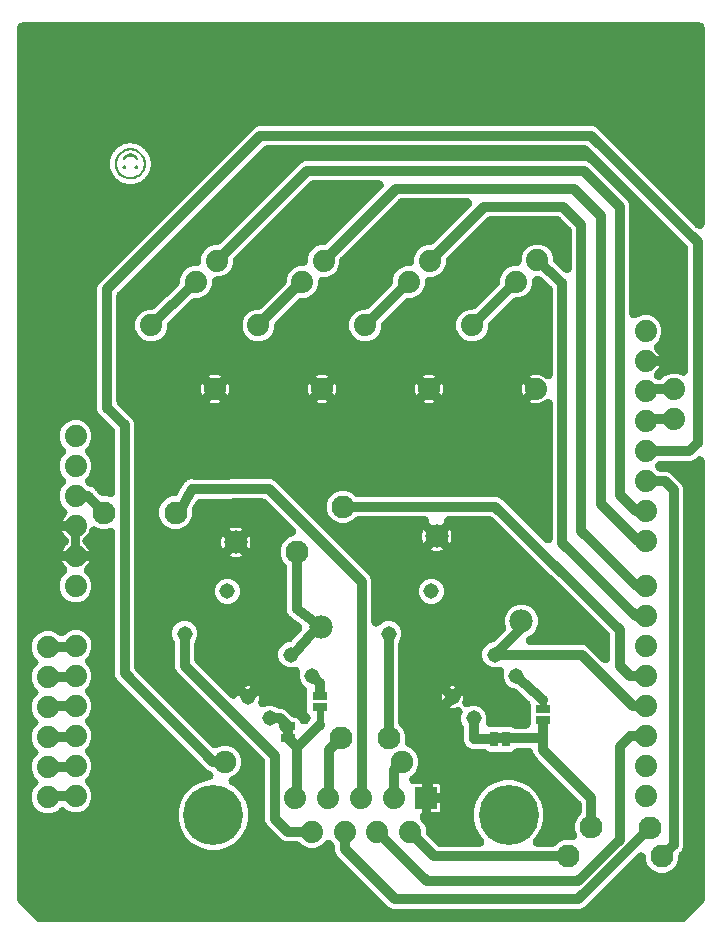
<source format=gbr>
G04 EAGLE Gerber RS-274X export*
G75*
%MOMM*%
%FSLAX34Y34*%
%LPD*%
%INBottom Copper*%
%IPPOS*%
%AMOC8*
5,1,8,0,0,1.08239X$1,22.5*%
G01*
%ADD10C,1.308000*%
%ADD11R,1.879600X1.879600*%
%ADD12C,1.879600*%
%ADD13C,5.080000*%
%ADD14R,1.270000X0.635000*%
%ADD15C,0.203200*%
%ADD16R,0.635000X1.270000*%
%ADD17C,1.981200*%
%ADD18C,0.812800*%
%ADD19C,1.930400*%
%ADD20C,0.609600*%
%ADD21C,1.950000*%
%ADD22C,1.900000*%

G36*
X566720Y4005D02*
X566720Y4005D01*
X566780Y4003D01*
X567004Y4025D01*
X567228Y4041D01*
X567287Y4053D01*
X567347Y4059D01*
X567566Y4113D01*
X567785Y4160D01*
X567842Y4180D01*
X567901Y4195D01*
X568109Y4278D01*
X568320Y4356D01*
X568374Y4384D01*
X568430Y4406D01*
X568625Y4518D01*
X568823Y4624D01*
X568872Y4660D01*
X568924Y4690D01*
X569015Y4765D01*
X569283Y4961D01*
X569444Y5118D01*
X569533Y5191D01*
X584809Y20467D01*
X584849Y20513D01*
X584893Y20554D01*
X585035Y20728D01*
X585183Y20897D01*
X585216Y20948D01*
X585254Y20995D01*
X585371Y21187D01*
X585493Y21375D01*
X585518Y21430D01*
X585549Y21482D01*
X585638Y21688D01*
X585733Y21892D01*
X585750Y21950D01*
X585774Y22006D01*
X585832Y22222D01*
X585898Y22438D01*
X585907Y22497D01*
X585923Y22555D01*
X585934Y22673D01*
X585985Y23001D01*
X585988Y23225D01*
X585999Y23340D01*
X585999Y394784D01*
X585991Y394900D01*
X585993Y395015D01*
X585971Y395183D01*
X585959Y395353D01*
X585935Y395466D01*
X585921Y395580D01*
X585876Y395744D01*
X585840Y395910D01*
X585801Y396018D01*
X585770Y396129D01*
X585703Y396285D01*
X585644Y396445D01*
X585590Y396547D01*
X585544Y396653D01*
X585456Y396797D01*
X585376Y396948D01*
X585308Y397041D01*
X585248Y397139D01*
X585140Y397270D01*
X585039Y397407D01*
X584959Y397490D01*
X584886Y397579D01*
X584760Y397694D01*
X584642Y397816D01*
X584551Y397886D01*
X584466Y397964D01*
X584326Y398060D01*
X584191Y398164D01*
X584091Y398221D01*
X583996Y398287D01*
X583844Y398362D01*
X583696Y398447D01*
X583589Y398489D01*
X583486Y398541D01*
X583325Y398594D01*
X583167Y398657D01*
X583054Y398684D01*
X582945Y398720D01*
X582778Y398751D01*
X582613Y398791D01*
X582498Y398802D01*
X582385Y398823D01*
X582215Y398830D01*
X582046Y398846D01*
X581931Y398841D01*
X581815Y398846D01*
X581646Y398829D01*
X581476Y398822D01*
X581363Y398801D01*
X581248Y398789D01*
X581083Y398749D01*
X580916Y398718D01*
X580807Y398681D01*
X580695Y398654D01*
X580537Y398590D01*
X580376Y398536D01*
X580273Y398485D01*
X580166Y398442D01*
X580019Y398357D01*
X579867Y398281D01*
X579772Y398216D01*
X579672Y398158D01*
X579583Y398085D01*
X579398Y397957D01*
X579154Y397732D01*
X579063Y397658D01*
X577568Y396163D01*
X574604Y394935D01*
X548667Y394935D01*
X548607Y394931D01*
X548546Y394933D01*
X548323Y394911D01*
X548099Y394895D01*
X548039Y394883D01*
X547979Y394877D01*
X547761Y394823D01*
X547541Y394776D01*
X547485Y394756D01*
X547426Y394741D01*
X547217Y394658D01*
X547006Y394580D01*
X546953Y394552D01*
X546897Y394530D01*
X546702Y394418D01*
X546504Y394312D01*
X546455Y394276D01*
X546403Y394246D01*
X546312Y394171D01*
X546044Y393975D01*
X545883Y393818D01*
X545794Y393745D01*
X545222Y393173D01*
X545071Y392999D01*
X544915Y392830D01*
X544884Y392784D01*
X544848Y392743D01*
X544723Y392550D01*
X544593Y392360D01*
X544568Y392311D01*
X544538Y392265D01*
X544441Y392056D01*
X544339Y391850D01*
X544322Y391798D01*
X544298Y391748D01*
X544232Y391527D01*
X544159Y391309D01*
X544149Y391255D01*
X544133Y391203D01*
X544098Y390975D01*
X544057Y390749D01*
X544054Y390694D01*
X544046Y390640D01*
X544043Y390410D01*
X544033Y390179D01*
X544039Y390125D01*
X544038Y390070D01*
X544067Y389842D01*
X544090Y389612D01*
X544103Y389559D01*
X544110Y389505D01*
X544171Y389282D01*
X544226Y389059D01*
X544246Y389008D01*
X544261Y388955D01*
X544352Y388743D01*
X544438Y388530D01*
X544465Y388482D01*
X544487Y388432D01*
X544607Y388235D01*
X544721Y388036D01*
X544749Y388001D01*
X544783Y387946D01*
X545145Y387505D01*
X545194Y387461D01*
X545222Y387427D01*
X545794Y386855D01*
X545839Y386815D01*
X545880Y386771D01*
X546055Y386628D01*
X546224Y386481D01*
X546275Y386448D01*
X546321Y386410D01*
X546514Y386293D01*
X546702Y386171D01*
X546757Y386146D01*
X546809Y386115D01*
X547015Y386026D01*
X547219Y385931D01*
X547277Y385914D01*
X547332Y385890D01*
X547549Y385831D01*
X547764Y385766D01*
X547824Y385757D01*
X547882Y385741D01*
X547999Y385730D01*
X548328Y385679D01*
X548552Y385676D01*
X548667Y385665D01*
X554004Y385665D01*
X556968Y384437D01*
X566837Y374568D01*
X568065Y371604D01*
X568065Y68396D01*
X566837Y65432D01*
X564941Y63536D01*
X564901Y63490D01*
X564857Y63449D01*
X564715Y63275D01*
X564567Y63105D01*
X564534Y63055D01*
X564496Y63008D01*
X564379Y62816D01*
X564257Y62627D01*
X564232Y62572D01*
X564201Y62521D01*
X564112Y62314D01*
X564017Y62110D01*
X564000Y62053D01*
X563976Y61997D01*
X563918Y61780D01*
X563852Y61565D01*
X563843Y61505D01*
X563827Y61447D01*
X563816Y61330D01*
X563765Y61002D01*
X563762Y60777D01*
X563751Y60662D01*
X563751Y57265D01*
X561657Y52211D01*
X557789Y48343D01*
X552735Y46249D01*
X547265Y46249D01*
X542211Y48343D01*
X538343Y52211D01*
X536249Y57265D01*
X536249Y59394D01*
X536241Y59510D01*
X536243Y59625D01*
X536221Y59793D01*
X536209Y59963D01*
X536185Y60076D01*
X536171Y60190D01*
X536126Y60354D01*
X536090Y60520D01*
X536051Y60628D01*
X536020Y60739D01*
X535953Y60895D01*
X535894Y61055D01*
X535840Y61157D01*
X535794Y61263D01*
X535706Y61408D01*
X535626Y61558D01*
X535558Y61651D01*
X535498Y61749D01*
X535390Y61880D01*
X535289Y62017D01*
X535209Y62100D01*
X535136Y62189D01*
X535011Y62304D01*
X534892Y62426D01*
X534801Y62496D01*
X534716Y62574D01*
X534576Y62670D01*
X534441Y62774D01*
X534341Y62832D01*
X534246Y62897D01*
X534094Y62972D01*
X533946Y63057D01*
X533839Y63099D01*
X533736Y63151D01*
X533575Y63204D01*
X533417Y63267D01*
X533304Y63294D01*
X533195Y63330D01*
X533028Y63361D01*
X532863Y63401D01*
X532748Y63412D01*
X532635Y63433D01*
X532465Y63440D01*
X532296Y63456D01*
X532181Y63451D01*
X532065Y63456D01*
X531896Y63439D01*
X531726Y63432D01*
X531613Y63411D01*
X531499Y63399D01*
X531333Y63359D01*
X531166Y63328D01*
X531057Y63291D01*
X530945Y63264D01*
X530787Y63200D01*
X530626Y63146D01*
X530523Y63095D01*
X530416Y63052D01*
X530269Y62967D01*
X530117Y62891D01*
X530022Y62826D01*
X529922Y62768D01*
X529833Y62695D01*
X529648Y62567D01*
X529404Y62342D01*
X529313Y62268D01*
X483768Y16723D01*
X480804Y15495D01*
X321856Y15495D01*
X318892Y16723D01*
X274363Y61252D01*
X273868Y62446D01*
X273135Y64216D01*
X273135Y68233D01*
X273131Y68293D01*
X273133Y68354D01*
X273111Y68577D01*
X273095Y68801D01*
X273083Y68861D01*
X273077Y68921D01*
X273023Y69139D01*
X272976Y69359D01*
X272956Y69415D01*
X272941Y69474D01*
X272858Y69683D01*
X272780Y69894D01*
X272752Y69947D01*
X272730Y70003D01*
X272618Y70198D01*
X272512Y70396D01*
X272476Y70445D01*
X272446Y70497D01*
X272371Y70588D01*
X272175Y70856D01*
X272018Y71017D01*
X271945Y71106D01*
X270223Y72828D01*
X270049Y72979D01*
X269880Y73135D01*
X269834Y73166D01*
X269793Y73202D01*
X269600Y73327D01*
X269410Y73457D01*
X269361Y73482D01*
X269315Y73512D01*
X269106Y73609D01*
X268900Y73711D01*
X268848Y73728D01*
X268798Y73752D01*
X268578Y73818D01*
X268359Y73891D01*
X268305Y73901D01*
X268253Y73917D01*
X268026Y73952D01*
X267799Y73993D01*
X267744Y73996D01*
X267690Y74004D01*
X267460Y74007D01*
X267229Y74017D01*
X267175Y74011D01*
X267120Y74012D01*
X266891Y73983D01*
X266663Y73960D01*
X266609Y73947D01*
X266555Y73940D01*
X266332Y73879D01*
X266109Y73824D01*
X266058Y73804D01*
X266005Y73789D01*
X265794Y73698D01*
X265580Y73613D01*
X265532Y73585D01*
X265482Y73563D01*
X265285Y73444D01*
X265086Y73329D01*
X265052Y73301D01*
X264996Y73267D01*
X264555Y72905D01*
X264511Y72857D01*
X264477Y72828D01*
X261090Y69441D01*
X256165Y67401D01*
X250835Y67401D01*
X245910Y69441D01*
X243806Y71545D01*
X243761Y71585D01*
X243720Y71629D01*
X243545Y71772D01*
X243376Y71919D01*
X243325Y71952D01*
X243279Y71990D01*
X243087Y72106D01*
X242898Y72229D01*
X242843Y72254D01*
X242791Y72285D01*
X242585Y72374D01*
X242381Y72469D01*
X242323Y72486D01*
X242268Y72510D01*
X242051Y72568D01*
X241836Y72634D01*
X241776Y72643D01*
X241718Y72659D01*
X241601Y72670D01*
X241273Y72721D01*
X241048Y72724D01*
X240933Y72735D01*
X231596Y72735D01*
X228632Y73963D01*
X215343Y87252D01*
X214115Y90216D01*
X214115Y140136D01*
X214111Y140197D01*
X214113Y140257D01*
X214091Y140480D01*
X214075Y140705D01*
X214063Y140764D01*
X214057Y140824D01*
X214003Y141042D01*
X213956Y141262D01*
X213936Y141319D01*
X213921Y141377D01*
X213838Y141586D01*
X213760Y141797D01*
X213732Y141850D01*
X213710Y141906D01*
X213598Y142101D01*
X213492Y142300D01*
X213456Y142348D01*
X213426Y142401D01*
X213351Y142492D01*
X213155Y142759D01*
X212998Y142921D01*
X212925Y143010D01*
X139143Y216792D01*
X137915Y219756D01*
X137915Y240041D01*
X137911Y240101D01*
X137913Y240162D01*
X137891Y240385D01*
X137875Y240609D01*
X137863Y240668D01*
X137857Y240728D01*
X137803Y240947D01*
X137756Y241166D01*
X137735Y241223D01*
X137721Y241282D01*
X137638Y241490D01*
X137560Y241701D01*
X137532Y241755D01*
X137509Y241811D01*
X137398Y242006D01*
X137292Y242204D01*
X137256Y242253D01*
X137226Y242305D01*
X137151Y242396D01*
X136981Y242628D01*
X135355Y246553D01*
X135355Y250746D01*
X136960Y254621D01*
X139925Y257586D01*
X143799Y259191D01*
X147993Y259191D01*
X151867Y257586D01*
X154832Y254621D01*
X156437Y250746D01*
X156437Y246553D01*
X154760Y242504D01*
X154674Y242362D01*
X154552Y242174D01*
X154526Y242119D01*
X154495Y242067D01*
X154406Y241861D01*
X154312Y241657D01*
X154294Y241599D01*
X154270Y241543D01*
X154211Y241326D01*
X154146Y241112D01*
X154137Y241052D01*
X154121Y240993D01*
X154110Y240876D01*
X154059Y240549D01*
X154056Y240323D01*
X154045Y240209D01*
X154045Y226384D01*
X154049Y226323D01*
X154047Y226263D01*
X154069Y226040D01*
X154085Y225815D01*
X154097Y225756D01*
X154103Y225696D01*
X154157Y225478D01*
X154204Y225258D01*
X154224Y225201D01*
X154239Y225143D01*
X154322Y224934D01*
X154400Y224723D01*
X154428Y224670D01*
X154450Y224614D01*
X154562Y224419D01*
X154668Y224220D01*
X154704Y224172D01*
X154734Y224119D01*
X154809Y224028D01*
X155005Y223761D01*
X155162Y223599D01*
X155235Y223510D01*
X184042Y194704D01*
X184103Y194650D01*
X184159Y194591D01*
X184318Y194464D01*
X184472Y194330D01*
X184540Y194286D01*
X184603Y194235D01*
X184779Y194131D01*
X184950Y194020D01*
X185024Y193986D01*
X185093Y193945D01*
X185282Y193866D01*
X185467Y193780D01*
X185544Y193757D01*
X185619Y193726D01*
X185817Y193674D01*
X186012Y193615D01*
X186092Y193603D01*
X186171Y193582D01*
X186374Y193559D01*
X186575Y193528D01*
X186656Y193527D01*
X186737Y193517D01*
X186941Y193523D01*
X187145Y193520D01*
X187225Y193530D01*
X187307Y193533D01*
X187508Y193566D01*
X187710Y193592D01*
X187788Y193614D01*
X187868Y193627D01*
X188063Y193689D01*
X188260Y193743D01*
X188334Y193775D01*
X188412Y193799D01*
X188595Y193888D01*
X188783Y193968D01*
X188852Y194011D01*
X188925Y194046D01*
X189095Y194159D01*
X189269Y194265D01*
X189332Y194317D01*
X189399Y194362D01*
X189552Y194498D01*
X189709Y194627D01*
X189764Y194687D01*
X189825Y194741D01*
X189956Y194897D01*
X190094Y195047D01*
X190140Y195114D01*
X190193Y195176D01*
X190301Y195348D01*
X190417Y195517D01*
X190453Y195589D01*
X190496Y195658D01*
X190580Y195844D01*
X190671Y196027D01*
X190696Y196104D01*
X190730Y196178D01*
X190760Y196296D01*
X190851Y196568D01*
X190897Y196823D01*
X191162Y197638D01*
X196904Y191895D01*
X197078Y191744D01*
X197248Y191589D01*
X197293Y191558D01*
X197334Y191522D01*
X197528Y191396D01*
X197717Y191266D01*
X197766Y191242D01*
X197812Y191212D01*
X198022Y191115D01*
X198227Y191012D01*
X198279Y190995D01*
X198329Y190972D01*
X198550Y190905D01*
X198768Y190832D01*
X198822Y190823D01*
X198875Y190807D01*
X199102Y190771D01*
X199329Y190730D01*
X199384Y190728D01*
X199438Y190719D01*
X199667Y190716D01*
X199898Y190707D01*
X199899Y190707D01*
X199953Y190712D01*
X200007Y190712D01*
X200008Y190712D01*
X200237Y190741D01*
X200466Y190764D01*
X200519Y190777D01*
X200573Y190784D01*
X200796Y190845D01*
X201019Y190899D01*
X201070Y190920D01*
X201123Y190934D01*
X201335Y191026D01*
X201548Y191111D01*
X201595Y191138D01*
X201646Y191160D01*
X201843Y191280D01*
X202042Y191394D01*
X202076Y191423D01*
X202132Y191457D01*
X202573Y191819D01*
X202617Y191867D01*
X202651Y191895D01*
X208393Y197638D01*
X208635Y196895D01*
X208858Y195483D01*
X208858Y194054D01*
X208635Y192642D01*
X208281Y191554D01*
X208223Y191321D01*
X208160Y191089D01*
X208154Y191044D01*
X208144Y191001D01*
X208119Y190762D01*
X208089Y190523D01*
X208089Y190479D01*
X208085Y190434D01*
X208094Y190194D01*
X208097Y189954D01*
X208104Y189910D01*
X208106Y189865D01*
X208148Y189628D01*
X208185Y189391D01*
X208198Y189348D01*
X208206Y189304D01*
X208281Y189076D01*
X208351Y188845D01*
X208370Y188805D01*
X208384Y188763D01*
X208490Y188547D01*
X208592Y188329D01*
X208616Y188292D01*
X208636Y188252D01*
X208771Y188053D01*
X208902Y187851D01*
X208932Y187818D01*
X208957Y187781D01*
X209118Y187603D01*
X209276Y187422D01*
X209310Y187392D01*
X209340Y187359D01*
X209525Y187206D01*
X209707Y187048D01*
X209744Y187024D01*
X209779Y186996D01*
X209984Y186870D01*
X210186Y186739D01*
X210226Y186721D01*
X210264Y186697D01*
X210485Y186601D01*
X210703Y186500D01*
X210745Y186487D01*
X210786Y186469D01*
X211018Y186405D01*
X211248Y186336D01*
X211293Y186329D01*
X211335Y186317D01*
X211573Y186286D01*
X211812Y186249D01*
X211856Y186249D01*
X211900Y186243D01*
X212140Y186245D01*
X212381Y186242D01*
X212426Y186248D01*
X212470Y186248D01*
X212708Y186284D01*
X212946Y186315D01*
X212981Y186326D01*
X213033Y186333D01*
X213579Y186497D01*
X213651Y186529D01*
X213701Y186545D01*
X215641Y187349D01*
X219835Y187349D01*
X223801Y185706D01*
X223820Y185689D01*
X223871Y185656D01*
X223918Y185618D01*
X224110Y185501D01*
X224298Y185379D01*
X224353Y185354D01*
X224405Y185322D01*
X224611Y185234D01*
X224815Y185139D01*
X224873Y185122D01*
X224929Y185098D01*
X225145Y185039D01*
X225360Y184974D01*
X225420Y184965D01*
X225479Y184949D01*
X225596Y184938D01*
X225923Y184887D01*
X226148Y184884D01*
X226263Y184873D01*
X227876Y184873D01*
X230840Y183645D01*
X236039Y178446D01*
X236085Y178406D01*
X236126Y178362D01*
X236300Y178220D01*
X236470Y178072D01*
X236520Y178039D01*
X236567Y178001D01*
X236759Y177884D01*
X236948Y177762D01*
X237003Y177737D01*
X237054Y177706D01*
X237261Y177617D01*
X237465Y177522D01*
X237522Y177505D01*
X237578Y177481D01*
X237795Y177423D01*
X238010Y177357D01*
X238070Y177348D01*
X238128Y177332D01*
X238245Y177321D01*
X238573Y177270D01*
X238798Y177267D01*
X238913Y177256D01*
X240146Y177256D01*
X241616Y176647D01*
X242742Y175521D01*
X243312Y174143D01*
X243390Y173989D01*
X243458Y173830D01*
X243517Y173734D01*
X243567Y173633D01*
X243665Y173491D01*
X243755Y173344D01*
X243826Y173257D01*
X243890Y173164D01*
X244007Y173037D01*
X244117Y172904D01*
X244200Y172828D01*
X244276Y172745D01*
X244409Y172635D01*
X244537Y172518D01*
X244629Y172455D01*
X244716Y172383D01*
X244864Y172293D01*
X245006Y172196D01*
X245107Y172146D01*
X245203Y172087D01*
X245362Y172019D01*
X245516Y171942D01*
X245623Y171907D01*
X245727Y171862D01*
X245893Y171817D01*
X246057Y171762D01*
X246168Y171742D01*
X246276Y171712D01*
X246448Y171691D01*
X246618Y171660D01*
X246730Y171655D01*
X246842Y171641D01*
X247014Y171644D01*
X247187Y171637D01*
X247299Y171648D01*
X247411Y171649D01*
X247582Y171676D01*
X247754Y171693D01*
X247863Y171720D01*
X247974Y171737D01*
X248140Y171788D01*
X248307Y171829D01*
X248411Y171871D01*
X248519Y171903D01*
X248676Y171977D01*
X248836Y172041D01*
X248934Y172096D01*
X249036Y172144D01*
X249181Y172238D01*
X249331Y172324D01*
X249397Y172378D01*
X249514Y172454D01*
X249929Y172816D01*
X249940Y172825D01*
X251343Y174228D01*
X251494Y174402D01*
X251649Y174571D01*
X251680Y174617D01*
X251716Y174658D01*
X251842Y174851D01*
X251972Y175041D01*
X251996Y175090D01*
X252026Y175136D01*
X252123Y175345D01*
X252226Y175551D01*
X252243Y175603D01*
X252266Y175653D01*
X252333Y175874D01*
X252406Y176092D01*
X252415Y176146D01*
X252431Y176198D01*
X252467Y176426D01*
X252508Y176652D01*
X252510Y176707D01*
X252519Y176762D01*
X252522Y176991D01*
X252531Y177222D01*
X252526Y177277D01*
X252526Y177331D01*
X252497Y177559D01*
X252474Y177789D01*
X252461Y177842D01*
X252454Y177896D01*
X252393Y178119D01*
X252339Y178342D01*
X252318Y178393D01*
X252304Y178446D01*
X252212Y178658D01*
X252127Y178871D01*
X252100Y178918D01*
X252078Y178969D01*
X251958Y179166D01*
X251844Y179365D01*
X251815Y179400D01*
X251781Y179456D01*
X251419Y179896D01*
X251371Y179940D01*
X251343Y179974D01*
X250258Y181059D01*
X249649Y182529D01*
X249649Y200266D01*
X249649Y200268D01*
X249649Y200271D01*
X249629Y200555D01*
X249609Y200834D01*
X249609Y200837D01*
X249609Y200839D01*
X249547Y201125D01*
X249490Y201391D01*
X249489Y201394D01*
X249489Y201396D01*
X249395Y201652D01*
X249294Y201926D01*
X249293Y201929D01*
X249292Y201931D01*
X249163Y202173D01*
X249026Y202429D01*
X249024Y202431D01*
X249023Y202433D01*
X248849Y202670D01*
X248689Y202889D01*
X248687Y202890D01*
X248686Y202893D01*
X248494Y203089D01*
X248292Y203297D01*
X248290Y203298D01*
X248288Y203300D01*
X248062Y203475D01*
X247841Y203646D01*
X247839Y203647D01*
X247837Y203648D01*
X247828Y203653D01*
X244723Y206758D01*
X243118Y210632D01*
X243118Y214825D01*
X243128Y214850D01*
X243165Y214959D01*
X243211Y215065D01*
X243255Y215229D01*
X243309Y215390D01*
X243330Y215504D01*
X243360Y215615D01*
X243381Y215783D01*
X243412Y215950D01*
X243417Y216066D01*
X243432Y216180D01*
X243429Y216350D01*
X243436Y216520D01*
X243425Y216635D01*
X243423Y216750D01*
X243397Y216917D01*
X243380Y217087D01*
X243353Y217199D01*
X243335Y217313D01*
X243286Y217475D01*
X243245Y217640D01*
X243203Y217747D01*
X243169Y217858D01*
X243097Y218012D01*
X243034Y218170D01*
X242977Y218270D01*
X242929Y218374D01*
X242836Y218517D01*
X242752Y218664D01*
X242681Y218755D01*
X242618Y218852D01*
X242507Y218980D01*
X242402Y219114D01*
X242319Y219195D01*
X242244Y219282D01*
X242116Y219393D01*
X241994Y219511D01*
X241900Y219579D01*
X241813Y219655D01*
X241671Y219747D01*
X241533Y219847D01*
X241431Y219901D01*
X241335Y219964D01*
X241180Y220035D01*
X241030Y220115D01*
X240922Y220155D01*
X240817Y220203D01*
X240655Y220252D01*
X240495Y220310D01*
X240382Y220334D01*
X240272Y220368D01*
X240104Y220393D01*
X239938Y220429D01*
X239823Y220437D01*
X239709Y220454D01*
X239539Y220456D01*
X239369Y220468D01*
X239254Y220460D01*
X239139Y220461D01*
X238971Y220439D01*
X238801Y220427D01*
X238688Y220403D01*
X238574Y220388D01*
X238463Y220355D01*
X238244Y220307D01*
X237933Y220193D01*
X237820Y220159D01*
X237795Y220149D01*
X233602Y220149D01*
X229728Y221753D01*
X226763Y224718D01*
X225158Y228593D01*
X225158Y232786D01*
X226763Y236660D01*
X229728Y239625D01*
X233602Y241230D01*
X233990Y241230D01*
X234152Y241241D01*
X234314Y241243D01*
X234436Y241261D01*
X234559Y241270D01*
X234717Y241304D01*
X234877Y241328D01*
X234995Y241363D01*
X235116Y241389D01*
X235268Y241445D01*
X235423Y241491D01*
X235535Y241542D01*
X235651Y241585D01*
X235794Y241661D01*
X235941Y241729D01*
X236045Y241795D01*
X236154Y241854D01*
X236284Y241949D01*
X236420Y242037D01*
X236489Y242099D01*
X236613Y242190D01*
X236963Y242531D01*
X237003Y242567D01*
X244480Y250830D01*
X244558Y250930D01*
X244644Y251024D01*
X244734Y251154D01*
X244831Y251278D01*
X244895Y251388D01*
X244967Y251493D01*
X245038Y251634D01*
X245117Y251771D01*
X245165Y251889D01*
X245221Y252003D01*
X245271Y252153D01*
X245331Y252300D01*
X245362Y252423D01*
X245402Y252543D01*
X245430Y252699D01*
X245469Y252852D01*
X245482Y252979D01*
X245505Y253104D01*
X245511Y253262D01*
X245528Y253419D01*
X245523Y253546D01*
X245528Y253673D01*
X245513Y253830D01*
X245507Y253989D01*
X245485Y254114D01*
X245472Y254240D01*
X245435Y254394D01*
X245407Y254550D01*
X245367Y254670D01*
X245337Y254794D01*
X245278Y254941D01*
X245229Y255091D01*
X245173Y255205D01*
X245126Y255323D01*
X245047Y255460D01*
X244977Y255602D01*
X244906Y255707D01*
X244843Y255817D01*
X244746Y255942D01*
X244657Y256073D01*
X244571Y256167D01*
X244493Y256267D01*
X244412Y256342D01*
X244273Y256495D01*
X243994Y256726D01*
X243913Y256801D01*
X236988Y262021D01*
X236888Y262086D01*
X236793Y262159D01*
X236693Y262212D01*
X236510Y262331D01*
X236199Y262476D01*
X236097Y262530D01*
X236042Y262553D01*
X235506Y263088D01*
X235085Y263454D01*
X235079Y263460D01*
X234474Y263916D01*
X234444Y263968D01*
X234376Y264066D01*
X234316Y264170D01*
X234244Y264258D01*
X234121Y264437D01*
X233889Y264690D01*
X233816Y264779D01*
X233773Y264822D01*
X233483Y265521D01*
X233234Y266020D01*
X233231Y266028D01*
X232847Y266680D01*
X232838Y266740D01*
X232813Y266857D01*
X232798Y266976D01*
X232765Y267085D01*
X232720Y267297D01*
X232602Y267620D01*
X232568Y267730D01*
X232545Y267786D01*
X232545Y268543D01*
X232506Y269099D01*
X232506Y269108D01*
X232401Y269858D01*
X232416Y269916D01*
X232438Y270034D01*
X232469Y270149D01*
X232480Y270262D01*
X232519Y270476D01*
X232534Y270819D01*
X232545Y270934D01*
X232545Y304684D01*
X232541Y304744D01*
X232543Y304804D01*
X232526Y304975D01*
X232519Y305141D01*
X232509Y305193D01*
X232505Y305252D01*
X232493Y305311D01*
X232487Y305371D01*
X232444Y305544D01*
X232415Y305701D01*
X232399Y305749D01*
X232386Y305809D01*
X232366Y305866D01*
X232351Y305925D01*
X232283Y306096D01*
X232234Y306241D01*
X232213Y306283D01*
X232190Y306344D01*
X232162Y306398D01*
X232140Y306454D01*
X232045Y306619D01*
X231979Y306751D01*
X231954Y306787D01*
X231922Y306847D01*
X231886Y306896D01*
X231856Y306948D01*
X231781Y307039D01*
X231754Y307076D01*
X231655Y307219D01*
X231627Y307250D01*
X231585Y307307D01*
X231428Y307468D01*
X231355Y307557D01*
X229036Y309876D01*
X226957Y314894D01*
X226957Y320326D01*
X229036Y325344D01*
X232876Y329184D01*
X237649Y331161D01*
X237803Y331238D01*
X237962Y331307D01*
X238058Y331365D01*
X238158Y331415D01*
X238301Y331513D01*
X238448Y331603D01*
X238535Y331675D01*
X238628Y331739D01*
X238755Y331856D01*
X238888Y331965D01*
X238964Y332048D01*
X239047Y332124D01*
X239157Y332258D01*
X239273Y332385D01*
X239337Y332478D01*
X239408Y332565D01*
X239498Y332712D01*
X239596Y332855D01*
X239646Y332955D01*
X239704Y333052D01*
X239773Y333210D01*
X239850Y333365D01*
X239885Y333472D01*
X239930Y333575D01*
X239975Y333742D01*
X240029Y333906D01*
X240050Y334016D01*
X240079Y334125D01*
X240101Y334296D01*
X240132Y334466D01*
X240137Y334579D01*
X240151Y334690D01*
X240148Y334863D01*
X240155Y335035D01*
X240144Y335148D01*
X240142Y335260D01*
X240115Y335430D01*
X240098Y335602D01*
X240071Y335712D01*
X240054Y335823D01*
X240004Y335988D01*
X239963Y336156D01*
X239921Y336260D01*
X239888Y336368D01*
X239815Y336524D01*
X239751Y336685D01*
X239695Y336783D01*
X239648Y336884D01*
X239554Y337029D01*
X239468Y337179D01*
X239413Y337245D01*
X239337Y337362D01*
X238975Y337778D01*
X238967Y337788D01*
X214954Y361801D01*
X214907Y361841D01*
X214865Y361887D01*
X214693Y362028D01*
X214524Y362174D01*
X214472Y362208D01*
X214424Y362247D01*
X214233Y362363D01*
X214046Y362484D01*
X213989Y362510D01*
X213936Y362542D01*
X213731Y362630D01*
X213529Y362724D01*
X213470Y362742D01*
X213412Y362766D01*
X213197Y362825D01*
X212984Y362889D01*
X212922Y362899D01*
X212862Y362915D01*
X212744Y362926D01*
X212421Y362976D01*
X212193Y362979D01*
X212077Y362991D01*
X159179Y362942D01*
X159115Y362937D01*
X159051Y362940D01*
X158831Y362917D01*
X158611Y362901D01*
X158548Y362888D01*
X158484Y362881D01*
X158270Y362828D01*
X158054Y362782D01*
X157993Y362760D01*
X157931Y362744D01*
X157726Y362661D01*
X157519Y362585D01*
X157462Y362555D01*
X157402Y362531D01*
X157211Y362420D01*
X157017Y362316D01*
X156965Y362278D01*
X156909Y362246D01*
X156736Y362110D01*
X156557Y361979D01*
X156511Y361934D01*
X156460Y361895D01*
X156308Y361736D01*
X156149Y361582D01*
X156110Y361531D01*
X156065Y361484D01*
X155998Y361386D01*
X155801Y361131D01*
X155686Y360929D01*
X155621Y360833D01*
X152274Y354732D01*
X152251Y354683D01*
X152223Y354636D01*
X152132Y354424D01*
X152035Y354215D01*
X152020Y354163D01*
X151998Y354113D01*
X151938Y353890D01*
X151872Y353669D01*
X151863Y353615D01*
X151849Y353563D01*
X151838Y353448D01*
X151786Y353106D01*
X151784Y352891D01*
X151773Y352778D01*
X151773Y348344D01*
X149694Y343326D01*
X145854Y339486D01*
X140836Y337407D01*
X135404Y337407D01*
X130386Y339486D01*
X126546Y343326D01*
X124467Y348344D01*
X124467Y353776D01*
X126546Y358794D01*
X130386Y362634D01*
X135404Y364713D01*
X136946Y364713D01*
X137013Y364717D01*
X137079Y364715D01*
X137296Y364737D01*
X137515Y364753D01*
X137580Y364767D01*
X137646Y364773D01*
X137858Y364826D01*
X138072Y364872D01*
X138134Y364895D01*
X138199Y364910D01*
X138401Y364992D01*
X138607Y365068D01*
X138666Y365099D01*
X138727Y365124D01*
X138916Y365233D01*
X139109Y365336D01*
X139163Y365376D01*
X139220Y365409D01*
X139393Y365544D01*
X139569Y365673D01*
X139617Y365719D01*
X139669Y365760D01*
X139821Y365918D01*
X139978Y366070D01*
X140018Y366123D01*
X140064Y366170D01*
X140132Y366269D01*
X140326Y366521D01*
X140443Y366725D01*
X140509Y366822D01*
X144608Y374294D01*
X144746Y374592D01*
X144801Y374697D01*
X145169Y375587D01*
X145191Y375612D01*
X145315Y375741D01*
X145361Y375808D01*
X145446Y375907D01*
X145681Y376269D01*
X146431Y376872D01*
X146673Y377095D01*
X146764Y377170D01*
X147444Y377852D01*
X147474Y377866D01*
X147638Y377938D01*
X147706Y377983D01*
X147823Y378041D01*
X148178Y378286D01*
X149102Y378556D01*
X149411Y378670D01*
X149524Y378704D01*
X150413Y379074D01*
X150446Y379076D01*
X150625Y379079D01*
X150705Y379094D01*
X150835Y379104D01*
X151258Y379194D01*
X152214Y379089D01*
X152543Y379077D01*
X152660Y379065D01*
X214686Y379122D01*
X214718Y379125D01*
X217092Y379125D01*
X217095Y379125D01*
X217096Y379125D01*
X218701Y379126D01*
X220172Y378517D01*
X220174Y378516D01*
X220175Y378515D01*
X221666Y377900D01*
X222794Y376771D01*
X222796Y376770D01*
X222797Y376769D01*
X224490Y375079D01*
X224504Y375061D01*
X299837Y299728D01*
X302677Y296888D01*
X303905Y293924D01*
X303905Y258575D01*
X303913Y258460D01*
X303911Y258345D01*
X303933Y258176D01*
X303945Y258006D01*
X303969Y257893D01*
X303983Y257779D01*
X304028Y257616D01*
X304064Y257449D01*
X304103Y257341D01*
X304134Y257230D01*
X304201Y257074D01*
X304260Y256914D01*
X304314Y256812D01*
X304360Y256707D01*
X304448Y256562D01*
X304528Y256412D01*
X304596Y256319D01*
X304656Y256220D01*
X304764Y256089D01*
X304865Y255952D01*
X304945Y255869D01*
X305018Y255780D01*
X305144Y255665D01*
X305262Y255544D01*
X305353Y255473D01*
X305438Y255395D01*
X305578Y255299D01*
X305713Y255195D01*
X305813Y255138D01*
X305908Y255072D01*
X306060Y254997D01*
X306208Y254913D01*
X306315Y254870D01*
X306418Y254819D01*
X306579Y254765D01*
X306737Y254702D01*
X306850Y254675D01*
X306959Y254639D01*
X307126Y254608D01*
X307291Y254568D01*
X307406Y254557D01*
X307519Y254536D01*
X307689Y254530D01*
X307858Y254513D01*
X307973Y254518D01*
X308089Y254513D01*
X308258Y254530D01*
X308428Y254538D01*
X308541Y254559D01*
X308656Y254570D01*
X308821Y254611D01*
X308988Y254642D01*
X309097Y254678D01*
X309209Y254706D01*
X309367Y254769D01*
X309528Y254823D01*
X309631Y254875D01*
X309738Y254917D01*
X309885Y255002D01*
X310037Y255078D01*
X310132Y255143D01*
X310232Y255201D01*
X310321Y255274D01*
X310506Y255402D01*
X310750Y255627D01*
X310841Y255702D01*
X312725Y257586D01*
X316599Y259191D01*
X320793Y259191D01*
X324667Y257586D01*
X327632Y254621D01*
X329237Y250746D01*
X329237Y246553D01*
X327594Y242587D01*
X327578Y242568D01*
X327545Y242517D01*
X327506Y242470D01*
X327390Y242278D01*
X327268Y242090D01*
X327242Y242035D01*
X327211Y241983D01*
X327122Y241776D01*
X327028Y241573D01*
X327010Y241515D01*
X326986Y241459D01*
X326928Y241242D01*
X326863Y241028D01*
X326853Y240968D01*
X326837Y240909D01*
X326826Y240792D01*
X326775Y240465D01*
X326772Y240239D01*
X326761Y240125D01*
X326762Y173329D01*
X326766Y173269D01*
X326763Y173209D01*
X326786Y172985D01*
X326802Y172761D01*
X326814Y172702D01*
X326820Y172642D01*
X326874Y172423D01*
X326921Y172204D01*
X326941Y172147D01*
X326956Y172088D01*
X327039Y171880D01*
X327116Y171669D01*
X327145Y171615D01*
X327167Y171559D01*
X327279Y171364D01*
X327385Y171166D01*
X327421Y171118D01*
X327451Y171065D01*
X327526Y170974D01*
X327722Y170706D01*
X327879Y170545D01*
X327952Y170456D01*
X330271Y168137D01*
X332350Y163119D01*
X332350Y157628D01*
X332322Y157552D01*
X332311Y157498D01*
X332293Y157446D01*
X332251Y157220D01*
X332204Y156995D01*
X332200Y156940D01*
X332190Y156886D01*
X332180Y156656D01*
X332164Y156426D01*
X332168Y156371D01*
X332166Y156317D01*
X332189Y156087D01*
X332205Y155858D01*
X332217Y155804D01*
X332222Y155750D01*
X332276Y155526D01*
X332325Y155301D01*
X332344Y155249D01*
X332357Y155196D01*
X332442Y154981D01*
X332521Y154766D01*
X332547Y154718D01*
X332568Y154667D01*
X332682Y154466D01*
X332791Y154264D01*
X332823Y154220D01*
X332851Y154172D01*
X332992Y153990D01*
X333128Y153804D01*
X333166Y153765D01*
X333200Y153722D01*
X333365Y153562D01*
X333526Y153397D01*
X333569Y153363D01*
X333609Y153325D01*
X333794Y153189D01*
X333977Y153049D01*
X334016Y153028D01*
X334069Y152989D01*
X334572Y152721D01*
X334633Y152699D01*
X334673Y152678D01*
X337648Y151445D01*
X341445Y147648D01*
X343501Y142686D01*
X343501Y137314D01*
X341445Y132352D01*
X337091Y127998D01*
X336941Y127825D01*
X336786Y127657D01*
X336754Y127610D01*
X336717Y127568D01*
X336593Y127376D01*
X336463Y127187D01*
X336438Y127137D01*
X336407Y127090D01*
X336311Y126882D01*
X336209Y126677D01*
X336191Y126624D01*
X336168Y126573D01*
X336101Y126354D01*
X336029Y126137D01*
X336019Y126082D01*
X336002Y126028D01*
X335967Y125802D01*
X335926Y125576D01*
X335924Y125520D01*
X335915Y125465D01*
X335912Y125236D01*
X335903Y125007D01*
X335908Y124951D01*
X335907Y124895D01*
X335936Y124668D01*
X335959Y124440D01*
X335972Y124386D01*
X335979Y124330D01*
X336040Y124109D01*
X336094Y123887D01*
X336115Y123834D01*
X336130Y123780D01*
X336221Y123570D01*
X336305Y123357D01*
X336333Y123309D01*
X336356Y123257D01*
X336475Y123062D01*
X336589Y122863D01*
X336623Y122819D01*
X336653Y122770D01*
X336798Y122594D01*
X336938Y122413D01*
X336979Y122374D01*
X337014Y122330D01*
X337183Y122176D01*
X337347Y122016D01*
X337393Y121983D01*
X337434Y121945D01*
X337623Y121816D01*
X337808Y121681D01*
X337858Y121655D01*
X337904Y121623D01*
X338109Y121521D01*
X338311Y121413D01*
X338364Y121394D01*
X338414Y121369D01*
X338632Y121297D01*
X338846Y121218D01*
X338901Y121207D01*
X338955Y121189D01*
X339180Y121148D01*
X339404Y121100D01*
X339460Y121097D01*
X339515Y121087D01*
X339743Y121077D01*
X339972Y121062D01*
X340017Y121066D01*
X340085Y121063D01*
X340652Y121120D01*
X340714Y121135D01*
X340747Y121139D01*
X346337Y121139D01*
X346337Y109200D01*
X346337Y96423D01*
X346311Y96402D01*
X346174Y96301D01*
X346091Y96221D01*
X346002Y96148D01*
X345887Y96022D01*
X345766Y95904D01*
X345695Y95813D01*
X345617Y95728D01*
X345521Y95587D01*
X345417Y95453D01*
X345360Y95353D01*
X345295Y95258D01*
X345219Y95106D01*
X345135Y94958D01*
X345092Y94851D01*
X345041Y94748D01*
X344987Y94587D01*
X344924Y94429D01*
X344897Y94316D01*
X344861Y94207D01*
X344830Y94040D01*
X344790Y93875D01*
X344779Y93760D01*
X344759Y93647D01*
X344752Y93477D01*
X344735Y93308D01*
X344740Y93193D01*
X344735Y93077D01*
X344752Y92908D01*
X344760Y92738D01*
X344781Y92625D01*
X344792Y92510D01*
X344833Y92345D01*
X344864Y92178D01*
X344900Y92069D01*
X344928Y91957D01*
X344991Y91799D01*
X345045Y91638D01*
X345097Y91535D01*
X345139Y91428D01*
X345224Y91281D01*
X345300Y91129D01*
X345366Y91034D01*
X345423Y90934D01*
X345496Y90845D01*
X345624Y90660D01*
X345849Y90416D01*
X345924Y90325D01*
X347859Y88390D01*
X348116Y87769D01*
X349799Y83706D01*
X349899Y83465D01*
X349899Y80490D01*
X349903Y80429D01*
X349901Y80369D01*
X349923Y80146D01*
X349939Y79921D01*
X349951Y79862D01*
X349957Y79802D01*
X350011Y79584D01*
X350058Y79364D01*
X350078Y79307D01*
X350093Y79249D01*
X350176Y79040D01*
X350254Y78829D01*
X350282Y78776D01*
X350304Y78720D01*
X350416Y78525D01*
X350522Y78326D01*
X350558Y78278D01*
X350588Y78225D01*
X350663Y78134D01*
X350859Y77867D01*
X351016Y77705D01*
X351089Y77616D01*
X359450Y69255D01*
X359496Y69215D01*
X359537Y69171D01*
X359711Y69029D01*
X359881Y68881D01*
X359931Y68848D01*
X359978Y68810D01*
X360170Y68693D01*
X360359Y68571D01*
X360414Y68546D01*
X360465Y68515D01*
X360672Y68426D01*
X360876Y68331D01*
X360933Y68314D01*
X360989Y68290D01*
X361206Y68232D01*
X361421Y68166D01*
X361481Y68157D01*
X361539Y68141D01*
X361656Y68130D01*
X361984Y68079D01*
X362209Y68076D01*
X362324Y68065D01*
X395547Y68065D01*
X395662Y68073D01*
X395777Y68071D01*
X395945Y68093D01*
X396115Y68105D01*
X396228Y68129D01*
X396342Y68143D01*
X396506Y68188D01*
X396672Y68224D01*
X396781Y68263D01*
X396892Y68294D01*
X397048Y68361D01*
X397208Y68420D01*
X397309Y68474D01*
X397415Y68520D01*
X397560Y68608D01*
X397710Y68688D01*
X397803Y68756D01*
X397901Y68816D01*
X398033Y68924D01*
X398170Y69025D01*
X398252Y69105D01*
X398341Y69178D01*
X398456Y69304D01*
X398578Y69422D01*
X398649Y69513D01*
X398727Y69598D01*
X398823Y69738D01*
X398927Y69873D01*
X398984Y69973D01*
X399049Y70068D01*
X399125Y70220D01*
X399209Y70368D01*
X399252Y70475D01*
X399303Y70578D01*
X399356Y70739D01*
X399419Y70897D01*
X399446Y71010D01*
X399483Y71119D01*
X399513Y71286D01*
X399553Y71451D01*
X399565Y71566D01*
X399585Y71679D01*
X399592Y71849D01*
X399609Y72018D01*
X399604Y72133D01*
X399608Y72249D01*
X399591Y72418D01*
X399584Y72588D01*
X399563Y72701D01*
X399551Y72816D01*
X399511Y72981D01*
X399480Y73148D01*
X399443Y73257D01*
X399416Y73369D01*
X399353Y73527D01*
X399299Y73688D01*
X399247Y73791D01*
X399204Y73898D01*
X399120Y74045D01*
X399044Y74197D01*
X398978Y74292D01*
X398921Y74392D01*
X398848Y74481D01*
X398720Y74666D01*
X398495Y74910D01*
X398420Y75001D01*
X396474Y76948D01*
X392603Y83652D01*
X390599Y91129D01*
X390599Y98871D01*
X392603Y106348D01*
X396474Y113052D01*
X401948Y118526D01*
X408652Y122397D01*
X416129Y124401D01*
X423871Y124401D01*
X431348Y122397D01*
X438052Y118526D01*
X443526Y113052D01*
X447397Y106348D01*
X449401Y98871D01*
X449401Y91129D01*
X447397Y83652D01*
X443526Y76948D01*
X441580Y75001D01*
X441505Y74914D01*
X441422Y74834D01*
X441318Y74699D01*
X441206Y74571D01*
X441144Y74474D01*
X441073Y74383D01*
X440989Y74236D01*
X440897Y74093D01*
X440848Y73988D01*
X440791Y73888D01*
X440728Y73730D01*
X440657Y73576D01*
X440623Y73466D01*
X440581Y73359D01*
X440541Y73193D01*
X440491Y73031D01*
X440474Y72917D01*
X440447Y72805D01*
X440430Y72635D01*
X440404Y72468D01*
X440403Y72353D01*
X440391Y72238D01*
X440399Y72068D01*
X440396Y71898D01*
X440411Y71784D01*
X440416Y71668D01*
X440447Y71501D01*
X440469Y71333D01*
X440499Y71221D01*
X440520Y71108D01*
X440574Y70947D01*
X440619Y70783D01*
X440665Y70677D01*
X440701Y70568D01*
X440778Y70416D01*
X440845Y70260D01*
X440905Y70162D01*
X440956Y70059D01*
X441053Y69919D01*
X441142Y69774D01*
X441215Y69685D01*
X441280Y69590D01*
X441396Y69465D01*
X441503Y69333D01*
X441588Y69256D01*
X441667Y69171D01*
X441798Y69063D01*
X441923Y68948D01*
X442018Y68883D01*
X442108Y68810D01*
X442253Y68722D01*
X442393Y68626D01*
X442496Y68574D01*
X442595Y68515D01*
X442751Y68448D01*
X442903Y68372D01*
X443013Y68336D01*
X443118Y68290D01*
X443282Y68246D01*
X443444Y68192D01*
X443557Y68171D01*
X443668Y68141D01*
X443783Y68130D01*
X444004Y68090D01*
X444336Y68076D01*
X444453Y68065D01*
X456935Y68065D01*
X456995Y68069D01*
X457056Y68067D01*
X457279Y68089D01*
X457504Y68105D01*
X457563Y68117D01*
X457623Y68123D01*
X457841Y68177D01*
X458061Y68224D01*
X458117Y68244D01*
X458176Y68259D01*
X458385Y68342D01*
X458596Y68420D01*
X458649Y68448D01*
X458705Y68470D01*
X458900Y68582D01*
X459098Y68688D01*
X459147Y68724D01*
X459199Y68754D01*
X459290Y68829D01*
X459558Y69025D01*
X459719Y69182D01*
X459808Y69255D01*
X462211Y71657D01*
X467265Y73751D01*
X472840Y73751D01*
X472953Y73730D01*
X473064Y73700D01*
X473233Y73678D01*
X473400Y73647D01*
X473515Y73643D01*
X473630Y73628D01*
X473799Y73631D01*
X473969Y73624D01*
X474084Y73635D01*
X474199Y73637D01*
X474367Y73663D01*
X474536Y73680D01*
X474648Y73707D01*
X474762Y73725D01*
X474924Y73774D01*
X475090Y73814D01*
X475197Y73857D01*
X475307Y73891D01*
X475461Y73962D01*
X475619Y74025D01*
X475719Y74082D01*
X475824Y74131D01*
X475966Y74224D01*
X476114Y74308D01*
X476205Y74379D01*
X476302Y74442D01*
X476430Y74553D01*
X476564Y74658D01*
X476644Y74740D01*
X476731Y74816D01*
X476843Y74945D01*
X476961Y75066D01*
X477029Y75159D01*
X477104Y75247D01*
X477197Y75390D01*
X477297Y75527D01*
X477351Y75628D01*
X477413Y75725D01*
X477485Y75880D01*
X477565Y76029D01*
X477604Y76138D01*
X477653Y76242D01*
X477702Y76405D01*
X477760Y76565D01*
X477784Y76677D01*
X477817Y76788D01*
X477843Y76956D01*
X477878Y77122D01*
X477886Y77237D01*
X477904Y77351D01*
X477906Y77521D01*
X477917Y77691D01*
X477909Y77806D01*
X477911Y77921D01*
X477889Y78089D01*
X477877Y78259D01*
X477852Y78372D01*
X477838Y78486D01*
X477804Y78596D01*
X477757Y78816D01*
X477642Y79128D01*
X477608Y79240D01*
X476347Y82284D01*
X476347Y87716D01*
X478426Y92734D01*
X480705Y95013D01*
X480745Y95059D01*
X480789Y95100D01*
X480931Y95274D01*
X481079Y95443D01*
X481112Y95494D01*
X481150Y95541D01*
X481267Y95733D01*
X481389Y95921D01*
X481414Y95976D01*
X481445Y96028D01*
X481534Y96234D01*
X481628Y96438D01*
X481646Y96496D01*
X481670Y96551D01*
X481728Y96768D01*
X481794Y96984D01*
X481803Y97043D01*
X481819Y97101D01*
X481830Y97219D01*
X481881Y97547D01*
X481884Y97771D01*
X481895Y97886D01*
X481895Y104016D01*
X481891Y104077D01*
X481893Y104137D01*
X481871Y104360D01*
X481855Y104585D01*
X481843Y104644D01*
X481837Y104704D01*
X481783Y104922D01*
X481736Y105142D01*
X481716Y105199D01*
X481701Y105257D01*
X481618Y105466D01*
X481540Y105677D01*
X481512Y105730D01*
X481489Y105786D01*
X481378Y105981D01*
X481272Y106180D01*
X481236Y106228D01*
X481206Y106281D01*
X481131Y106372D01*
X480935Y106639D01*
X480778Y106801D01*
X480705Y106890D01*
X445003Y142592D01*
X442163Y145432D01*
X441193Y147774D01*
X441193Y147775D01*
X440872Y148548D01*
X440847Y148665D01*
X440805Y148892D01*
X440788Y148944D01*
X440776Y148997D01*
X440697Y149214D01*
X440624Y149432D01*
X440599Y149481D01*
X440580Y149533D01*
X440472Y149736D01*
X440369Y149941D01*
X440338Y149987D01*
X440312Y150035D01*
X440176Y150221D01*
X440045Y150410D01*
X440008Y150451D01*
X439975Y150495D01*
X439814Y150660D01*
X439659Y150829D01*
X439616Y150864D01*
X439578Y150903D01*
X439396Y151044D01*
X439218Y151190D01*
X439171Y151218D01*
X439127Y151252D01*
X438927Y151366D01*
X438730Y151485D01*
X438680Y151507D01*
X438632Y151534D01*
X438418Y151619D01*
X438207Y151710D01*
X438154Y151724D01*
X438103Y151744D01*
X437879Y151799D01*
X437657Y151859D01*
X437612Y151863D01*
X437549Y151878D01*
X436982Y151934D01*
X436916Y151931D01*
X436872Y151935D01*
X427881Y151935D01*
X427821Y151931D01*
X427760Y151933D01*
X427537Y151911D01*
X427313Y151895D01*
X427254Y151882D01*
X427193Y151876D01*
X426975Y151823D01*
X426755Y151776D01*
X426699Y151755D01*
X426640Y151741D01*
X426431Y151657D01*
X426220Y151580D01*
X426167Y151552D01*
X426111Y151529D01*
X425916Y151417D01*
X425718Y151311D01*
X425669Y151276D01*
X425617Y151246D01*
X425526Y151171D01*
X425258Y150975D01*
X425097Y150818D01*
X425008Y150745D01*
X423521Y149258D01*
X422051Y148649D01*
X413993Y148649D01*
X413955Y148656D01*
X413897Y148674D01*
X413676Y148708D01*
X413455Y148748D01*
X413394Y148751D01*
X413334Y148760D01*
X413110Y148763D01*
X412885Y148772D01*
X412825Y148766D01*
X412764Y148767D01*
X412542Y148738D01*
X412318Y148716D01*
X412259Y148702D01*
X412199Y148694D01*
X412086Y148660D01*
X412043Y148649D01*
X403949Y148649D01*
X402479Y149258D01*
X401992Y149745D01*
X401947Y149785D01*
X401905Y149829D01*
X401731Y149972D01*
X401562Y150119D01*
X401511Y150152D01*
X401464Y150190D01*
X401272Y150307D01*
X401084Y150429D01*
X401029Y150454D01*
X400977Y150485D01*
X400771Y150574D01*
X400567Y150668D01*
X400509Y150686D01*
X400453Y150710D01*
X400237Y150768D01*
X400022Y150834D01*
X399962Y150843D01*
X399904Y150859D01*
X399787Y150870D01*
X399458Y150921D01*
X399234Y150924D01*
X399119Y150935D01*
X388934Y150935D01*
X385970Y152163D01*
X383701Y154432D01*
X382473Y157396D01*
X382473Y168283D01*
X382469Y168343D01*
X382472Y168403D01*
X382449Y168627D01*
X382434Y168851D01*
X382421Y168910D01*
X382415Y168970D01*
X382361Y169189D01*
X382314Y169408D01*
X382294Y169465D01*
X382279Y169524D01*
X382196Y169732D01*
X382119Y169943D01*
X382090Y169997D01*
X382068Y170053D01*
X381956Y170248D01*
X381850Y170446D01*
X381814Y170494D01*
X381784Y170547D01*
X381709Y170638D01*
X381652Y170716D01*
X379997Y174711D01*
X379997Y178904D01*
X380801Y180845D01*
X380878Y181074D01*
X380959Y181300D01*
X380968Y181343D01*
X380982Y181386D01*
X381026Y181622D01*
X381074Y181858D01*
X381077Y181902D01*
X381085Y181946D01*
X381095Y182186D01*
X381111Y182427D01*
X381107Y182471D01*
X381109Y182515D01*
X381085Y182755D01*
X381067Y182995D01*
X381057Y183038D01*
X381053Y183082D01*
X380996Y183316D01*
X380944Y183551D01*
X380929Y183593D01*
X380918Y183636D01*
X380829Y183859D01*
X380745Y184085D01*
X380724Y184124D01*
X380707Y184165D01*
X380587Y184375D01*
X380473Y184586D01*
X380447Y184621D01*
X380424Y184660D01*
X380277Y184850D01*
X380134Y185043D01*
X380102Y185075D01*
X380075Y185110D01*
X379902Y185278D01*
X379733Y185449D01*
X379698Y185476D01*
X379666Y185507D01*
X379471Y185649D01*
X379281Y185795D01*
X379242Y185816D01*
X379206Y185843D01*
X378993Y185956D01*
X378784Y186074D01*
X378742Y186090D01*
X378703Y186111D01*
X378477Y186193D01*
X378253Y186281D01*
X378210Y186291D01*
X378168Y186306D01*
X377932Y186356D01*
X377698Y186411D01*
X377654Y186415D01*
X377610Y186424D01*
X377370Y186441D01*
X377131Y186463D01*
X377086Y186460D01*
X377042Y186463D01*
X376803Y186446D01*
X376562Y186434D01*
X376526Y186426D01*
X376474Y186423D01*
X375917Y186303D01*
X375843Y186276D01*
X375792Y186265D01*
X374704Y185911D01*
X373292Y185688D01*
X371863Y185688D01*
X370451Y185911D01*
X369708Y186153D01*
X375451Y191895D01*
X381193Y197638D01*
X381435Y196895D01*
X381658Y195483D01*
X381658Y194054D01*
X381435Y192642D01*
X381081Y191554D01*
X381023Y191320D01*
X380960Y191089D01*
X380954Y191044D01*
X380944Y191001D01*
X380919Y190762D01*
X380889Y190523D01*
X380889Y190479D01*
X380885Y190435D01*
X380894Y190194D01*
X380897Y189954D01*
X380904Y189910D01*
X380906Y189865D01*
X380948Y189628D01*
X380985Y189391D01*
X380998Y189348D01*
X381006Y189304D01*
X381081Y189076D01*
X381151Y188845D01*
X381170Y188805D01*
X381184Y188763D01*
X381290Y188547D01*
X381392Y188329D01*
X381416Y188292D01*
X381436Y188252D01*
X381571Y188053D01*
X381702Y187851D01*
X381731Y187818D01*
X381756Y187781D01*
X381919Y187603D01*
X382076Y187422D01*
X382110Y187393D01*
X382140Y187360D01*
X382326Y187206D01*
X382507Y187048D01*
X382544Y187024D01*
X382579Y186996D01*
X382784Y186870D01*
X382986Y186739D01*
X383026Y186721D01*
X383064Y186697D01*
X383285Y186601D01*
X383503Y186500D01*
X383545Y186487D01*
X383586Y186469D01*
X383818Y186405D01*
X384048Y186336D01*
X384092Y186329D01*
X384135Y186317D01*
X384373Y186286D01*
X384612Y186249D01*
X384656Y186249D01*
X384700Y186243D01*
X384941Y186245D01*
X385181Y186242D01*
X385225Y186248D01*
X385270Y186248D01*
X385509Y186284D01*
X385746Y186315D01*
X385781Y186326D01*
X385833Y186333D01*
X386379Y186497D01*
X386451Y186529D01*
X386501Y186545D01*
X388441Y187349D01*
X392635Y187349D01*
X396509Y185744D01*
X399474Y182779D01*
X401079Y178904D01*
X401079Y174674D01*
X401067Y174645D01*
X401041Y174535D01*
X401005Y174429D01*
X400974Y174259D01*
X400933Y174091D01*
X400922Y173979D01*
X400902Y173868D01*
X400895Y173696D01*
X400878Y173524D01*
X400883Y173411D01*
X400878Y173299D01*
X400895Y173127D01*
X400902Y172954D01*
X400923Y172844D01*
X400934Y172732D01*
X400975Y172564D01*
X401006Y172394D01*
X401042Y172288D01*
X401069Y172178D01*
X401133Y172018D01*
X401188Y171854D01*
X401238Y171753D01*
X401280Y171649D01*
X401365Y171499D01*
X401443Y171345D01*
X401507Y171252D01*
X401563Y171154D01*
X401669Y171018D01*
X401767Y170876D01*
X401843Y170793D01*
X401912Y170704D01*
X402036Y170584D01*
X402153Y170457D01*
X402240Y170386D01*
X402321Y170307D01*
X402460Y170206D01*
X402594Y170096D01*
X402690Y170038D01*
X402781Y169972D01*
X402934Y169890D01*
X403081Y169801D01*
X403184Y169756D01*
X403284Y169703D01*
X403446Y169644D01*
X403605Y169576D01*
X403714Y169547D01*
X403819Y169508D01*
X403988Y169472D01*
X404155Y169427D01*
X404240Y169419D01*
X404376Y169390D01*
X404927Y169352D01*
X404940Y169351D01*
X412007Y169351D01*
X412045Y169344D01*
X412103Y169326D01*
X412325Y169292D01*
X412546Y169252D01*
X412606Y169249D01*
X412666Y169240D01*
X412891Y169237D01*
X413115Y169228D01*
X413175Y169234D01*
X413236Y169233D01*
X413459Y169262D01*
X413682Y169284D01*
X413741Y169298D01*
X413801Y169306D01*
X413914Y169340D01*
X413957Y169351D01*
X422051Y169351D01*
X423887Y168590D01*
X423916Y168572D01*
X423971Y168546D01*
X424023Y168514D01*
X424229Y168426D01*
X424433Y168332D01*
X424491Y168314D01*
X424547Y168290D01*
X424763Y168231D01*
X424978Y168166D01*
X425038Y168157D01*
X425097Y168141D01*
X425214Y168130D01*
X425541Y168079D01*
X425767Y168076D01*
X425882Y168064D01*
X434586Y168065D01*
X434815Y168081D01*
X435046Y168091D01*
X435100Y168101D01*
X435154Y168105D01*
X435379Y168153D01*
X435606Y168195D01*
X435658Y168212D01*
X435712Y168224D01*
X435928Y168303D01*
X436146Y168376D01*
X436195Y168401D01*
X436247Y168419D01*
X436449Y168528D01*
X436655Y168631D01*
X436701Y168662D01*
X436749Y168688D01*
X436934Y168824D01*
X437124Y168955D01*
X437165Y168992D01*
X437209Y169025D01*
X437373Y169185D01*
X437543Y169341D01*
X437578Y169384D01*
X437617Y169422D01*
X437758Y169604D01*
X437904Y169782D01*
X437932Y169829D01*
X437966Y169873D01*
X438080Y170073D01*
X438199Y170269D01*
X438221Y170320D01*
X438248Y170368D01*
X438333Y170582D01*
X438424Y170793D01*
X438438Y170846D01*
X438458Y170897D01*
X438513Y171121D01*
X438573Y171343D01*
X438577Y171387D01*
X438593Y171451D01*
X438648Y172018D01*
X438645Y172084D01*
X438649Y172128D01*
X438649Y188779D01*
X438639Y188924D01*
X438639Y189069D01*
X438619Y189208D01*
X438609Y189347D01*
X438579Y189489D01*
X438558Y189633D01*
X438519Y189768D01*
X438490Y189904D01*
X438440Y190041D01*
X438400Y190180D01*
X438343Y190308D01*
X438294Y190439D01*
X438226Y190568D01*
X438166Y190700D01*
X438092Y190818D01*
X438026Y190942D01*
X437940Y191059D01*
X437862Y191182D01*
X437794Y191258D01*
X437689Y191402D01*
X437397Y191702D01*
X437336Y191770D01*
X427173Y201116D01*
X426970Y201278D01*
X426769Y201443D01*
X426747Y201456D01*
X426728Y201471D01*
X426504Y201603D01*
X426281Y201738D01*
X426259Y201748D01*
X426237Y201761D01*
X425997Y201860D01*
X425758Y201963D01*
X425734Y201969D01*
X425711Y201979D01*
X425458Y202044D01*
X425208Y202112D01*
X425187Y202114D01*
X425159Y202121D01*
X424593Y202184D01*
X424490Y202182D01*
X424423Y202188D01*
X424363Y202188D01*
X420488Y203793D01*
X417523Y206758D01*
X415918Y210632D01*
X415918Y214825D01*
X415929Y214850D01*
X415965Y214959D01*
X416011Y215065D01*
X416055Y215229D01*
X416109Y215390D01*
X416130Y215504D01*
X416160Y215615D01*
X416182Y215783D01*
X416212Y215950D01*
X416217Y216066D01*
X416232Y216180D01*
X416229Y216350D01*
X416236Y216520D01*
X416225Y216635D01*
X416223Y216750D01*
X416197Y216918D01*
X416180Y217087D01*
X416153Y217199D01*
X416135Y217313D01*
X416086Y217475D01*
X416045Y217640D01*
X416003Y217747D01*
X415969Y217858D01*
X415897Y218012D01*
X415834Y218170D01*
X415777Y218270D01*
X415729Y218374D01*
X415636Y218517D01*
X415552Y218664D01*
X415481Y218755D01*
X415418Y218852D01*
X415306Y218980D01*
X415202Y219114D01*
X415120Y219195D01*
X415044Y219282D01*
X414915Y219393D01*
X414793Y219511D01*
X414700Y219579D01*
X414613Y219655D01*
X414470Y219747D01*
X414333Y219847D01*
X414231Y219901D01*
X414134Y219964D01*
X413980Y220035D01*
X413830Y220115D01*
X413722Y220155D01*
X413617Y220203D01*
X413455Y220252D01*
X413295Y220310D01*
X413182Y220334D01*
X413072Y220368D01*
X412904Y220393D01*
X412738Y220429D01*
X412623Y220437D01*
X412509Y220454D01*
X412339Y220456D01*
X412169Y220468D01*
X412054Y220460D01*
X411939Y220461D01*
X411770Y220439D01*
X411601Y220427D01*
X411488Y220403D01*
X411374Y220388D01*
X411263Y220355D01*
X411044Y220307D01*
X410732Y220193D01*
X410620Y220159D01*
X410595Y220149D01*
X406402Y220149D01*
X402528Y221753D01*
X399563Y224718D01*
X397958Y228593D01*
X397958Y232786D01*
X399563Y236660D01*
X402528Y239625D01*
X406494Y241268D01*
X406519Y241270D01*
X406579Y241283D01*
X406639Y241289D01*
X406857Y241342D01*
X407077Y241389D01*
X407133Y241410D01*
X407192Y241424D01*
X407401Y241508D01*
X407612Y241585D01*
X407665Y241613D01*
X407721Y241636D01*
X407916Y241748D01*
X408114Y241854D01*
X408163Y241889D01*
X408215Y241919D01*
X408306Y241994D01*
X408574Y242190D01*
X408735Y242347D01*
X408824Y242420D01*
X416765Y250361D01*
X416767Y250363D01*
X416769Y250364D01*
X416947Y250571D01*
X417138Y250791D01*
X417140Y250793D01*
X417142Y250795D01*
X417288Y251022D01*
X417448Y251269D01*
X417449Y251272D01*
X417451Y251274D01*
X417558Y251505D01*
X417688Y251786D01*
X417689Y251789D01*
X417690Y251791D01*
X417771Y252058D01*
X417853Y252331D01*
X417854Y252334D01*
X417855Y252336D01*
X417899Y252624D01*
X417941Y252894D01*
X417941Y252897D01*
X417941Y252900D01*
X417945Y253188D01*
X417948Y253464D01*
X417948Y253467D01*
X417948Y253469D01*
X417913Y253742D01*
X417876Y254029D01*
X417876Y254032D01*
X417875Y254034D01*
X417871Y254047D01*
X417726Y254579D01*
X417670Y254707D01*
X417646Y254789D01*
X417014Y256313D01*
X417014Y261845D01*
X419131Y266957D01*
X423043Y270869D01*
X428155Y272986D01*
X433687Y272986D01*
X438799Y270869D01*
X442711Y266957D01*
X444828Y261845D01*
X444828Y256313D01*
X442711Y251201D01*
X438799Y247289D01*
X437065Y246571D01*
X437013Y246546D01*
X436959Y246526D01*
X436758Y246418D01*
X436555Y246317D01*
X436508Y246284D01*
X436457Y246257D01*
X436273Y246123D01*
X436086Y245994D01*
X436043Y245955D01*
X435997Y245921D01*
X435834Y245762D01*
X435666Y245608D01*
X435630Y245563D01*
X435588Y245523D01*
X435449Y245343D01*
X435305Y245167D01*
X435275Y245118D01*
X435240Y245072D01*
X435127Y244875D01*
X435009Y244681D01*
X434986Y244628D01*
X434957Y244577D01*
X434873Y244366D01*
X434784Y244157D01*
X434769Y244102D01*
X434747Y244048D01*
X434694Y243826D01*
X434634Y243607D01*
X434627Y243550D01*
X434613Y243494D01*
X434591Y243267D01*
X434563Y243042D01*
X434563Y242984D01*
X434558Y242927D01*
X434568Y242700D01*
X434571Y242472D01*
X434580Y242415D01*
X434582Y242358D01*
X434624Y242134D01*
X434659Y241909D01*
X434676Y241854D01*
X434686Y241798D01*
X434759Y241582D01*
X434825Y241364D01*
X434849Y241312D01*
X434868Y241257D01*
X434970Y241053D01*
X435066Y240848D01*
X435097Y240799D01*
X435123Y240748D01*
X435252Y240561D01*
X435376Y240370D01*
X435414Y240327D01*
X435447Y240279D01*
X435601Y240111D01*
X435750Y239940D01*
X435794Y239903D01*
X435833Y239860D01*
X436009Y239716D01*
X436181Y239567D01*
X436229Y239536D01*
X436274Y239499D01*
X436468Y239382D01*
X436660Y239258D01*
X436712Y239234D01*
X436761Y239204D01*
X436970Y239115D01*
X437177Y239019D01*
X437232Y239002D01*
X437285Y238980D01*
X437504Y238920D01*
X437722Y238854D01*
X437779Y238846D01*
X437835Y238831D01*
X437951Y238819D01*
X438285Y238768D01*
X438506Y238765D01*
X438620Y238754D01*
X483695Y238754D01*
X486659Y237526D01*
X499279Y224906D01*
X499366Y224831D01*
X499446Y224748D01*
X499581Y224644D01*
X499709Y224533D01*
X499806Y224470D01*
X499897Y224400D01*
X500045Y224315D01*
X500187Y224223D01*
X500292Y224174D01*
X500392Y224117D01*
X500550Y224054D01*
X500704Y223983D01*
X500814Y223950D01*
X500921Y223907D01*
X501087Y223867D01*
X501249Y223818D01*
X501363Y223800D01*
X501475Y223773D01*
X501645Y223757D01*
X501812Y223730D01*
X501927Y223729D01*
X502042Y223718D01*
X502212Y223725D01*
X502382Y223723D01*
X502496Y223737D01*
X502612Y223742D01*
X502779Y223773D01*
X502947Y223795D01*
X503059Y223825D01*
X503172Y223846D01*
X503333Y223900D01*
X503497Y223945D01*
X503603Y223991D01*
X503712Y224028D01*
X503864Y224104D01*
X504020Y224171D01*
X504118Y224231D01*
X504221Y224283D01*
X504361Y224379D01*
X504506Y224468D01*
X504595Y224541D01*
X504690Y224607D01*
X504815Y224722D01*
X504947Y224830D01*
X505024Y224915D01*
X505109Y224993D01*
X505217Y225124D01*
X505332Y225250D01*
X505397Y225345D01*
X505470Y225434D01*
X505558Y225579D01*
X505654Y225719D01*
X505706Y225823D01*
X505765Y225921D01*
X505832Y226077D01*
X505908Y226230D01*
X505944Y226339D01*
X505990Y226445D01*
X506034Y226609D01*
X506088Y226770D01*
X506109Y226884D01*
X506139Y226995D01*
X506150Y227109D01*
X506190Y227331D01*
X506204Y227663D01*
X506215Y227780D01*
X506215Y246773D01*
X506210Y246846D01*
X506213Y246918D01*
X506190Y247130D01*
X506175Y247342D01*
X506160Y247413D01*
X506152Y247485D01*
X506101Y247692D01*
X506056Y247899D01*
X506031Y247967D01*
X506014Y248038D01*
X505933Y248234D01*
X505860Y248434D01*
X505826Y248498D01*
X505799Y248565D01*
X505692Y248749D01*
X505592Y248936D01*
X505549Y248995D01*
X505512Y249058D01*
X505435Y249151D01*
X505255Y249396D01*
X505084Y249572D01*
X505008Y249664D01*
X406745Y346743D01*
X406709Y346774D01*
X406676Y346809D01*
X406492Y346959D01*
X406313Y347114D01*
X406272Y347139D01*
X406235Y347170D01*
X406032Y347293D01*
X405833Y347420D01*
X405789Y347440D01*
X405748Y347465D01*
X405530Y347559D01*
X405314Y347657D01*
X405268Y347671D01*
X405224Y347690D01*
X404996Y347752D01*
X404768Y347819D01*
X404720Y347826D01*
X404674Y347839D01*
X404564Y347849D01*
X404204Y347903D01*
X403999Y347905D01*
X403889Y347915D01*
X369348Y347915D01*
X369252Y347909D01*
X369156Y347911D01*
X368968Y347889D01*
X368779Y347875D01*
X368685Y347855D01*
X368590Y347844D01*
X368407Y347796D01*
X368222Y347756D01*
X368132Y347723D01*
X368039Y347699D01*
X367865Y347625D01*
X367687Y347560D01*
X367602Y347515D01*
X367514Y347478D01*
X367351Y347381D01*
X367184Y347292D01*
X367107Y347235D01*
X367024Y347186D01*
X366877Y347067D01*
X366725Y346955D01*
X366656Y346888D01*
X366581Y346828D01*
X366452Y346690D01*
X366316Y346558D01*
X366257Y346482D01*
X366192Y346412D01*
X366083Y346257D01*
X365968Y346107D01*
X365920Y346024D01*
X365865Y345945D01*
X365779Y345777D01*
X365685Y345612D01*
X365650Y345523D01*
X365606Y345437D01*
X365545Y345259D01*
X365475Y345083D01*
X365452Y344989D01*
X365421Y344898D01*
X365386Y344713D01*
X365341Y344529D01*
X365332Y344433D01*
X365314Y344339D01*
X365304Y344150D01*
X365286Y343962D01*
X365290Y343865D01*
X365285Y343770D01*
X365302Y343582D01*
X365310Y343392D01*
X365328Y343298D01*
X365337Y343202D01*
X365380Y343018D01*
X365388Y342976D01*
X359079Y336668D01*
X352776Y342971D01*
X352780Y342987D01*
X352794Y343082D01*
X352817Y343175D01*
X352835Y343363D01*
X352862Y343551D01*
X352863Y343647D01*
X352872Y343742D01*
X352864Y343931D01*
X352865Y344120D01*
X352852Y344215D01*
X352848Y344312D01*
X352813Y344498D01*
X352787Y344685D01*
X352761Y344777D01*
X352744Y344872D01*
X352683Y345051D01*
X352632Y345233D01*
X352593Y345321D01*
X352562Y345412D01*
X352477Y345581D01*
X352401Y345754D01*
X352350Y345835D01*
X352307Y345921D01*
X352200Y346077D01*
X352100Y346238D01*
X352038Y346311D01*
X351983Y346390D01*
X351855Y346529D01*
X351734Y346674D01*
X351662Y346738D01*
X351597Y346809D01*
X351451Y346929D01*
X351310Y347055D01*
X351230Y347109D01*
X351156Y347170D01*
X350994Y347268D01*
X350837Y347374D01*
X350751Y347416D01*
X350669Y347465D01*
X350495Y347540D01*
X350325Y347622D01*
X350233Y347652D01*
X350145Y347690D01*
X349963Y347739D01*
X349783Y347797D01*
X349688Y347814D01*
X349595Y347839D01*
X349475Y347850D01*
X349221Y347894D01*
X348931Y347903D01*
X348810Y347915D01*
X292636Y347915D01*
X292576Y347911D01*
X292516Y347913D01*
X292292Y347891D01*
X292068Y347875D01*
X292009Y347863D01*
X291949Y347857D01*
X291730Y347803D01*
X291511Y347756D01*
X291454Y347736D01*
X291395Y347721D01*
X291187Y347638D01*
X290975Y347560D01*
X290922Y347532D01*
X290866Y347509D01*
X290672Y347398D01*
X290473Y347292D01*
X290424Y347256D01*
X290372Y347226D01*
X290281Y347151D01*
X290013Y346955D01*
X289852Y346798D01*
X289763Y346725D01*
X287444Y344406D01*
X282426Y342327D01*
X276994Y342327D01*
X271976Y344406D01*
X268136Y348246D01*
X266057Y353264D01*
X266057Y358696D01*
X268136Y363714D01*
X271976Y367554D01*
X276994Y369633D01*
X282426Y369633D01*
X287444Y367554D01*
X289763Y365235D01*
X289808Y365195D01*
X289850Y365151D01*
X290024Y365008D01*
X290193Y364861D01*
X290244Y364828D01*
X290291Y364790D01*
X290483Y364674D01*
X290671Y364551D01*
X290726Y364526D01*
X290778Y364495D01*
X290984Y364406D01*
X291188Y364311D01*
X291246Y364294D01*
X291301Y364270D01*
X291518Y364212D01*
X291734Y364146D01*
X291793Y364137D01*
X291851Y364121D01*
X291969Y364110D01*
X292297Y364059D01*
X292521Y364056D01*
X292636Y364045D01*
X408833Y364045D01*
X408847Y364046D01*
X408857Y364045D01*
X410451Y364054D01*
X411923Y363445D01*
X411936Y363440D01*
X411946Y363435D01*
X413420Y362835D01*
X414547Y361708D01*
X414558Y361698D01*
X414565Y361691D01*
X450496Y326192D01*
X450574Y326125D01*
X450646Y326051D01*
X450790Y325940D01*
X450929Y325821D01*
X451016Y325765D01*
X451097Y325702D01*
X451255Y325612D01*
X451409Y325514D01*
X451502Y325471D01*
X451592Y325420D01*
X451762Y325353D01*
X451927Y325277D01*
X452026Y325248D01*
X452121Y325210D01*
X452299Y325167D01*
X452473Y325115D01*
X452575Y325100D01*
X452675Y325076D01*
X452857Y325058D01*
X453037Y325031D01*
X453140Y325031D01*
X453242Y325021D01*
X453425Y325029D01*
X453607Y325027D01*
X453709Y325041D01*
X453812Y325045D01*
X453991Y325079D01*
X454172Y325103D01*
X454271Y325130D01*
X454372Y325149D01*
X454544Y325207D01*
X454720Y325256D01*
X454815Y325298D01*
X454912Y325331D01*
X455075Y325412D01*
X455242Y325485D01*
X455330Y325540D01*
X455421Y325586D01*
X455571Y325689D01*
X455726Y325785D01*
X455806Y325851D01*
X455890Y325910D01*
X456024Y326033D01*
X456164Y326150D01*
X456234Y326226D01*
X456309Y326296D01*
X456425Y326437D01*
X456547Y326572D01*
X456605Y326657D01*
X456670Y326737D01*
X456764Y326893D01*
X456867Y327044D01*
X456912Y327136D01*
X456965Y327224D01*
X457037Y327391D01*
X457117Y327555D01*
X457149Y327653D01*
X457190Y327748D01*
X457237Y327924D01*
X457294Y328097D01*
X457312Y328198D01*
X457339Y328298D01*
X457350Y328416D01*
X457393Y328658D01*
X457404Y328962D01*
X457415Y329082D01*
X457415Y443290D01*
X457410Y443371D01*
X457412Y443452D01*
X457390Y443654D01*
X457375Y443858D01*
X457358Y443938D01*
X457349Y444018D01*
X457299Y444216D01*
X457256Y444415D01*
X457228Y444491D01*
X457208Y444570D01*
X457131Y444759D01*
X457060Y444950D01*
X457022Y445022D01*
X456991Y445097D01*
X456888Y445272D01*
X456792Y445453D01*
X456744Y445518D01*
X456702Y445588D01*
X456576Y445748D01*
X456455Y445913D01*
X456399Y445971D01*
X456348Y446034D01*
X456200Y446175D01*
X456058Y446321D01*
X455993Y446371D01*
X455935Y446426D01*
X455769Y446545D01*
X455607Y446670D01*
X455536Y446710D01*
X455470Y446757D01*
X455290Y446851D01*
X455112Y446952D01*
X455037Y446982D01*
X454965Y447019D01*
X454772Y447087D01*
X454583Y447162D01*
X454504Y447181D01*
X454427Y447208D01*
X454227Y447248D01*
X454029Y447296D01*
X453948Y447304D01*
X453868Y447320D01*
X453665Y447331D01*
X453462Y447351D01*
X453380Y447348D01*
X453299Y447352D01*
X453097Y447336D01*
X452892Y447327D01*
X452812Y447312D01*
X452732Y447305D01*
X452533Y447260D01*
X452332Y447223D01*
X452255Y447197D01*
X452176Y447179D01*
X451986Y447106D01*
X451792Y447041D01*
X451719Y447005D01*
X451643Y446976D01*
X451539Y446915D01*
X451283Y446786D01*
X451068Y446638D01*
X450964Y446577D01*
X449438Y445468D01*
X447764Y444615D01*
X445976Y444034D01*
X444120Y443740D01*
X442241Y443740D01*
X440385Y444034D01*
X438598Y444615D01*
X438111Y444863D01*
X446054Y452806D01*
X446205Y452980D01*
X446360Y453149D01*
X446391Y453194D01*
X446427Y453236D01*
X446553Y453429D01*
X446683Y453619D01*
X446707Y453668D01*
X446737Y453714D01*
X446834Y453923D01*
X446937Y454129D01*
X446954Y454181D01*
X446977Y454231D01*
X447044Y454451D01*
X447117Y454670D01*
X447126Y454724D01*
X447142Y454776D01*
X447178Y455003D01*
X447219Y455230D01*
X447221Y455285D01*
X447230Y455339D01*
X447233Y455569D01*
X447242Y455799D01*
X447242Y455800D01*
X447237Y455855D01*
X447237Y455862D01*
X447237Y455910D01*
X447208Y456138D01*
X447185Y456367D01*
X447172Y456420D01*
X447165Y456475D01*
X447104Y456697D01*
X447050Y456920D01*
X447029Y456971D01*
X447015Y457024D01*
X446924Y457236D01*
X446838Y457450D01*
X446811Y457497D01*
X446789Y457548D01*
X446669Y457744D01*
X446555Y457944D01*
X446526Y457978D01*
X446492Y458034D01*
X446130Y458474D01*
X446082Y458518D01*
X446054Y458553D01*
X438111Y466495D01*
X438598Y466743D01*
X440385Y467324D01*
X442241Y467618D01*
X444120Y467618D01*
X445976Y467324D01*
X447764Y466743D01*
X449438Y465890D01*
X450964Y464782D01*
X451033Y464739D01*
X451097Y464689D01*
X451274Y464588D01*
X451447Y464480D01*
X451521Y464447D01*
X451592Y464407D01*
X451782Y464331D01*
X451968Y464249D01*
X452046Y464226D01*
X452121Y464196D01*
X452320Y464148D01*
X452516Y464093D01*
X452596Y464082D01*
X452675Y464062D01*
X452878Y464043D01*
X453080Y464015D01*
X453161Y464015D01*
X453242Y464007D01*
X453446Y464016D01*
X453650Y464017D01*
X453730Y464028D01*
X453812Y464032D01*
X454012Y464069D01*
X454214Y464098D01*
X454292Y464121D01*
X454372Y464136D01*
X454565Y464201D01*
X454761Y464258D01*
X454835Y464291D01*
X454912Y464317D01*
X455095Y464408D01*
X455280Y464492D01*
X455349Y464536D01*
X455421Y464572D01*
X455590Y464688D01*
X455761Y464797D01*
X455823Y464850D01*
X455890Y464896D01*
X456040Y465034D01*
X456195Y465166D01*
X456249Y465227D01*
X456309Y465282D01*
X456438Y465440D01*
X456574Y465593D01*
X456618Y465660D01*
X456670Y465723D01*
X456776Y465898D01*
X456888Y466068D01*
X456923Y466141D01*
X456965Y466210D01*
X457046Y466398D01*
X457133Y466582D01*
X457158Y466659D01*
X457190Y466734D01*
X457243Y466931D01*
X457304Y467126D01*
X457318Y467206D01*
X457339Y467284D01*
X457351Y467405D01*
X457397Y467688D01*
X457404Y467949D01*
X457415Y468069D01*
X457415Y540089D01*
X457404Y540250D01*
X457402Y540411D01*
X457384Y540533D01*
X457375Y540657D01*
X457342Y540815D01*
X457317Y540975D01*
X457282Y541094D01*
X457256Y541214D01*
X457201Y541366D01*
X457155Y541521D01*
X457103Y541633D01*
X457060Y541749D01*
X456984Y541892D01*
X456917Y542039D01*
X456850Y542143D01*
X456792Y542252D01*
X456696Y542382D01*
X456609Y542518D01*
X456547Y542587D01*
X456455Y542712D01*
X456115Y543061D01*
X456079Y543101D01*
X448355Y550091D01*
X448164Y550241D01*
X447975Y550396D01*
X447939Y550417D01*
X447907Y550443D01*
X447696Y550565D01*
X447487Y550692D01*
X447450Y550708D01*
X447414Y550728D01*
X447187Y550820D01*
X446964Y550916D01*
X446924Y550927D01*
X446886Y550942D01*
X446649Y551001D01*
X446414Y551065D01*
X446380Y551068D01*
X446333Y551080D01*
X445766Y551139D01*
X445684Y551136D01*
X445629Y551142D01*
X443910Y551142D01*
X443680Y551125D01*
X443450Y551115D01*
X443396Y551105D01*
X443341Y551102D01*
X443116Y551053D01*
X442890Y551011D01*
X442838Y550994D01*
X442784Y550982D01*
X442568Y550903D01*
X442350Y550830D01*
X442301Y550806D01*
X442249Y550787D01*
X442046Y550678D01*
X441840Y550575D01*
X441795Y550544D01*
X441747Y550518D01*
X441561Y550382D01*
X441371Y550251D01*
X441331Y550214D01*
X441287Y550181D01*
X441122Y550021D01*
X440953Y549865D01*
X440918Y549822D01*
X440878Y549784D01*
X440738Y549602D01*
X440592Y549424D01*
X440563Y549377D01*
X440530Y549333D01*
X440416Y549133D01*
X440296Y548937D01*
X440275Y548886D01*
X440247Y548838D01*
X440162Y548624D01*
X440072Y548413D01*
X440058Y548360D01*
X440037Y548309D01*
X439983Y548084D01*
X439923Y547863D01*
X439919Y547819D01*
X439903Y547755D01*
X439848Y547188D01*
X439851Y547122D01*
X439846Y547078D01*
X439846Y543914D01*
X437807Y538990D01*
X434037Y535221D01*
X429113Y533181D01*
X426008Y533181D01*
X425948Y533177D01*
X425888Y533179D01*
X425664Y533157D01*
X425440Y533141D01*
X425381Y533128D01*
X425321Y533122D01*
X425103Y533069D01*
X424883Y533022D01*
X424826Y533001D01*
X424767Y532987D01*
X424559Y532903D01*
X424348Y532826D01*
X424294Y532798D01*
X424238Y532775D01*
X424043Y532663D01*
X423845Y532557D01*
X423796Y532522D01*
X423744Y532492D01*
X423653Y532417D01*
X423385Y532221D01*
X423224Y532064D01*
X423135Y531991D01*
X403888Y512744D01*
X403848Y512699D01*
X403804Y512658D01*
X403662Y512484D01*
X403514Y512314D01*
X403482Y512263D01*
X403443Y512217D01*
X403327Y512024D01*
X403205Y511836D01*
X403179Y511781D01*
X403148Y511729D01*
X403060Y511524D01*
X402965Y511319D01*
X402947Y511261D01*
X402923Y511206D01*
X402865Y510989D01*
X402799Y510774D01*
X402790Y510714D01*
X402774Y510656D01*
X402763Y510539D01*
X402712Y510211D01*
X402709Y509986D01*
X402698Y509871D01*
X402698Y506896D01*
X400658Y501971D01*
X396889Y498202D01*
X391964Y496162D01*
X386634Y496162D01*
X381709Y498202D01*
X377940Y501971D01*
X376545Y505340D01*
X376545Y505341D01*
X375900Y506896D01*
X375900Y512226D01*
X377940Y517150D01*
X381709Y520920D01*
X386634Y522959D01*
X389610Y522959D01*
X389670Y522964D01*
X389730Y522961D01*
X389954Y522984D01*
X390178Y522999D01*
X390237Y523012D01*
X390297Y523018D01*
X390515Y523071D01*
X390735Y523119D01*
X390792Y523139D01*
X390851Y523154D01*
X391059Y523237D01*
X391270Y523314D01*
X391324Y523343D01*
X391380Y523365D01*
X391575Y523477D01*
X391773Y523583D01*
X391822Y523619D01*
X391874Y523649D01*
X391965Y523724D01*
X392233Y523920D01*
X392394Y524076D01*
X392483Y524150D01*
X411859Y543525D01*
X411898Y543571D01*
X411943Y543612D01*
X412086Y543786D01*
X412233Y543955D01*
X412265Y544006D01*
X412304Y544053D01*
X412420Y544245D01*
X412542Y544434D01*
X412568Y544488D01*
X412599Y544540D01*
X412687Y544746D01*
X412782Y544950D01*
X412800Y545008D01*
X412824Y545064D01*
X412882Y545280D01*
X412947Y545496D01*
X412957Y545555D01*
X412972Y545614D01*
X412984Y545731D01*
X413035Y546059D01*
X413038Y546284D01*
X413049Y546398D01*
X413049Y549245D01*
X415089Y554169D01*
X418858Y557939D01*
X423782Y559978D01*
X426946Y559978D01*
X427176Y559995D01*
X427406Y560005D01*
X427460Y560015D01*
X427515Y560018D01*
X427740Y560067D01*
X427966Y560109D01*
X428018Y560126D01*
X428072Y560137D01*
X428288Y560217D01*
X428506Y560290D01*
X428555Y560314D01*
X428607Y560333D01*
X428810Y560442D01*
X429016Y560545D01*
X429061Y560576D01*
X429109Y560602D01*
X429295Y560738D01*
X429485Y560869D01*
X429525Y560906D01*
X429569Y560938D01*
X429734Y561099D01*
X429903Y561255D01*
X429938Y561298D01*
X429978Y561336D01*
X430118Y561518D01*
X430264Y561696D01*
X430293Y561743D01*
X430326Y561787D01*
X430440Y561986D01*
X430560Y562183D01*
X430581Y562234D01*
X430608Y562282D01*
X430694Y562496D01*
X430784Y562707D01*
X430798Y562760D01*
X430819Y562811D01*
X430873Y563035D01*
X430933Y563257D01*
X430937Y563301D01*
X430953Y563365D01*
X431008Y563932D01*
X431005Y563998D01*
X431010Y564042D01*
X431010Y567205D01*
X433049Y572130D01*
X436819Y575899D01*
X441743Y577939D01*
X447073Y577939D01*
X451998Y575899D01*
X455767Y572130D01*
X456113Y571296D01*
X457796Y567233D01*
X457796Y567232D01*
X457807Y567205D01*
X457807Y565094D01*
X457818Y564933D01*
X457820Y564772D01*
X457838Y564649D01*
X457847Y564526D01*
X457881Y564368D01*
X457905Y564208D01*
X457940Y564089D01*
X457966Y563969D01*
X458021Y563817D01*
X458068Y563662D01*
X458119Y563550D01*
X458162Y563434D01*
X458238Y563291D01*
X458305Y563144D01*
X458372Y563040D01*
X458431Y562931D01*
X458526Y562801D01*
X458613Y562665D01*
X458675Y562596D01*
X458767Y562471D01*
X459107Y562122D01*
X459144Y562082D01*
X466865Y555093D01*
X466876Y555085D01*
X466886Y555075D01*
X467100Y554909D01*
X467314Y554741D01*
X467326Y554734D01*
X467337Y554726D01*
X467572Y554592D01*
X467807Y554456D01*
X467820Y554451D01*
X467832Y554444D01*
X468084Y554344D01*
X468335Y554242D01*
X468348Y554239D01*
X468361Y554233D01*
X468626Y554169D01*
X468888Y554104D01*
X468902Y554103D01*
X468915Y554099D01*
X469188Y554073D01*
X469454Y554045D01*
X469468Y554045D01*
X469482Y554044D01*
X469757Y554056D01*
X470024Y554066D01*
X470037Y554068D01*
X470052Y554069D01*
X470319Y554118D01*
X470585Y554166D01*
X470598Y554170D01*
X470612Y554173D01*
X470870Y554259D01*
X471126Y554343D01*
X471139Y554349D01*
X471152Y554354D01*
X471397Y554476D01*
X471637Y554595D01*
X471649Y554603D01*
X471661Y554609D01*
X471886Y554764D01*
X472108Y554916D01*
X472119Y554925D01*
X472130Y554933D01*
X472331Y555118D01*
X472530Y555299D01*
X472539Y555310D01*
X472549Y555319D01*
X472723Y555532D01*
X472894Y555738D01*
X472901Y555749D01*
X472910Y555760D01*
X473051Y555993D01*
X473193Y556223D01*
X473198Y556236D01*
X473205Y556247D01*
X473311Y556493D01*
X473421Y556745D01*
X473424Y556758D01*
X473430Y556771D01*
X473500Y557031D01*
X473573Y557294D01*
X473575Y557308D01*
X473579Y557321D01*
X473584Y557375D01*
X473648Y557859D01*
X473646Y558014D01*
X473655Y558106D01*
X473655Y589716D01*
X473651Y589777D01*
X473653Y589837D01*
X473631Y590060D01*
X473615Y590285D01*
X473603Y590344D01*
X473597Y590404D01*
X473543Y590622D01*
X473496Y590842D01*
X473476Y590899D01*
X473461Y590957D01*
X473378Y591166D01*
X473300Y591377D01*
X473272Y591430D01*
X473250Y591486D01*
X473138Y591681D01*
X473032Y591880D01*
X472996Y591928D01*
X472966Y591981D01*
X472891Y592072D01*
X472695Y592339D01*
X472538Y592501D01*
X472465Y592590D01*
X464330Y600725D01*
X464284Y600765D01*
X464243Y600809D01*
X464069Y600951D01*
X463899Y601099D01*
X463849Y601132D01*
X463802Y601170D01*
X463610Y601286D01*
X463421Y601409D01*
X463366Y601434D01*
X463315Y601465D01*
X463109Y601554D01*
X462904Y601649D01*
X462847Y601666D01*
X462791Y601690D01*
X462574Y601748D01*
X462359Y601814D01*
X462299Y601823D01*
X462241Y601839D01*
X462124Y601850D01*
X461796Y601901D01*
X461571Y601904D01*
X461456Y601915D01*
X404190Y601915D01*
X404129Y601911D01*
X404069Y601913D01*
X403846Y601891D01*
X403621Y601875D01*
X403562Y601863D01*
X403502Y601857D01*
X403284Y601803D01*
X403064Y601756D01*
X403007Y601736D01*
X402949Y601721D01*
X402740Y601638D01*
X402529Y601560D01*
X402476Y601532D01*
X402420Y601510D01*
X402225Y601398D01*
X402026Y601292D01*
X401978Y601256D01*
X401925Y601226D01*
X401834Y601151D01*
X401567Y600955D01*
X401405Y600798D01*
X401316Y600725D01*
X368071Y567480D01*
X368031Y567434D01*
X367987Y567393D01*
X367845Y567219D01*
X367697Y567050D01*
X367665Y566999D01*
X367626Y566952D01*
X367510Y566760D01*
X367388Y566571D01*
X367362Y566517D01*
X367331Y566465D01*
X367242Y566259D01*
X367148Y566055D01*
X367130Y565997D01*
X367106Y565941D01*
X367048Y565725D01*
X366983Y565509D01*
X366973Y565450D01*
X366957Y565391D01*
X366946Y565274D01*
X366895Y564946D01*
X366892Y564721D01*
X366881Y564607D01*
X366881Y561631D01*
X364841Y556707D01*
X361072Y552937D01*
X356147Y550898D01*
X352984Y550898D01*
X352754Y550881D01*
X352524Y550871D01*
X352470Y550861D01*
X352415Y550858D01*
X352190Y550809D01*
X351964Y550767D01*
X351912Y550750D01*
X351858Y550738D01*
X351642Y550659D01*
X351424Y550586D01*
X351375Y550562D01*
X351323Y550543D01*
X351120Y550434D01*
X350914Y550331D01*
X350869Y550300D01*
X350821Y550274D01*
X350635Y550138D01*
X350445Y550007D01*
X350405Y549970D01*
X350361Y549937D01*
X350196Y549777D01*
X350027Y549621D01*
X349992Y549578D01*
X349952Y549540D01*
X349812Y549358D01*
X349666Y549180D01*
X349637Y549133D01*
X349604Y549089D01*
X349490Y548889D01*
X349370Y548693D01*
X349349Y548642D01*
X349321Y548594D01*
X349236Y548380D01*
X349146Y548169D01*
X349132Y548116D01*
X349111Y548065D01*
X349057Y547840D01*
X348997Y547619D01*
X348993Y547575D01*
X348977Y547511D01*
X348922Y546944D01*
X348925Y546878D01*
X348920Y546834D01*
X348920Y543670D01*
X346881Y538746D01*
X343111Y534977D01*
X338187Y532937D01*
X335204Y532937D01*
X335144Y532933D01*
X335084Y532935D01*
X334860Y532913D01*
X334636Y532897D01*
X334577Y532884D01*
X334517Y532878D01*
X334299Y532825D01*
X334079Y532778D01*
X334022Y532757D01*
X333963Y532743D01*
X333755Y532659D01*
X333544Y532582D01*
X333490Y532554D01*
X333434Y532531D01*
X333239Y532419D01*
X333041Y532313D01*
X332992Y532278D01*
X332940Y532248D01*
X332849Y532173D01*
X332581Y531977D01*
X332420Y531820D01*
X332331Y531747D01*
X313328Y512744D01*
X313288Y512699D01*
X313244Y512658D01*
X313102Y512484D01*
X312954Y512314D01*
X312922Y512263D01*
X312883Y512217D01*
X312767Y512024D01*
X312645Y511836D01*
X312619Y511781D01*
X312588Y511729D01*
X312499Y511523D01*
X312405Y511319D01*
X312387Y511261D01*
X312363Y511206D01*
X312305Y510989D01*
X312239Y510774D01*
X312230Y510714D01*
X312214Y510656D01*
X312203Y510539D01*
X312152Y510211D01*
X312149Y509986D01*
X312138Y509871D01*
X312138Y506896D01*
X310098Y501971D01*
X306329Y498202D01*
X301404Y496162D01*
X296074Y496162D01*
X291149Y498202D01*
X287380Y501971D01*
X285985Y505340D01*
X285985Y505341D01*
X285340Y506896D01*
X285340Y512226D01*
X287380Y517150D01*
X291149Y520920D01*
X296074Y522959D01*
X299050Y522959D01*
X299110Y522964D01*
X299170Y522961D01*
X299394Y522984D01*
X299618Y522999D01*
X299677Y523012D01*
X299737Y523018D01*
X299955Y523071D01*
X300175Y523119D01*
X300232Y523139D01*
X300291Y523154D01*
X300499Y523237D01*
X300710Y523314D01*
X300764Y523343D01*
X300820Y523365D01*
X301015Y523477D01*
X301213Y523583D01*
X301262Y523619D01*
X301314Y523649D01*
X301405Y523724D01*
X301673Y523920D01*
X301834Y524076D01*
X301923Y524150D01*
X320933Y543159D01*
X320972Y543205D01*
X321017Y543246D01*
X321159Y543420D01*
X321307Y543589D01*
X321339Y543640D01*
X321378Y543687D01*
X321494Y543879D01*
X321616Y544068D01*
X321642Y544122D01*
X321673Y544174D01*
X321761Y544380D01*
X321856Y544584D01*
X321874Y544642D01*
X321898Y544698D01*
X321956Y544914D01*
X322021Y545130D01*
X322031Y545189D01*
X322046Y545248D01*
X322058Y545365D01*
X322109Y545693D01*
X322112Y545918D01*
X322123Y546032D01*
X322123Y549001D01*
X324163Y553925D01*
X327932Y557695D01*
X332856Y559734D01*
X336020Y559734D01*
X336250Y559751D01*
X336480Y559761D01*
X336534Y559771D01*
X336589Y559774D01*
X336814Y559823D01*
X337040Y559865D01*
X337092Y559882D01*
X337146Y559893D01*
X337362Y559973D01*
X337580Y560046D01*
X337629Y560070D01*
X337681Y560089D01*
X337884Y560198D01*
X338090Y560301D01*
X338135Y560332D01*
X338183Y560358D01*
X338369Y560494D01*
X338559Y560625D01*
X338599Y560662D01*
X338643Y560694D01*
X338808Y560855D01*
X338977Y561011D01*
X339012Y561054D01*
X339052Y561092D01*
X339192Y561274D01*
X339338Y561452D01*
X339367Y561499D01*
X339400Y561543D01*
X339514Y561742D01*
X339634Y561939D01*
X339655Y561990D01*
X339682Y562038D01*
X339768Y562252D01*
X339858Y562463D01*
X339872Y562516D01*
X339893Y562567D01*
X339947Y562791D01*
X340007Y563013D01*
X340011Y563057D01*
X340027Y563121D01*
X340082Y563688D01*
X340079Y563754D01*
X340084Y563798D01*
X340084Y566961D01*
X342123Y571886D01*
X345893Y575655D01*
X350817Y577695D01*
X353793Y577695D01*
X353853Y577699D01*
X353913Y577697D01*
X354137Y577719D01*
X354361Y577735D01*
X354420Y577748D01*
X354480Y577754D01*
X354699Y577807D01*
X354918Y577854D01*
X354975Y577875D01*
X355034Y577889D01*
X355242Y577973D01*
X355453Y578050D01*
X355507Y578078D01*
X355563Y578101D01*
X355758Y578213D01*
X355956Y578319D01*
X356005Y578354D01*
X356057Y578384D01*
X356148Y578459D01*
X356416Y578655D01*
X356577Y578812D01*
X356666Y578885D01*
X388000Y610219D01*
X388075Y610306D01*
X388158Y610386D01*
X388262Y610521D01*
X388373Y610649D01*
X388436Y610746D01*
X388506Y610837D01*
X388591Y610985D01*
X388683Y611127D01*
X388732Y611232D01*
X388789Y611332D01*
X388852Y611490D01*
X388923Y611644D01*
X388956Y611754D01*
X388999Y611861D01*
X389039Y612027D01*
X389088Y612189D01*
X389106Y612303D01*
X389133Y612415D01*
X389149Y612585D01*
X389176Y612752D01*
X389177Y612867D01*
X389188Y612982D01*
X389181Y613152D01*
X389183Y613322D01*
X389169Y613436D01*
X389164Y613552D01*
X389133Y613719D01*
X389111Y613887D01*
X389081Y613999D01*
X389060Y614112D01*
X389006Y614273D01*
X388961Y614437D01*
X388915Y614543D01*
X388878Y614652D01*
X388802Y614804D01*
X388735Y614960D01*
X388675Y615058D01*
X388623Y615161D01*
X388527Y615301D01*
X388438Y615446D01*
X388365Y615535D01*
X388299Y615630D01*
X388184Y615755D01*
X388076Y615887D01*
X387991Y615964D01*
X387913Y616049D01*
X387781Y616157D01*
X387656Y616272D01*
X387561Y616337D01*
X387472Y616410D01*
X387327Y616498D01*
X387187Y616594D01*
X387083Y616646D01*
X386985Y616705D01*
X386829Y616772D01*
X386676Y616848D01*
X386567Y616884D01*
X386461Y616930D01*
X386297Y616974D01*
X386136Y617028D01*
X386022Y617049D01*
X385911Y617079D01*
X385797Y617090D01*
X385575Y617130D01*
X385243Y617144D01*
X385126Y617155D01*
X329364Y617155D01*
X329303Y617151D01*
X329243Y617153D01*
X329020Y617131D01*
X328795Y617115D01*
X328736Y617103D01*
X328676Y617097D01*
X328458Y617043D01*
X328238Y616996D01*
X328181Y616976D01*
X328123Y616961D01*
X327914Y616878D01*
X327703Y616800D01*
X327650Y616772D01*
X327594Y616750D01*
X327399Y616638D01*
X327200Y616532D01*
X327152Y616496D01*
X327099Y616466D01*
X327008Y616391D01*
X326741Y616195D01*
X326579Y616038D01*
X326490Y615965D01*
X277995Y567470D01*
X277955Y567424D01*
X277911Y567383D01*
X277769Y567209D01*
X277621Y567040D01*
X277589Y566989D01*
X277550Y566942D01*
X277434Y566750D01*
X277312Y566561D01*
X277286Y566507D01*
X277255Y566455D01*
X277166Y566249D01*
X277072Y566045D01*
X277054Y565987D01*
X277030Y565931D01*
X276972Y565715D01*
X276907Y565499D01*
X276897Y565440D01*
X276881Y565381D01*
X276870Y565264D01*
X276819Y564936D01*
X276816Y564711D01*
X276805Y564597D01*
X276805Y561621D01*
X274765Y556697D01*
X270996Y552927D01*
X266071Y550888D01*
X262908Y550888D01*
X262678Y550871D01*
X262448Y550861D01*
X262394Y550851D01*
X262339Y550848D01*
X262114Y550799D01*
X261888Y550757D01*
X261836Y550740D01*
X261782Y550728D01*
X261566Y550649D01*
X261348Y550576D01*
X261299Y550552D01*
X261247Y550533D01*
X261044Y550424D01*
X260838Y550321D01*
X260793Y550290D01*
X260745Y550264D01*
X260559Y550128D01*
X260369Y549997D01*
X260329Y549960D01*
X260285Y549927D01*
X260120Y549767D01*
X259951Y549611D01*
X259916Y549568D01*
X259876Y549530D01*
X259736Y549348D01*
X259590Y549170D01*
X259561Y549123D01*
X259528Y549079D01*
X259414Y548879D01*
X259294Y548683D01*
X259273Y548632D01*
X259245Y548584D01*
X259160Y548370D01*
X259070Y548159D01*
X259056Y548106D01*
X259035Y548055D01*
X258981Y547830D01*
X258921Y547609D01*
X258917Y547565D01*
X258901Y547501D01*
X258846Y546934D01*
X258849Y546868D01*
X258844Y546824D01*
X258844Y543660D01*
X256805Y538736D01*
X253035Y534967D01*
X248111Y532927D01*
X244714Y532927D01*
X244654Y532923D01*
X244594Y532925D01*
X244370Y532903D01*
X244146Y532887D01*
X244087Y532874D01*
X244027Y532868D01*
X243809Y532815D01*
X243589Y532768D01*
X243532Y532747D01*
X243473Y532733D01*
X243265Y532649D01*
X243053Y532572D01*
X243000Y532544D01*
X242944Y532521D01*
X242749Y532409D01*
X242551Y532303D01*
X242502Y532268D01*
X242450Y532238D01*
X242359Y532163D01*
X242091Y531967D01*
X241930Y531810D01*
X241841Y531737D01*
X222848Y512744D01*
X222808Y512699D01*
X222764Y512658D01*
X222622Y512484D01*
X222474Y512314D01*
X222442Y512263D01*
X222403Y512217D01*
X222287Y512024D01*
X222165Y511836D01*
X222139Y511781D01*
X222108Y511729D01*
X222019Y511523D01*
X221925Y511319D01*
X221907Y511261D01*
X221883Y511206D01*
X221825Y510989D01*
X221759Y510774D01*
X221750Y510714D01*
X221734Y510656D01*
X221723Y510539D01*
X221672Y510211D01*
X221669Y509986D01*
X221658Y509871D01*
X221658Y506896D01*
X219618Y501971D01*
X215849Y498202D01*
X210924Y496162D01*
X205594Y496162D01*
X200669Y498202D01*
X196900Y501971D01*
X195505Y505340D01*
X195505Y505341D01*
X194860Y506896D01*
X194860Y512226D01*
X196900Y517150D01*
X200669Y520920D01*
X205594Y522959D01*
X208570Y522959D01*
X208630Y522964D01*
X208690Y522961D01*
X208914Y522984D01*
X209138Y522999D01*
X209197Y523012D01*
X209257Y523018D01*
X209475Y523071D01*
X209695Y523119D01*
X209752Y523139D01*
X209811Y523154D01*
X210019Y523237D01*
X210230Y523314D01*
X210284Y523343D01*
X210340Y523365D01*
X210535Y523477D01*
X210733Y523583D01*
X210782Y523619D01*
X210834Y523649D01*
X210925Y523724D01*
X211193Y523920D01*
X211354Y524076D01*
X211443Y524150D01*
X230857Y543563D01*
X230896Y543609D01*
X230941Y543650D01*
X231084Y543824D01*
X231231Y543993D01*
X231263Y544044D01*
X231302Y544091D01*
X231418Y544283D01*
X231540Y544472D01*
X231566Y544526D01*
X231597Y544578D01*
X231685Y544784D01*
X231780Y544988D01*
X231798Y545046D01*
X231822Y545102D01*
X231880Y545318D01*
X231945Y545534D01*
X231955Y545594D01*
X231970Y545652D01*
X231982Y545769D01*
X232033Y546097D01*
X232036Y546322D01*
X232047Y546436D01*
X232047Y548991D01*
X234087Y553915D01*
X237856Y557685D01*
X242780Y559724D01*
X245944Y559724D01*
X246174Y559741D01*
X246404Y559751D01*
X246458Y559761D01*
X246513Y559764D01*
X246738Y559813D01*
X246964Y559855D01*
X247016Y559872D01*
X247070Y559883D01*
X247286Y559963D01*
X247504Y560036D01*
X247553Y560060D01*
X247605Y560079D01*
X247808Y560188D01*
X248014Y560291D01*
X248059Y560322D01*
X248107Y560348D01*
X248293Y560484D01*
X248483Y560615D01*
X248523Y560652D01*
X248567Y560684D01*
X248732Y560845D01*
X248901Y561001D01*
X248936Y561044D01*
X248976Y561082D01*
X249116Y561264D01*
X249262Y561442D01*
X249291Y561489D01*
X249324Y561533D01*
X249438Y561732D01*
X249558Y561929D01*
X249579Y561980D01*
X249606Y562028D01*
X249692Y562242D01*
X249782Y562453D01*
X249796Y562506D01*
X249817Y562557D01*
X249871Y562781D01*
X249931Y563003D01*
X249935Y563047D01*
X249951Y563111D01*
X250006Y563678D01*
X250003Y563744D01*
X250008Y563788D01*
X250008Y566951D01*
X252047Y571876D01*
X255817Y575645D01*
X260741Y577685D01*
X263717Y577685D01*
X263777Y577689D01*
X263837Y577687D01*
X264061Y577709D01*
X264285Y577725D01*
X264344Y577738D01*
X264404Y577744D01*
X264623Y577797D01*
X264842Y577844D01*
X264899Y577865D01*
X264958Y577879D01*
X265166Y577963D01*
X265377Y578040D01*
X265431Y578068D01*
X265487Y578091D01*
X265682Y578203D01*
X265880Y578309D01*
X265928Y578344D01*
X265981Y578374D01*
X266072Y578449D01*
X266340Y578645D01*
X266501Y578802D01*
X266590Y578875D01*
X313174Y625459D01*
X313249Y625546D01*
X313332Y625626D01*
X313436Y625761D01*
X313547Y625889D01*
X313610Y625986D01*
X313680Y626077D01*
X313765Y626225D01*
X313857Y626367D01*
X313905Y626471D01*
X313963Y626572D01*
X314026Y626730D01*
X314097Y626884D01*
X314130Y626994D01*
X314173Y627101D01*
X314213Y627267D01*
X314262Y627429D01*
X314280Y627543D01*
X314307Y627655D01*
X314323Y627825D01*
X314350Y627992D01*
X314351Y628107D01*
X314362Y628222D01*
X314355Y628392D01*
X314357Y628562D01*
X314343Y628676D01*
X314338Y628792D01*
X314307Y628959D01*
X314285Y629127D01*
X314255Y629239D01*
X314234Y629352D01*
X314180Y629513D01*
X314135Y629677D01*
X314089Y629783D01*
X314052Y629892D01*
X313976Y630044D01*
X313909Y630200D01*
X313849Y630298D01*
X313797Y630401D01*
X313701Y630541D01*
X313612Y630686D01*
X313539Y630775D01*
X313473Y630870D01*
X313358Y630995D01*
X313250Y631127D01*
X313165Y631204D01*
X313087Y631289D01*
X312955Y631397D01*
X312830Y631512D01*
X312735Y631577D01*
X312646Y631650D01*
X312501Y631738D01*
X312361Y631834D01*
X312257Y631886D01*
X312159Y631945D01*
X312003Y632012D01*
X311850Y632088D01*
X311741Y632124D01*
X311635Y632170D01*
X311471Y632214D01*
X311310Y632268D01*
X311196Y632289D01*
X311085Y632319D01*
X310971Y632330D01*
X310749Y632370D01*
X310417Y632384D01*
X310300Y632395D01*
X254388Y632395D01*
X254327Y632391D01*
X254267Y632393D01*
X254044Y632371D01*
X253819Y632355D01*
X253760Y632343D01*
X253700Y632337D01*
X253482Y632283D01*
X253262Y632236D01*
X253205Y632216D01*
X253147Y632201D01*
X252938Y632118D01*
X252727Y632040D01*
X252674Y632012D01*
X252618Y631990D01*
X252422Y631878D01*
X252224Y631772D01*
X252176Y631736D01*
X252123Y631706D01*
X252032Y631631D01*
X251765Y631435D01*
X251603Y631278D01*
X251514Y631205D01*
X187903Y567594D01*
X187863Y567548D01*
X187819Y567507D01*
X187785Y567466D01*
X187754Y567435D01*
X187659Y567312D01*
X187529Y567164D01*
X187497Y567113D01*
X187458Y567066D01*
X187423Y567008D01*
X187405Y566984D01*
X187344Y566877D01*
X187342Y566874D01*
X187220Y566685D01*
X187194Y566631D01*
X187163Y566579D01*
X187130Y566503D01*
X187123Y566489D01*
X187099Y566430D01*
X187074Y566373D01*
X186980Y566169D01*
X186962Y566111D01*
X186938Y566055D01*
X186913Y565962D01*
X186912Y565960D01*
X186911Y565952D01*
X186880Y565839D01*
X186815Y565623D01*
X186805Y565564D01*
X186789Y565505D01*
X186781Y565416D01*
X186778Y565406D01*
X186774Y565362D01*
X186727Y565060D01*
X186724Y564853D01*
X186723Y564839D01*
X186723Y564828D01*
X186713Y564721D01*
X186713Y561745D01*
X184673Y556821D01*
X180904Y553051D01*
X175979Y551012D01*
X172816Y551012D01*
X172586Y550995D01*
X172356Y550985D01*
X172302Y550975D01*
X172247Y550972D01*
X172022Y550923D01*
X171796Y550881D01*
X171744Y550864D01*
X171690Y550852D01*
X171474Y550773D01*
X171256Y550700D01*
X171207Y550676D01*
X171155Y550657D01*
X170952Y550548D01*
X170746Y550445D01*
X170701Y550414D01*
X170653Y550388D01*
X170467Y550252D01*
X170277Y550121D01*
X170237Y550084D01*
X170193Y550051D01*
X170028Y549891D01*
X169859Y549735D01*
X169824Y549692D01*
X169784Y549654D01*
X169644Y549472D01*
X169498Y549294D01*
X169469Y549247D01*
X169436Y549203D01*
X169322Y549003D01*
X169202Y548807D01*
X169181Y548756D01*
X169153Y548708D01*
X169068Y548494D01*
X168978Y548283D01*
X168964Y548230D01*
X168943Y548179D01*
X168889Y547954D01*
X168829Y547733D01*
X168825Y547689D01*
X168809Y547625D01*
X168754Y547058D01*
X168757Y546992D01*
X168752Y546948D01*
X168752Y543784D01*
X166713Y538860D01*
X162943Y535091D01*
X158019Y533051D01*
X154985Y533051D01*
X154961Y533049D01*
X154936Y533051D01*
X154676Y533029D01*
X154417Y533011D01*
X154393Y533006D01*
X154368Y533004D01*
X154114Y532946D01*
X153860Y532892D01*
X153837Y532884D01*
X153813Y532878D01*
X153570Y532786D01*
X153324Y532696D01*
X153303Y532684D01*
X153280Y532676D01*
X153053Y532551D01*
X152822Y532427D01*
X152802Y532413D01*
X152781Y532401D01*
X152718Y532351D01*
X152362Y532091D01*
X152240Y531972D01*
X152163Y531911D01*
X132039Y512484D01*
X131975Y512413D01*
X131904Y512347D01*
X131784Y512201D01*
X131658Y512061D01*
X131604Y511981D01*
X131543Y511906D01*
X131445Y511745D01*
X131340Y511588D01*
X131298Y511501D01*
X131248Y511419D01*
X131174Y511246D01*
X131091Y511075D01*
X131061Y510984D01*
X131023Y510895D01*
X130974Y510713D01*
X130916Y510533D01*
X130900Y510438D01*
X130874Y510346D01*
X130863Y510226D01*
X130819Y509972D01*
X130810Y509682D01*
X130798Y509561D01*
X130798Y506896D01*
X128758Y501971D01*
X124989Y498202D01*
X120064Y496162D01*
X114734Y496162D01*
X109809Y498202D01*
X106040Y501971D01*
X104645Y505340D01*
X104645Y505341D01*
X104000Y506896D01*
X104000Y512226D01*
X106040Y517150D01*
X109809Y520920D01*
X114734Y522959D01*
X118026Y522959D01*
X118050Y522961D01*
X118075Y522960D01*
X118334Y522981D01*
X118594Y522999D01*
X118618Y523005D01*
X118643Y523007D01*
X118897Y523064D01*
X119151Y523119D01*
X119174Y523127D01*
X119198Y523132D01*
X119441Y523224D01*
X119686Y523314D01*
X119708Y523326D01*
X119731Y523335D01*
X119959Y523460D01*
X120189Y523583D01*
X120209Y523598D01*
X120230Y523609D01*
X120293Y523660D01*
X120649Y523920D01*
X120770Y524038D01*
X120848Y524099D01*
X140714Y543277D01*
X140778Y543349D01*
X140849Y543414D01*
X140969Y543561D01*
X141095Y543701D01*
X141149Y543780D01*
X141210Y543855D01*
X141308Y544017D01*
X141413Y544174D01*
X141455Y544260D01*
X141505Y544342D01*
X141579Y544516D01*
X141662Y544686D01*
X141692Y544778D01*
X141730Y544866D01*
X141779Y545048D01*
X141837Y545228D01*
X141853Y545323D01*
X141878Y545416D01*
X141890Y545536D01*
X141934Y545790D01*
X141943Y546080D01*
X141955Y546201D01*
X141955Y549115D01*
X143995Y554039D01*
X147764Y557809D01*
X152688Y559848D01*
X155852Y559848D01*
X156082Y559865D01*
X156312Y559875D01*
X156366Y559885D01*
X156421Y559888D01*
X156646Y559937D01*
X156872Y559979D01*
X156924Y559996D01*
X156978Y560007D01*
X157194Y560087D01*
X157412Y560160D01*
X157461Y560184D01*
X157513Y560203D01*
X157716Y560312D01*
X157922Y560415D01*
X157967Y560446D01*
X158015Y560472D01*
X158201Y560608D01*
X158391Y560739D01*
X158431Y560776D01*
X158475Y560808D01*
X158640Y560969D01*
X158809Y561125D01*
X158844Y561168D01*
X158884Y561206D01*
X159024Y561388D01*
X159170Y561566D01*
X159199Y561613D01*
X159232Y561657D01*
X159346Y561856D01*
X159466Y562053D01*
X159487Y562104D01*
X159514Y562152D01*
X159600Y562366D01*
X159690Y562577D01*
X159704Y562630D01*
X159725Y562681D01*
X159779Y562905D01*
X159839Y563127D01*
X159843Y563171D01*
X159859Y563235D01*
X159914Y563802D01*
X159911Y563868D01*
X159916Y563912D01*
X159916Y567075D01*
X161955Y572000D01*
X165725Y575769D01*
X170649Y577809D01*
X173625Y577809D01*
X173685Y577813D01*
X173745Y577811D01*
X173969Y577833D01*
X174193Y577849D01*
X174252Y577862D01*
X174312Y577868D01*
X174531Y577921D01*
X174750Y577968D01*
X174807Y577989D01*
X174866Y578003D01*
X175074Y578087D01*
X175285Y578164D01*
X175339Y578192D01*
X175395Y578215D01*
X175590Y578327D01*
X175788Y578433D01*
X175836Y578468D01*
X175889Y578498D01*
X175980Y578573D01*
X176248Y578769D01*
X176409Y578926D01*
X176498Y578999D01*
X244796Y647297D01*
X247760Y648525D01*
X485324Y648525D01*
X488288Y647297D01*
X521037Y614548D01*
X522265Y611584D01*
X522265Y519453D01*
X522277Y519280D01*
X522279Y519108D01*
X522297Y518997D01*
X522305Y518885D01*
X522341Y518716D01*
X522367Y518545D01*
X522400Y518437D01*
X522424Y518327D01*
X522483Y518165D01*
X522533Y518000D01*
X522581Y517898D01*
X522620Y517792D01*
X522701Y517640D01*
X522774Y517483D01*
X522835Y517389D01*
X522888Y517290D01*
X522990Y517151D01*
X523084Y517006D01*
X523158Y516921D01*
X523225Y516830D01*
X523345Y516706D01*
X523459Y516576D01*
X523544Y516502D01*
X523622Y516422D01*
X523759Y516316D01*
X523889Y516203D01*
X523984Y516142D01*
X524073Y516073D01*
X524223Y515987D01*
X524368Y515894D01*
X524470Y515847D01*
X524568Y515791D01*
X524729Y515727D01*
X524885Y515655D01*
X524993Y515622D01*
X525097Y515581D01*
X525265Y515540D01*
X525431Y515490D01*
X525542Y515473D01*
X525651Y515446D01*
X525823Y515430D01*
X525994Y515403D01*
X526106Y515402D01*
X526218Y515391D01*
X526391Y515399D01*
X526564Y515397D01*
X526675Y515411D01*
X526788Y515416D01*
X526958Y515447D01*
X527129Y515469D01*
X527210Y515494D01*
X527348Y515520D01*
X527871Y515695D01*
X527883Y515699D01*
X527888Y515701D01*
X533435Y517999D01*
X538765Y517999D01*
X543690Y515959D01*
X547459Y512190D01*
X549499Y507265D01*
X549499Y501935D01*
X547459Y497010D01*
X544189Y493741D01*
X544039Y493567D01*
X543883Y493397D01*
X543852Y493352D01*
X543816Y493311D01*
X543691Y493118D01*
X543560Y492928D01*
X543536Y492879D01*
X543506Y492832D01*
X543409Y492624D01*
X543307Y492418D01*
X543289Y492365D01*
X543266Y492316D01*
X543199Y492095D01*
X543127Y491877D01*
X543117Y491823D01*
X543101Y491770D01*
X543066Y491543D01*
X543024Y491316D01*
X543022Y491261D01*
X543014Y491207D01*
X543010Y490978D01*
X543001Y490747D01*
X543007Y490692D01*
X543006Y490638D01*
X543035Y490409D01*
X543058Y490180D01*
X543071Y490127D01*
X543078Y490072D01*
X543139Y489850D01*
X543193Y489627D01*
X543214Y489576D01*
X543228Y489523D01*
X543320Y489311D01*
X543405Y489098D01*
X543432Y489050D01*
X543454Y489000D01*
X543574Y488803D01*
X543689Y488603D01*
X543717Y488569D01*
X543751Y488513D01*
X544113Y488073D01*
X544161Y488029D01*
X544189Y487994D01*
X545206Y486978D01*
X546311Y485457D01*
X547164Y483783D01*
X547333Y483263D01*
X536100Y483263D01*
X535871Y483247D01*
X535641Y483237D01*
X535587Y483227D01*
X535532Y483223D01*
X535307Y483175D01*
X535081Y483133D01*
X535028Y483116D01*
X534975Y483104D01*
X534759Y483025D01*
X534540Y482952D01*
X534491Y482927D01*
X534440Y482909D01*
X534237Y482800D01*
X534031Y482697D01*
X533986Y482666D01*
X533937Y482640D01*
X533752Y482504D01*
X533562Y482373D01*
X533522Y482336D01*
X533477Y482303D01*
X533313Y482143D01*
X533143Y481987D01*
X533108Y481944D01*
X533069Y481906D01*
X532928Y481724D01*
X532782Y481546D01*
X532754Y481499D01*
X532720Y481455D01*
X532606Y481255D01*
X532487Y481059D01*
X532465Y481008D01*
X532438Y480960D01*
X532353Y480746D01*
X532263Y480535D01*
X532248Y480482D01*
X532228Y480431D01*
X532174Y480206D01*
X532114Y479985D01*
X532109Y479941D01*
X532094Y479877D01*
X532039Y479310D01*
X532041Y479244D01*
X532037Y479200D01*
X532053Y478970D01*
X532063Y478740D01*
X532073Y478686D01*
X532077Y478631D01*
X532125Y478406D01*
X532167Y478180D01*
X532185Y478128D01*
X532196Y478074D01*
X532275Y477858D01*
X532348Y477640D01*
X532373Y477591D01*
X532392Y477539D01*
X532501Y477336D01*
X532604Y477130D01*
X532635Y477085D01*
X532661Y477037D01*
X532796Y476851D01*
X532927Y476662D01*
X532965Y476621D01*
X532997Y476577D01*
X533157Y476412D01*
X533314Y476243D01*
X533356Y476208D01*
X533395Y476169D01*
X533576Y476028D01*
X533755Y475882D01*
X533802Y475853D01*
X533845Y475820D01*
X534045Y475706D01*
X534242Y475586D01*
X534292Y475565D01*
X534340Y475538D01*
X534555Y475452D01*
X534766Y475362D01*
X534818Y475348D01*
X534870Y475327D01*
X535094Y475273D01*
X535316Y475213D01*
X535360Y475209D01*
X535424Y475193D01*
X535991Y475138D01*
X536056Y475141D01*
X536100Y475137D01*
X547333Y475137D01*
X547164Y474617D01*
X546311Y472943D01*
X545206Y471422D01*
X544189Y470406D01*
X544065Y470263D01*
X544036Y470234D01*
X544010Y470201D01*
X543883Y470062D01*
X543852Y470017D01*
X543816Y469975D01*
X543713Y469817D01*
X543687Y469783D01*
X543666Y469746D01*
X543560Y469592D01*
X543536Y469543D01*
X543506Y469497D01*
X543427Y469328D01*
X543405Y469288D01*
X543388Y469246D01*
X543307Y469082D01*
X543289Y469030D01*
X543266Y468980D01*
X543213Y468805D01*
X543195Y468759D01*
X543183Y468711D01*
X543127Y468542D01*
X543117Y468488D01*
X543101Y468435D01*
X543074Y468259D01*
X543060Y468205D01*
X543055Y468151D01*
X543024Y467981D01*
X543022Y467926D01*
X543014Y467872D01*
X543011Y467700D01*
X543005Y467638D01*
X543008Y467577D01*
X543001Y467412D01*
X543007Y467357D01*
X543006Y467302D01*
X543027Y467139D01*
X543030Y467068D01*
X543042Y467001D01*
X543058Y466845D01*
X543071Y466791D01*
X543078Y466737D01*
X543119Y466585D01*
X543134Y466508D01*
X543158Y466435D01*
X543193Y466291D01*
X543214Y466240D01*
X543228Y466187D01*
X543287Y466052D01*
X543315Y465968D01*
X543354Y465891D01*
X543405Y465762D01*
X543432Y465715D01*
X543454Y465664D01*
X543526Y465546D01*
X543570Y465459D01*
X543625Y465380D01*
X543689Y465268D01*
X543717Y465234D01*
X543751Y465178D01*
X543833Y465079D01*
X543894Y464990D01*
X544002Y464873D01*
X544113Y464738D01*
X544161Y464694D01*
X544189Y464659D01*
X544194Y464655D01*
X544239Y464615D01*
X544280Y464571D01*
X544416Y464460D01*
X544533Y464353D01*
X544575Y464324D01*
X544624Y464281D01*
X544675Y464248D01*
X544721Y464210D01*
X544884Y464111D01*
X545002Y464030D01*
X545041Y464011D01*
X545102Y463971D01*
X545157Y463946D01*
X545209Y463915D01*
X545397Y463834D01*
X545513Y463776D01*
X545547Y463765D01*
X545619Y463731D01*
X545677Y463714D01*
X545732Y463690D01*
X545943Y463633D01*
X546053Y463596D01*
X546082Y463591D01*
X546164Y463566D01*
X546224Y463557D01*
X546282Y463541D01*
X546399Y463530D01*
X546521Y463511D01*
X546614Y463494D01*
X546636Y463493D01*
X546727Y463479D01*
X546952Y463476D01*
X547067Y463465D01*
X547433Y463465D01*
X547493Y463469D01*
X547554Y463467D01*
X547777Y463489D01*
X548001Y463505D01*
X548061Y463517D01*
X548121Y463523D01*
X548339Y463577D01*
X548559Y463624D01*
X548615Y463644D01*
X548674Y463659D01*
X548883Y463742D01*
X549094Y463820D01*
X549147Y463848D01*
X549203Y463871D01*
X549398Y463982D01*
X549596Y464088D01*
X549645Y464124D01*
X549697Y464154D01*
X549788Y464229D01*
X550056Y464425D01*
X550217Y464582D01*
X550306Y464655D01*
X552410Y466759D01*
X557335Y468799D01*
X562665Y468799D01*
X566317Y467286D01*
X566481Y467231D01*
X566641Y467168D01*
X566751Y467141D01*
X566857Y467105D01*
X567027Y467074D01*
X567195Y467033D01*
X567307Y467023D01*
X567418Y467002D01*
X567590Y466995D01*
X567762Y466978D01*
X567875Y466983D01*
X567987Y466978D01*
X568159Y466995D01*
X568332Y467003D01*
X568442Y467023D01*
X568554Y467034D01*
X568722Y467075D01*
X568892Y467107D01*
X568998Y467143D01*
X569108Y467169D01*
X569268Y467233D01*
X569432Y467288D01*
X569533Y467339D01*
X569637Y467380D01*
X569787Y467466D01*
X569941Y467543D01*
X570034Y467607D01*
X570132Y467663D01*
X570268Y467769D01*
X570410Y467867D01*
X570493Y467943D01*
X570582Y468012D01*
X570702Y468136D01*
X570829Y468253D01*
X570900Y468340D01*
X570979Y468421D01*
X571080Y468561D01*
X571190Y468694D01*
X571248Y468791D01*
X571315Y468881D01*
X571396Y469034D01*
X571485Y469182D01*
X571530Y469285D01*
X571583Y469384D01*
X571642Y469547D01*
X571710Y469705D01*
X571739Y469814D01*
X571778Y469920D01*
X571814Y470089D01*
X571859Y470255D01*
X571867Y470340D01*
X571896Y470477D01*
X571934Y471027D01*
X571935Y471040D01*
X571935Y574976D01*
X571931Y575037D01*
X571933Y575097D01*
X571911Y575320D01*
X571895Y575545D01*
X571883Y575604D01*
X571877Y575664D01*
X571823Y575882D01*
X571776Y576102D01*
X571756Y576159D01*
X571741Y576217D01*
X571658Y576426D01*
X571580Y576637D01*
X571552Y576690D01*
X571530Y576746D01*
X571418Y576941D01*
X571312Y577140D01*
X571276Y577188D01*
X571246Y577241D01*
X571171Y577332D01*
X570975Y577599D01*
X570818Y577761D01*
X570745Y577850D01*
X487850Y660745D01*
X487804Y660785D01*
X487763Y660829D01*
X487589Y660971D01*
X487419Y661119D01*
X487369Y661152D01*
X487322Y661190D01*
X487130Y661307D01*
X486941Y661429D01*
X486886Y661454D01*
X486835Y661485D01*
X486628Y661574D01*
X486424Y661669D01*
X486367Y661686D01*
X486311Y661710D01*
X486094Y661768D01*
X485879Y661834D01*
X485819Y661843D01*
X485761Y661859D01*
X485644Y661870D01*
X485316Y661921D01*
X485091Y661924D01*
X484976Y661935D01*
X215024Y661935D01*
X214963Y661931D01*
X214903Y661933D01*
X214680Y661911D01*
X214455Y661895D01*
X214396Y661883D01*
X214336Y661877D01*
X214118Y661823D01*
X213898Y661776D01*
X213841Y661756D01*
X213783Y661741D01*
X213574Y661658D01*
X213363Y661580D01*
X213310Y661552D01*
X213254Y661530D01*
X213059Y661418D01*
X212860Y661312D01*
X212812Y661276D01*
X212759Y661246D01*
X212668Y661171D01*
X212401Y660975D01*
X212239Y660818D01*
X212150Y660745D01*
X89255Y537850D01*
X89215Y537804D01*
X89171Y537763D01*
X89029Y537589D01*
X88881Y537419D01*
X88848Y537369D01*
X88810Y537322D01*
X88693Y537130D01*
X88571Y536941D01*
X88546Y536886D01*
X88515Y536835D01*
X88426Y536629D01*
X88331Y536424D01*
X88314Y536367D01*
X88290Y536311D01*
X88232Y536094D01*
X88166Y535879D01*
X88157Y535819D01*
X88141Y535761D01*
X88130Y535644D01*
X88079Y535316D01*
X88076Y535091D01*
X88065Y534976D01*
X88065Y445024D01*
X88069Y444963D01*
X88067Y444903D01*
X88089Y444680D01*
X88105Y444455D01*
X88117Y444396D01*
X88123Y444336D01*
X88177Y444118D01*
X88224Y443898D01*
X88244Y443841D01*
X88259Y443783D01*
X88342Y443574D01*
X88420Y443363D01*
X88448Y443310D01*
X88470Y443254D01*
X88582Y443059D01*
X88688Y442860D01*
X88724Y442812D01*
X88754Y442759D01*
X88829Y442668D01*
X89025Y442401D01*
X89182Y442239D01*
X89255Y442150D01*
X101837Y429568D01*
X103065Y426604D01*
X103065Y220024D01*
X103069Y219963D01*
X103067Y219903D01*
X103089Y219680D01*
X103105Y219455D01*
X103117Y219396D01*
X103123Y219336D01*
X103177Y219118D01*
X103224Y218898D01*
X103244Y218841D01*
X103259Y218783D01*
X103342Y218574D01*
X103420Y218363D01*
X103448Y218310D01*
X103470Y218254D01*
X103582Y218059D01*
X103688Y217860D01*
X103724Y217812D01*
X103754Y217759D01*
X103829Y217668D01*
X104025Y217401D01*
X104182Y217239D01*
X104255Y217150D01*
X168741Y152664D01*
X168743Y152663D01*
X168745Y152661D01*
X168957Y152477D01*
X169171Y152291D01*
X169173Y152289D01*
X169175Y152287D01*
X169413Y152134D01*
X169649Y151981D01*
X169652Y151980D01*
X169654Y151978D01*
X169911Y151860D01*
X170166Y151741D01*
X170169Y151740D01*
X170171Y151739D01*
X170445Y151656D01*
X170711Y151576D01*
X170714Y151575D01*
X170717Y151575D01*
X171006Y151530D01*
X171274Y151488D01*
X171277Y151488D01*
X171280Y151488D01*
X171568Y151485D01*
X171844Y151481D01*
X171847Y151481D01*
X171850Y151481D01*
X172120Y151516D01*
X172409Y151553D01*
X172412Y151554D01*
X172415Y151554D01*
X172426Y151558D01*
X172959Y151703D01*
X173087Y151759D01*
X173169Y151784D01*
X177314Y153501D01*
X182686Y153501D01*
X187648Y151445D01*
X191445Y147648D01*
X193501Y142686D01*
X193501Y137314D01*
X191445Y132352D01*
X187648Y128555D01*
X185382Y127616D01*
X185262Y127556D01*
X185137Y127505D01*
X185007Y127429D01*
X184872Y127362D01*
X184762Y127286D01*
X184646Y127218D01*
X184527Y127124D01*
X184403Y127039D01*
X184304Y126948D01*
X184199Y126864D01*
X184094Y126755D01*
X183984Y126653D01*
X183899Y126549D01*
X183806Y126452D01*
X183718Y126329D01*
X183622Y126212D01*
X183552Y126098D01*
X183474Y125988D01*
X183404Y125854D01*
X183326Y125726D01*
X183273Y125602D01*
X183211Y125483D01*
X183160Y125340D01*
X183101Y125202D01*
X183066Y125073D01*
X183021Y124946D01*
X182991Y124798D01*
X182951Y124652D01*
X182934Y124519D01*
X182908Y124387D01*
X182899Y124237D01*
X182880Y124087D01*
X182882Y123952D01*
X182874Y123818D01*
X182886Y123668D01*
X182888Y123517D01*
X182909Y123384D01*
X182920Y123251D01*
X182953Y123103D01*
X182976Y122954D01*
X183016Y122826D01*
X183045Y122695D01*
X183099Y122553D01*
X183142Y122409D01*
X183199Y122288D01*
X183247Y122162D01*
X183319Y122029D01*
X183383Y121893D01*
X183456Y121780D01*
X183521Y121662D01*
X183611Y121542D01*
X183693Y121415D01*
X183782Y121314D01*
X183862Y121206D01*
X183969Y121099D01*
X184068Y120985D01*
X184169Y120897D01*
X184264Y120802D01*
X184351Y120740D01*
X184498Y120612D01*
X184821Y120404D01*
X184905Y120343D01*
X188052Y118526D01*
X193526Y113052D01*
X197397Y106348D01*
X199401Y98871D01*
X199401Y91129D01*
X197397Y83652D01*
X193526Y76948D01*
X188052Y71474D01*
X181348Y67603D01*
X173871Y65599D01*
X166129Y65599D01*
X158652Y67603D01*
X151948Y71474D01*
X146474Y76948D01*
X142603Y83652D01*
X140599Y91129D01*
X140599Y98871D01*
X142603Y106348D01*
X146474Y113052D01*
X151948Y118526D01*
X158652Y122397D01*
X166129Y124401D01*
X166159Y124401D01*
X166216Y124405D01*
X166274Y124402D01*
X166500Y124425D01*
X166727Y124441D01*
X166783Y124453D01*
X166841Y124458D01*
X167061Y124512D01*
X167284Y124560D01*
X167338Y124580D01*
X167394Y124593D01*
X167605Y124677D01*
X167819Y124756D01*
X167870Y124783D01*
X167924Y124804D01*
X168121Y124917D01*
X168322Y125024D01*
X168368Y125058D01*
X168418Y125087D01*
X168598Y125227D01*
X168781Y125361D01*
X168823Y125401D01*
X168868Y125436D01*
X169027Y125600D01*
X169190Y125758D01*
X169225Y125804D01*
X169265Y125845D01*
X169399Y126029D01*
X169538Y126209D01*
X169567Y126259D01*
X169601Y126306D01*
X169708Y126506D01*
X169821Y126704D01*
X169842Y126757D01*
X169869Y126808D01*
X169947Y127022D01*
X170031Y127233D01*
X170045Y127290D01*
X170064Y127344D01*
X170111Y127566D01*
X170165Y127787D01*
X170171Y127845D01*
X170183Y127901D01*
X170198Y128128D01*
X170220Y128354D01*
X170218Y128412D01*
X170222Y128469D01*
X170206Y128696D01*
X170196Y128924D01*
X170185Y128980D01*
X170181Y129038D01*
X170133Y129260D01*
X170092Y129484D01*
X170073Y129538D01*
X170061Y129595D01*
X169983Y129808D01*
X169910Y130024D01*
X169885Y130076D01*
X169865Y130130D01*
X169757Y130330D01*
X169655Y130533D01*
X169623Y130581D01*
X169595Y130632D01*
X169461Y130815D01*
X169331Y131002D01*
X169292Y131045D01*
X169258Y131091D01*
X169100Y131254D01*
X168945Y131421D01*
X168900Y131458D01*
X168860Y131499D01*
X168681Y131638D01*
X168504Y131782D01*
X168455Y131812D01*
X168409Y131847D01*
X168306Y131902D01*
X168017Y132077D01*
X167814Y132164D01*
X167713Y132218D01*
X165432Y133163D01*
X162592Y136003D01*
X91003Y207592D01*
X88163Y210432D01*
X87188Y212786D01*
X87188Y212787D01*
X86935Y213396D01*
X86935Y334151D01*
X86923Y334323D01*
X86921Y334496D01*
X86903Y334607D01*
X86895Y334719D01*
X86859Y334888D01*
X86833Y335059D01*
X86800Y335167D01*
X86776Y335277D01*
X86717Y335438D01*
X86667Y335604D01*
X86619Y335706D01*
X86580Y335812D01*
X86499Y335964D01*
X86426Y336121D01*
X86365Y336215D01*
X86312Y336314D01*
X86210Y336453D01*
X86116Y336598D01*
X86041Y336683D01*
X85975Y336774D01*
X85855Y336898D01*
X85741Y337028D01*
X85656Y337102D01*
X85578Y337182D01*
X85441Y337288D01*
X85311Y337401D01*
X85216Y337462D01*
X85127Y337531D01*
X84977Y337616D01*
X84832Y337710D01*
X84730Y337757D01*
X84632Y337813D01*
X84471Y337877D01*
X84315Y337949D01*
X84207Y337982D01*
X84103Y338023D01*
X83934Y338064D01*
X83769Y338114D01*
X83658Y338131D01*
X83549Y338157D01*
X83377Y338174D01*
X83206Y338200D01*
X83094Y338202D01*
X82982Y338213D01*
X82809Y338205D01*
X82636Y338207D01*
X82525Y338193D01*
X82412Y338188D01*
X82242Y338157D01*
X82071Y338135D01*
X81990Y338110D01*
X81852Y338084D01*
X81329Y337909D01*
X81317Y337905D01*
X81312Y337903D01*
X80116Y337407D01*
X74684Y337407D01*
X70539Y339124D01*
X70439Y339158D01*
X70343Y339200D01*
X70169Y339248D01*
X69998Y339305D01*
X69895Y339324D01*
X69794Y339352D01*
X69616Y339376D01*
X69438Y339408D01*
X69333Y339413D01*
X69229Y339426D01*
X69049Y339425D01*
X68869Y339432D01*
X68764Y339422D01*
X68659Y339421D01*
X68481Y339394D01*
X68302Y339376D01*
X68200Y339351D01*
X68096Y339336D01*
X67923Y339284D01*
X67748Y339241D01*
X67651Y339203D01*
X67550Y339172D01*
X67386Y339097D01*
X67219Y339030D01*
X67128Y338978D01*
X67032Y338935D01*
X66881Y338837D01*
X66724Y338747D01*
X66641Y338683D01*
X66553Y338627D01*
X66417Y338509D01*
X66274Y338398D01*
X66201Y338323D01*
X66121Y338255D01*
X66003Y338119D01*
X65877Y337989D01*
X65815Y337905D01*
X65746Y337826D01*
X65647Y337675D01*
X65541Y337529D01*
X65492Y337437D01*
X65435Y337349D01*
X65387Y337240D01*
X65273Y337026D01*
X65168Y336737D01*
X65119Y336626D01*
X64564Y334917D01*
X63711Y333243D01*
X62606Y331722D01*
X61278Y330394D01*
X60856Y330087D01*
X60846Y330079D01*
X60835Y330072D01*
X60626Y329894D01*
X60420Y329721D01*
X60411Y329711D01*
X60401Y329703D01*
X60221Y329500D01*
X60039Y329297D01*
X60031Y329286D01*
X60023Y329276D01*
X59874Y329053D01*
X59721Y328824D01*
X59715Y328812D01*
X59708Y328801D01*
X59592Y328558D01*
X59472Y328311D01*
X59468Y328299D01*
X59463Y328287D01*
X59381Y328026D01*
X59298Y327769D01*
X59296Y327756D01*
X59292Y327743D01*
X59247Y327471D01*
X59201Y327207D01*
X59201Y327194D01*
X59199Y327181D01*
X59192Y326908D01*
X59184Y326638D01*
X59186Y326625D01*
X59185Y326612D01*
X59217Y326341D01*
X59247Y326072D01*
X59250Y326059D01*
X59252Y326046D01*
X59321Y325783D01*
X59388Y325520D01*
X59393Y325507D01*
X59396Y325495D01*
X59501Y325245D01*
X59605Y324993D01*
X59612Y324981D01*
X59617Y324969D01*
X59756Y324735D01*
X59894Y324501D01*
X59902Y324491D01*
X59909Y324480D01*
X60079Y324268D01*
X60248Y324055D01*
X60258Y324046D01*
X60266Y324036D01*
X60305Y324001D01*
X60661Y323663D01*
X60787Y323574D01*
X60856Y323513D01*
X61278Y323206D01*
X62606Y321878D01*
X63711Y320357D01*
X64564Y318683D01*
X64733Y318163D01*
X57563Y318163D01*
X57563Y339500D01*
X57547Y339729D01*
X57537Y339959D01*
X57527Y340013D01*
X57523Y340068D01*
X57475Y340293D01*
X57433Y340519D01*
X57416Y340571D01*
X57404Y340625D01*
X57325Y340841D01*
X57252Y341060D01*
X57227Y341109D01*
X57209Y341160D01*
X57100Y341363D01*
X56997Y341569D01*
X56966Y341614D01*
X56940Y341663D01*
X56804Y341848D01*
X56673Y342038D01*
X56636Y342078D01*
X56603Y342123D01*
X56443Y342287D01*
X56287Y342457D01*
X56286Y342457D01*
X56244Y342492D01*
X56209Y342528D01*
X56205Y342531D01*
X56024Y342672D01*
X55845Y342818D01*
X55798Y342847D01*
X55755Y342880D01*
X55555Y342994D01*
X55358Y343113D01*
X55308Y343135D01*
X55260Y343162D01*
X55045Y343248D01*
X54834Y343338D01*
X54782Y343352D01*
X54730Y343373D01*
X54506Y343427D01*
X54284Y343487D01*
X54240Y343491D01*
X54176Y343507D01*
X53609Y343562D01*
X53544Y343559D01*
X53500Y343563D01*
X42267Y343563D01*
X42436Y344083D01*
X43289Y345757D01*
X44394Y347278D01*
X45411Y348294D01*
X45561Y348468D01*
X45717Y348638D01*
X45748Y348683D01*
X45784Y348725D01*
X45909Y348917D01*
X46040Y349108D01*
X46064Y349157D01*
X46094Y349203D01*
X46191Y349411D01*
X46293Y349618D01*
X46311Y349670D01*
X46334Y349720D01*
X46401Y349940D01*
X46473Y350158D01*
X46483Y350212D01*
X46499Y350265D01*
X46534Y350492D01*
X46576Y350719D01*
X46578Y350774D01*
X46586Y350828D01*
X46590Y351058D01*
X46599Y351288D01*
X46593Y351343D01*
X46594Y351398D01*
X46565Y351626D01*
X46542Y351855D01*
X46529Y351908D01*
X46522Y351963D01*
X46461Y352185D01*
X46407Y352409D01*
X46386Y352460D01*
X46372Y352513D01*
X46280Y352724D01*
X46195Y352938D01*
X46168Y352985D01*
X46146Y353036D01*
X46026Y353233D01*
X45911Y353432D01*
X45883Y353466D01*
X45849Y353522D01*
X45487Y353962D01*
X45439Y354007D01*
X45411Y354041D01*
X42141Y357310D01*
X40101Y362235D01*
X40101Y367565D01*
X42141Y372490D01*
X44378Y374727D01*
X44529Y374901D01*
X44685Y375070D01*
X44716Y375116D01*
X44752Y375157D01*
X44877Y375350D01*
X45007Y375540D01*
X45032Y375589D01*
X45062Y375635D01*
X45159Y375844D01*
X45261Y376050D01*
X45278Y376102D01*
X45302Y376152D01*
X45368Y376373D01*
X45441Y376591D01*
X45451Y376645D01*
X45467Y376697D01*
X45502Y376925D01*
X45543Y377151D01*
X45546Y377206D01*
X45554Y377260D01*
X45557Y377490D01*
X45567Y377721D01*
X45561Y377775D01*
X45562Y377830D01*
X45533Y378058D01*
X45510Y378288D01*
X45497Y378341D01*
X45490Y378395D01*
X45429Y378618D01*
X45374Y378841D01*
X45354Y378892D01*
X45339Y378945D01*
X45248Y379157D01*
X45163Y379370D01*
X45135Y379418D01*
X45113Y379468D01*
X44994Y379665D01*
X44879Y379864D01*
X44851Y379899D01*
X44817Y379954D01*
X44455Y380395D01*
X44406Y380439D01*
X44378Y380473D01*
X42141Y382710D01*
X40101Y387635D01*
X40101Y392965D01*
X42141Y397890D01*
X44378Y400127D01*
X44529Y400301D01*
X44685Y400470D01*
X44716Y400516D01*
X44752Y400557D01*
X44877Y400750D01*
X45007Y400940D01*
X45032Y400989D01*
X45062Y401035D01*
X45159Y401244D01*
X45261Y401450D01*
X45278Y401502D01*
X45302Y401552D01*
X45368Y401773D01*
X45441Y401991D01*
X45451Y402045D01*
X45467Y402097D01*
X45502Y402325D01*
X45543Y402551D01*
X45546Y402606D01*
X45554Y402660D01*
X45557Y402890D01*
X45567Y403121D01*
X45561Y403175D01*
X45562Y403230D01*
X45533Y403459D01*
X45510Y403688D01*
X45497Y403741D01*
X45490Y403795D01*
X45429Y404018D01*
X45374Y404241D01*
X45354Y404292D01*
X45339Y404345D01*
X45248Y404557D01*
X45163Y404770D01*
X45135Y404818D01*
X45113Y404868D01*
X44994Y405065D01*
X44879Y405264D01*
X44851Y405299D01*
X44817Y405354D01*
X44455Y405795D01*
X44406Y405839D01*
X44378Y405873D01*
X42141Y408110D01*
X40101Y413035D01*
X40101Y418365D01*
X42141Y423290D01*
X45910Y427059D01*
X50835Y429099D01*
X56165Y429099D01*
X61090Y427059D01*
X64859Y423290D01*
X66899Y418365D01*
X66899Y413035D01*
X64859Y408110D01*
X62622Y405873D01*
X62471Y405700D01*
X62315Y405530D01*
X62284Y405484D01*
X62248Y405443D01*
X62123Y405250D01*
X61993Y405060D01*
X61968Y405011D01*
X61938Y404965D01*
X61841Y404756D01*
X61739Y404550D01*
X61722Y404498D01*
X61698Y404448D01*
X61632Y404228D01*
X61559Y404009D01*
X61549Y403955D01*
X61533Y403903D01*
X61498Y403676D01*
X61457Y403449D01*
X61454Y403394D01*
X61446Y403340D01*
X61443Y403110D01*
X61433Y402879D01*
X61439Y402825D01*
X61438Y402770D01*
X61467Y402542D01*
X61490Y402313D01*
X61503Y402259D01*
X61510Y402205D01*
X61571Y401982D01*
X61626Y401759D01*
X61646Y401708D01*
X61661Y401655D01*
X61752Y401444D01*
X61837Y401230D01*
X61865Y401182D01*
X61887Y401132D01*
X62006Y400936D01*
X62121Y400736D01*
X62149Y400702D01*
X62183Y400646D01*
X62545Y400205D01*
X62594Y400161D01*
X62622Y400127D01*
X64859Y397890D01*
X66899Y392965D01*
X66899Y387635D01*
X64859Y382710D01*
X62622Y380473D01*
X62471Y380300D01*
X62315Y380130D01*
X62284Y380084D01*
X62248Y380043D01*
X62123Y379850D01*
X61993Y379660D01*
X61968Y379611D01*
X61938Y379565D01*
X61841Y379356D01*
X61739Y379150D01*
X61722Y379098D01*
X61698Y379048D01*
X61632Y378828D01*
X61559Y378609D01*
X61549Y378555D01*
X61533Y378503D01*
X61498Y378276D01*
X61457Y378049D01*
X61454Y377994D01*
X61446Y377940D01*
X61443Y377710D01*
X61433Y377479D01*
X61439Y377425D01*
X61438Y377370D01*
X61467Y377142D01*
X61490Y376913D01*
X61503Y376859D01*
X61510Y376805D01*
X61571Y376582D01*
X61626Y376359D01*
X61646Y376308D01*
X61661Y376255D01*
X61752Y376044D01*
X61837Y375830D01*
X61865Y375782D01*
X61887Y375732D01*
X62006Y375536D01*
X62121Y375336D01*
X62149Y375302D01*
X62183Y375246D01*
X62545Y374805D01*
X62594Y374761D01*
X62622Y374727D01*
X63194Y374155D01*
X63239Y374115D01*
X63280Y374071D01*
X63454Y373929D01*
X63624Y373781D01*
X63675Y373748D01*
X63721Y373710D01*
X63914Y373593D01*
X64102Y373471D01*
X64157Y373446D01*
X64209Y373415D01*
X64415Y373326D01*
X64619Y373231D01*
X64677Y373214D01*
X64732Y373190D01*
X64949Y373132D01*
X65164Y373066D01*
X65224Y373057D01*
X65282Y373041D01*
X65399Y373030D01*
X65626Y372995D01*
X67137Y372339D01*
X67175Y372325D01*
X67200Y372312D01*
X68654Y371710D01*
X69747Y370579D01*
X69777Y370552D01*
X69795Y370530D01*
X71118Y369207D01*
X71166Y369138D01*
X71346Y368942D01*
X71421Y368847D01*
X74220Y365952D01*
X74291Y365888D01*
X74355Y365819D01*
X74502Y365698D01*
X74644Y365571D01*
X74723Y365518D01*
X74796Y365458D01*
X74959Y365359D01*
X75117Y365253D01*
X75202Y365212D01*
X75283Y365163D01*
X75458Y365088D01*
X75630Y365004D01*
X75720Y364975D01*
X75807Y364938D01*
X75991Y364888D01*
X76172Y364830D01*
X76266Y364814D01*
X76357Y364789D01*
X76477Y364778D01*
X76734Y364733D01*
X77021Y364725D01*
X77142Y364713D01*
X80116Y364713D01*
X81317Y364215D01*
X81480Y364160D01*
X81641Y364097D01*
X81751Y364070D01*
X81857Y364035D01*
X82027Y364003D01*
X82195Y363963D01*
X82307Y363952D01*
X82418Y363931D01*
X82590Y363924D01*
X82762Y363907D01*
X82875Y363912D01*
X82987Y363907D01*
X83159Y363924D01*
X83332Y363932D01*
X83442Y363952D01*
X83554Y363963D01*
X83722Y364004D01*
X83892Y364036D01*
X83998Y364072D01*
X84108Y364098D01*
X84268Y364162D01*
X84432Y364217D01*
X84533Y364268D01*
X84637Y364309D01*
X84787Y364395D01*
X84941Y364472D01*
X85034Y364536D01*
X85132Y364592D01*
X85268Y364698D01*
X85410Y364796D01*
X85493Y364872D01*
X85582Y364941D01*
X85702Y365065D01*
X85829Y365182D01*
X85901Y365270D01*
X85979Y365350D01*
X86080Y365489D01*
X86190Y365623D01*
X86248Y365720D01*
X86315Y365811D01*
X86396Y365963D01*
X86485Y366111D01*
X86530Y366214D01*
X86583Y366313D01*
X86642Y366476D01*
X86710Y366634D01*
X86739Y366743D01*
X86778Y366849D01*
X86814Y367018D01*
X86859Y367184D01*
X86867Y367269D01*
X86896Y367406D01*
X86934Y367956D01*
X86935Y367969D01*
X86935Y419976D01*
X86931Y420037D01*
X86933Y420097D01*
X86911Y420320D01*
X86895Y420545D01*
X86883Y420604D01*
X86877Y420664D01*
X86823Y420882D01*
X86776Y421102D01*
X86756Y421159D01*
X86741Y421217D01*
X86658Y421426D01*
X86580Y421637D01*
X86552Y421690D01*
X86530Y421746D01*
X86418Y421941D01*
X86312Y422140D01*
X86276Y422188D01*
X86246Y422241D01*
X86171Y422332D01*
X85975Y422599D01*
X85818Y422761D01*
X85745Y422850D01*
X73163Y435432D01*
X72818Y436265D01*
X71935Y438396D01*
X71935Y541604D01*
X73163Y544568D01*
X76003Y547408D01*
X202592Y673997D01*
X205432Y676837D01*
X208396Y678065D01*
X491604Y678065D01*
X494568Y676837D01*
X579063Y592342D01*
X579150Y592267D01*
X579230Y592184D01*
X579365Y592080D01*
X579493Y591969D01*
X579590Y591906D01*
X579681Y591836D01*
X579829Y591751D01*
X579971Y591659D01*
X580076Y591610D01*
X580176Y591553D01*
X580334Y591490D01*
X580488Y591419D01*
X580598Y591386D01*
X580705Y591343D01*
X580871Y591303D01*
X581033Y591254D01*
X581147Y591236D01*
X581259Y591209D01*
X581429Y591193D01*
X581596Y591166D01*
X581711Y591165D01*
X581826Y591154D01*
X581996Y591161D01*
X582166Y591159D01*
X582280Y591173D01*
X582396Y591178D01*
X582563Y591209D01*
X582731Y591231D01*
X582843Y591261D01*
X582956Y591282D01*
X583117Y591336D01*
X583281Y591381D01*
X583387Y591427D01*
X583496Y591464D01*
X583648Y591540D01*
X583804Y591607D01*
X583902Y591667D01*
X584005Y591719D01*
X584145Y591815D01*
X584290Y591904D01*
X584379Y591977D01*
X584474Y592043D01*
X584599Y592158D01*
X584731Y592266D01*
X584808Y592351D01*
X584893Y592429D01*
X585001Y592561D01*
X585116Y592686D01*
X585181Y592781D01*
X585254Y592870D01*
X585342Y593015D01*
X585438Y593155D01*
X585490Y593259D01*
X585549Y593357D01*
X585616Y593513D01*
X585692Y593666D01*
X585728Y593775D01*
X585774Y593881D01*
X585818Y594045D01*
X585872Y594206D01*
X585893Y594320D01*
X585923Y594431D01*
X585934Y594545D01*
X585974Y594767D01*
X585988Y595099D01*
X585999Y595216D01*
X585999Y761936D01*
X585983Y762165D01*
X585973Y762396D01*
X585963Y762450D01*
X585959Y762504D01*
X585911Y762730D01*
X585869Y762956D01*
X585852Y763008D01*
X585840Y763062D01*
X585761Y763278D01*
X585688Y763496D01*
X585663Y763545D01*
X585644Y763597D01*
X585536Y763800D01*
X585433Y764005D01*
X585402Y764051D01*
X585376Y764099D01*
X585240Y764285D01*
X585109Y764474D01*
X585072Y764515D01*
X585039Y764559D01*
X584879Y764724D01*
X584723Y764893D01*
X584680Y764928D01*
X584642Y764967D01*
X584460Y765108D01*
X584282Y765254D01*
X584234Y765282D01*
X584191Y765316D01*
X583991Y765430D01*
X583794Y765549D01*
X583744Y765571D01*
X583696Y765598D01*
X583482Y765683D01*
X583271Y765774D01*
X583218Y765788D01*
X583167Y765808D01*
X582942Y765863D01*
X582721Y765923D01*
X582677Y765927D01*
X582613Y765943D01*
X582046Y765998D01*
X581980Y765995D01*
X581936Y765999D01*
X8064Y765999D01*
X7835Y765983D01*
X7604Y765973D01*
X7550Y765963D01*
X7496Y765959D01*
X7270Y765911D01*
X7044Y765869D01*
X6992Y765852D01*
X6938Y765840D01*
X6722Y765761D01*
X6504Y765688D01*
X6455Y765663D01*
X6403Y765644D01*
X6200Y765536D01*
X5995Y765433D01*
X5949Y765402D01*
X5901Y765376D01*
X5715Y765240D01*
X5526Y765109D01*
X5485Y765072D01*
X5441Y765039D01*
X5276Y764879D01*
X5107Y764723D01*
X5072Y764680D01*
X5033Y764642D01*
X4892Y764460D01*
X4746Y764282D01*
X4718Y764234D01*
X4684Y764191D01*
X4570Y763991D01*
X4451Y763794D01*
X4429Y763744D01*
X4402Y763696D01*
X4317Y763482D01*
X4226Y763271D01*
X4212Y763218D01*
X4192Y763167D01*
X4137Y762942D01*
X4077Y762721D01*
X4073Y762677D01*
X4057Y762613D01*
X4002Y762046D01*
X4005Y761980D01*
X4001Y761936D01*
X4001Y23340D01*
X4005Y23280D01*
X4003Y23220D01*
X4025Y22996D01*
X4041Y22772D01*
X4053Y22713D01*
X4059Y22653D01*
X4113Y22434D01*
X4160Y22215D01*
X4180Y22158D01*
X4195Y22099D01*
X4278Y21891D01*
X4356Y21680D01*
X4384Y21626D01*
X4406Y21570D01*
X4518Y21375D01*
X4624Y21177D01*
X4660Y21128D01*
X4690Y21076D01*
X4765Y20985D01*
X4961Y20717D01*
X5118Y20556D01*
X5191Y20467D01*
X20467Y5191D01*
X20513Y5151D01*
X20554Y5107D01*
X20728Y4965D01*
X20897Y4817D01*
X20948Y4784D01*
X20995Y4746D01*
X21187Y4629D01*
X21375Y4507D01*
X21430Y4482D01*
X21482Y4451D01*
X21688Y4362D01*
X21892Y4267D01*
X21950Y4250D01*
X22006Y4226D01*
X22222Y4167D01*
X22438Y4102D01*
X22497Y4093D01*
X22556Y4077D01*
X22673Y4066D01*
X23001Y4015D01*
X23226Y4012D01*
X23340Y4001D01*
X566660Y4001D01*
X566720Y4005D01*
G37*
%LPC*%
G36*
X27335Y96601D02*
X27335Y96601D01*
X22410Y98641D01*
X18641Y102410D01*
X16601Y107335D01*
X16601Y112665D01*
X18641Y117590D01*
X20878Y119827D01*
X21029Y120000D01*
X21185Y120170D01*
X21216Y120216D01*
X21252Y120257D01*
X21377Y120450D01*
X21507Y120640D01*
X21532Y120689D01*
X21562Y120735D01*
X21659Y120944D01*
X21761Y121150D01*
X21778Y121202D01*
X21802Y121252D01*
X21868Y121472D01*
X21941Y121691D01*
X21951Y121745D01*
X21967Y121797D01*
X22002Y122024D01*
X22043Y122251D01*
X22046Y122306D01*
X22054Y122360D01*
X22057Y122590D01*
X22067Y122821D01*
X22061Y122875D01*
X22062Y122930D01*
X22033Y123158D01*
X22010Y123387D01*
X21997Y123441D01*
X21990Y123495D01*
X21929Y123718D01*
X21874Y123941D01*
X21854Y123992D01*
X21839Y124045D01*
X21748Y124256D01*
X21663Y124470D01*
X21635Y124518D01*
X21613Y124568D01*
X21494Y124764D01*
X21379Y124964D01*
X21351Y124998D01*
X21317Y125054D01*
X20955Y125495D01*
X20906Y125539D01*
X20878Y125573D01*
X18641Y127810D01*
X17104Y131521D01*
X17104Y131522D01*
X16601Y132735D01*
X16601Y138065D01*
X18641Y142990D01*
X20878Y145227D01*
X21029Y145400D01*
X21185Y145570D01*
X21216Y145616D01*
X21252Y145657D01*
X21377Y145850D01*
X21507Y146040D01*
X21532Y146089D01*
X21562Y146135D01*
X21659Y146344D01*
X21761Y146550D01*
X21778Y146602D01*
X21802Y146652D01*
X21868Y146872D01*
X21941Y147091D01*
X21951Y147145D01*
X21967Y147197D01*
X22002Y147424D01*
X22043Y147651D01*
X22046Y147706D01*
X22054Y147760D01*
X22057Y147990D01*
X22067Y148221D01*
X22061Y148275D01*
X22062Y148330D01*
X22033Y148558D01*
X22010Y148787D01*
X21997Y148841D01*
X21990Y148895D01*
X21929Y149118D01*
X21874Y149341D01*
X21854Y149392D01*
X21839Y149445D01*
X21748Y149656D01*
X21663Y149870D01*
X21635Y149918D01*
X21613Y149968D01*
X21494Y150164D01*
X21379Y150364D01*
X21351Y150398D01*
X21317Y150454D01*
X20955Y150895D01*
X20906Y150939D01*
X20878Y150973D01*
X18641Y153210D01*
X16601Y158135D01*
X16601Y163465D01*
X18641Y168390D01*
X20878Y170627D01*
X21029Y170800D01*
X21185Y170970D01*
X21216Y171016D01*
X21252Y171057D01*
X21377Y171250D01*
X21507Y171440D01*
X21532Y171489D01*
X21562Y171535D01*
X21659Y171744D01*
X21761Y171950D01*
X21778Y172002D01*
X21802Y172052D01*
X21868Y172272D01*
X21941Y172491D01*
X21951Y172545D01*
X21967Y172597D01*
X22002Y172824D01*
X22043Y173051D01*
X22046Y173106D01*
X22054Y173160D01*
X22057Y173390D01*
X22067Y173621D01*
X22061Y173675D01*
X22062Y173730D01*
X22033Y173958D01*
X22010Y174187D01*
X21997Y174241D01*
X21990Y174295D01*
X21929Y174518D01*
X21874Y174741D01*
X21854Y174792D01*
X21839Y174845D01*
X21748Y175056D01*
X21663Y175270D01*
X21635Y175318D01*
X21613Y175368D01*
X21494Y175564D01*
X21379Y175764D01*
X21351Y175798D01*
X21317Y175854D01*
X20955Y176295D01*
X20906Y176339D01*
X20878Y176373D01*
X18641Y178610D01*
X16601Y183535D01*
X16601Y188865D01*
X18641Y193790D01*
X20878Y196027D01*
X21029Y196200D01*
X21185Y196370D01*
X21216Y196416D01*
X21252Y196457D01*
X21377Y196650D01*
X21507Y196840D01*
X21532Y196889D01*
X21562Y196935D01*
X21659Y197144D01*
X21761Y197350D01*
X21778Y197402D01*
X21802Y197452D01*
X21868Y197672D01*
X21941Y197891D01*
X21951Y197945D01*
X21967Y197997D01*
X22002Y198224D01*
X22043Y198451D01*
X22046Y198506D01*
X22054Y198560D01*
X22057Y198790D01*
X22067Y199021D01*
X22061Y199075D01*
X22062Y199130D01*
X22033Y199358D01*
X22010Y199587D01*
X21997Y199641D01*
X21990Y199695D01*
X21929Y199918D01*
X21874Y200141D01*
X21854Y200192D01*
X21839Y200245D01*
X21748Y200456D01*
X21663Y200670D01*
X21635Y200718D01*
X21613Y200768D01*
X21494Y200964D01*
X21379Y201164D01*
X21351Y201198D01*
X21317Y201254D01*
X20955Y201695D01*
X20906Y201739D01*
X20878Y201773D01*
X18641Y204010D01*
X18372Y204660D01*
X16689Y208723D01*
X16601Y208935D01*
X16601Y214265D01*
X18641Y219190D01*
X20878Y221427D01*
X21029Y221600D01*
X21185Y221770D01*
X21216Y221816D01*
X21252Y221857D01*
X21377Y222050D01*
X21507Y222240D01*
X21532Y222289D01*
X21562Y222335D01*
X21659Y222544D01*
X21761Y222750D01*
X21778Y222802D01*
X21802Y222852D01*
X21868Y223072D01*
X21941Y223291D01*
X21951Y223345D01*
X21967Y223397D01*
X22002Y223624D01*
X22043Y223851D01*
X22046Y223906D01*
X22054Y223960D01*
X22057Y224190D01*
X22067Y224421D01*
X22061Y224475D01*
X22062Y224530D01*
X22033Y224758D01*
X22010Y224987D01*
X21997Y225041D01*
X21990Y225095D01*
X21929Y225318D01*
X21874Y225541D01*
X21854Y225592D01*
X21839Y225645D01*
X21748Y225856D01*
X21663Y226070D01*
X21635Y226118D01*
X21613Y226168D01*
X21494Y226364D01*
X21379Y226564D01*
X21351Y226598D01*
X21317Y226654D01*
X20955Y227095D01*
X20906Y227139D01*
X20878Y227173D01*
X18641Y229410D01*
X16601Y234335D01*
X16601Y239665D01*
X18641Y244590D01*
X22410Y248359D01*
X27335Y250399D01*
X32665Y250399D01*
X37590Y248359D01*
X38427Y247522D01*
X38601Y247371D01*
X38770Y247215D01*
X38815Y247184D01*
X38857Y247148D01*
X39050Y247023D01*
X39240Y246893D01*
X39289Y246868D01*
X39335Y246838D01*
X39544Y246741D01*
X39750Y246639D01*
X39802Y246622D01*
X39852Y246598D01*
X40073Y246532D01*
X40291Y246459D01*
X40345Y246449D01*
X40397Y246433D01*
X40625Y246398D01*
X40851Y246357D01*
X40906Y246354D01*
X40960Y246346D01*
X41190Y246343D01*
X41421Y246333D01*
X41475Y246339D01*
X41530Y246338D01*
X41759Y246367D01*
X41988Y246390D01*
X42041Y246403D01*
X42095Y246410D01*
X42318Y246471D01*
X42541Y246526D01*
X42592Y246546D01*
X42645Y246561D01*
X42856Y246652D01*
X43070Y246737D01*
X43118Y246765D01*
X43168Y246787D01*
X43365Y246907D01*
X43564Y247021D01*
X43598Y247049D01*
X43654Y247083D01*
X44095Y247445D01*
X44139Y247494D01*
X44173Y247522D01*
X45910Y249259D01*
X50835Y251299D01*
X56165Y251299D01*
X61090Y249259D01*
X64859Y245490D01*
X66233Y242173D01*
X66233Y242172D01*
X66899Y240565D01*
X66899Y235235D01*
X64859Y230310D01*
X62622Y228073D01*
X62471Y227900D01*
X62315Y227730D01*
X62284Y227684D01*
X62248Y227643D01*
X62123Y227450D01*
X61993Y227260D01*
X61968Y227211D01*
X61938Y227165D01*
X61841Y226956D01*
X61739Y226750D01*
X61722Y226698D01*
X61698Y226648D01*
X61632Y226428D01*
X61559Y226209D01*
X61549Y226155D01*
X61533Y226103D01*
X61498Y225876D01*
X61457Y225649D01*
X61454Y225594D01*
X61446Y225540D01*
X61443Y225310D01*
X61433Y225079D01*
X61439Y225025D01*
X61438Y224970D01*
X61467Y224742D01*
X61490Y224513D01*
X61503Y224459D01*
X61510Y224405D01*
X61571Y224182D01*
X61626Y223959D01*
X61646Y223908D01*
X61661Y223855D01*
X61752Y223644D01*
X61837Y223430D01*
X61865Y223382D01*
X61887Y223332D01*
X62006Y223136D01*
X62121Y222936D01*
X62149Y222902D01*
X62183Y222846D01*
X62545Y222405D01*
X62594Y222361D01*
X62622Y222327D01*
X64859Y220090D01*
X66899Y215165D01*
X66899Y209835D01*
X64859Y204910D01*
X62622Y202673D01*
X62471Y202500D01*
X62315Y202330D01*
X62284Y202284D01*
X62248Y202243D01*
X62123Y202049D01*
X61993Y201860D01*
X61968Y201811D01*
X61938Y201765D01*
X61841Y201556D01*
X61739Y201350D01*
X61722Y201298D01*
X61698Y201248D01*
X61632Y201028D01*
X61559Y200809D01*
X61549Y200755D01*
X61533Y200703D01*
X61498Y200476D01*
X61457Y200249D01*
X61454Y200194D01*
X61446Y200140D01*
X61443Y199910D01*
X61433Y199679D01*
X61439Y199625D01*
X61438Y199570D01*
X61467Y199342D01*
X61490Y199113D01*
X61503Y199059D01*
X61510Y199005D01*
X61571Y198782D01*
X61626Y198559D01*
X61646Y198508D01*
X61661Y198455D01*
X61752Y198244D01*
X61837Y198030D01*
X61865Y197982D01*
X61887Y197932D01*
X62006Y197736D01*
X62121Y197536D01*
X62149Y197502D01*
X62183Y197446D01*
X62545Y197005D01*
X62594Y196961D01*
X62622Y196927D01*
X64859Y194690D01*
X66899Y189765D01*
X66899Y184435D01*
X64859Y179510D01*
X62622Y177273D01*
X62471Y177100D01*
X62315Y176930D01*
X62284Y176884D01*
X62248Y176843D01*
X62123Y176650D01*
X61993Y176460D01*
X61968Y176411D01*
X61938Y176365D01*
X61841Y176156D01*
X61739Y175950D01*
X61722Y175898D01*
X61698Y175848D01*
X61632Y175628D01*
X61559Y175409D01*
X61549Y175355D01*
X61533Y175303D01*
X61498Y175076D01*
X61457Y174849D01*
X61454Y174794D01*
X61446Y174740D01*
X61443Y174510D01*
X61433Y174279D01*
X61439Y174225D01*
X61438Y174170D01*
X61467Y173942D01*
X61490Y173713D01*
X61503Y173659D01*
X61510Y173605D01*
X61571Y173382D01*
X61626Y173159D01*
X61646Y173108D01*
X61661Y173055D01*
X61752Y172844D01*
X61837Y172630D01*
X61865Y172582D01*
X61887Y172532D01*
X62006Y172336D01*
X62121Y172136D01*
X62149Y172102D01*
X62183Y172046D01*
X62545Y171605D01*
X62594Y171561D01*
X62622Y171527D01*
X64859Y169290D01*
X64965Y169034D01*
X66648Y164971D01*
X66899Y164365D01*
X66899Y159035D01*
X64859Y154110D01*
X62622Y151873D01*
X62471Y151700D01*
X62315Y151530D01*
X62284Y151484D01*
X62248Y151443D01*
X62123Y151250D01*
X61993Y151060D01*
X61968Y151011D01*
X61938Y150965D01*
X61841Y150756D01*
X61739Y150550D01*
X61722Y150498D01*
X61698Y150448D01*
X61632Y150228D01*
X61559Y150009D01*
X61549Y149955D01*
X61533Y149903D01*
X61498Y149676D01*
X61457Y149449D01*
X61454Y149394D01*
X61446Y149340D01*
X61443Y149110D01*
X61433Y148879D01*
X61439Y148825D01*
X61438Y148770D01*
X61467Y148542D01*
X61490Y148313D01*
X61503Y148259D01*
X61510Y148205D01*
X61571Y147982D01*
X61626Y147759D01*
X61646Y147708D01*
X61661Y147655D01*
X61752Y147444D01*
X61837Y147230D01*
X61865Y147182D01*
X61887Y147132D01*
X62006Y146936D01*
X62121Y146736D01*
X62149Y146702D01*
X62183Y146646D01*
X62545Y146205D01*
X62594Y146161D01*
X62622Y146127D01*
X64859Y143890D01*
X66899Y138965D01*
X66899Y133635D01*
X64859Y128710D01*
X62622Y126473D01*
X62471Y126300D01*
X62315Y126130D01*
X62284Y126084D01*
X62248Y126043D01*
X62123Y125850D01*
X61993Y125660D01*
X61968Y125611D01*
X61938Y125565D01*
X61841Y125356D01*
X61739Y125150D01*
X61722Y125098D01*
X61698Y125048D01*
X61632Y124828D01*
X61559Y124609D01*
X61549Y124555D01*
X61533Y124503D01*
X61498Y124276D01*
X61457Y124049D01*
X61454Y123994D01*
X61446Y123940D01*
X61443Y123710D01*
X61433Y123479D01*
X61439Y123425D01*
X61438Y123370D01*
X61467Y123142D01*
X61490Y122913D01*
X61503Y122859D01*
X61510Y122805D01*
X61571Y122582D01*
X61626Y122359D01*
X61646Y122308D01*
X61661Y122255D01*
X61752Y122044D01*
X61837Y121830D01*
X61865Y121782D01*
X61887Y121732D01*
X62006Y121536D01*
X62121Y121336D01*
X62149Y121302D01*
X62183Y121246D01*
X62545Y120805D01*
X62594Y120761D01*
X62622Y120727D01*
X64859Y118490D01*
X66899Y113565D01*
X66899Y108235D01*
X64859Y103310D01*
X61090Y99541D01*
X56165Y97501D01*
X50835Y97501D01*
X45910Y99541D01*
X45073Y100378D01*
X45047Y100401D01*
X45036Y100413D01*
X44990Y100450D01*
X44899Y100529D01*
X44730Y100685D01*
X44685Y100716D01*
X44643Y100752D01*
X44450Y100877D01*
X44260Y101007D01*
X44211Y101032D01*
X44165Y101062D01*
X43956Y101159D01*
X43750Y101261D01*
X43698Y101278D01*
X43648Y101302D01*
X43427Y101368D01*
X43209Y101441D01*
X43155Y101451D01*
X43103Y101467D01*
X42875Y101502D01*
X42649Y101543D01*
X42594Y101546D01*
X42540Y101554D01*
X42310Y101557D01*
X42079Y101567D01*
X42025Y101561D01*
X41970Y101562D01*
X41741Y101533D01*
X41512Y101510D01*
X41459Y101497D01*
X41405Y101490D01*
X41182Y101429D01*
X40959Y101374D01*
X40908Y101354D01*
X40855Y101339D01*
X40644Y101248D01*
X40430Y101163D01*
X40382Y101135D01*
X40332Y101113D01*
X40135Y100993D01*
X39936Y100879D01*
X39902Y100851D01*
X39846Y100817D01*
X39568Y100588D01*
X39527Y100559D01*
X39503Y100535D01*
X39405Y100455D01*
X39361Y100406D01*
X39327Y100378D01*
X37590Y98641D01*
X32665Y96601D01*
X27335Y96601D01*
G37*
%LPD*%
%LPC*%
G36*
X99931Y629211D02*
X99931Y629211D01*
X99362Y629245D01*
X99279Y629238D01*
X99223Y629241D01*
X98985Y629230D01*
X98800Y629264D01*
X98713Y629268D01*
X98626Y629280D01*
X98442Y629279D01*
X98441Y629279D01*
X98284Y629308D01*
X98173Y629338D01*
X98048Y629359D01*
X97970Y629367D01*
X97897Y629385D01*
X97892Y629386D01*
X97889Y629386D01*
X97707Y629417D01*
X97466Y629441D01*
X97349Y629462D01*
X96830Y629503D01*
X96797Y629503D01*
X96765Y629508D01*
X96713Y629506D01*
X96654Y629528D01*
X96144Y629665D01*
X95890Y629714D01*
X95773Y629746D01*
X95230Y629838D01*
X95213Y629839D01*
X95197Y629843D01*
X95163Y629845D01*
X95133Y629860D01*
X94612Y630055D01*
X94353Y630132D01*
X94239Y630175D01*
X93684Y630323D01*
X93676Y630325D01*
X93669Y630327D01*
X93653Y630330D01*
X93641Y630337D01*
X93123Y630592D01*
X92866Y630696D01*
X92757Y630750D01*
X92206Y630956D01*
X92201Y630957D01*
X92196Y630959D01*
X92193Y630960D01*
X92185Y630967D01*
X91686Y631276D01*
X91442Y631404D01*
X91338Y631468D01*
X90810Y631727D01*
X90800Y631731D01*
X90795Y631734D01*
X90778Y631750D01*
X90313Y632103D01*
X90089Y632250D01*
X89993Y632323D01*
X89501Y632627D01*
X89481Y632638D01*
X89466Y632648D01*
X89435Y632682D01*
X89013Y633069D01*
X88815Y633226D01*
X88727Y633308D01*
X88265Y633659D01*
X88235Y633678D01*
X88213Y633697D01*
X88182Y633738D01*
X87793Y634164D01*
X87617Y634332D01*
X87537Y634420D01*
X87026Y634888D01*
X87021Y634892D01*
X86635Y635405D01*
X86462Y635604D01*
X86389Y635701D01*
X85932Y636201D01*
X85607Y636736D01*
X85444Y636967D01*
X85380Y637071D01*
X84987Y637594D01*
X84719Y638157D01*
X84574Y638414D01*
X84521Y638523D01*
X84190Y639068D01*
X83981Y639660D01*
X83862Y639935D01*
X83820Y640049D01*
X83551Y640615D01*
X83401Y641237D01*
X83312Y641517D01*
X83282Y641635D01*
X83074Y642223D01*
X82983Y642874D01*
X82925Y643148D01*
X82908Y643268D01*
X82760Y643878D01*
X82730Y644558D01*
X82700Y644818D01*
X82695Y644939D01*
X82605Y645581D01*
X82637Y646278D01*
X82630Y646524D01*
X82637Y646643D01*
X82605Y647339D01*
X82695Y647978D01*
X82713Y648240D01*
X82730Y648360D01*
X82761Y649037D01*
X82908Y649645D01*
X82956Y649922D01*
X82984Y650041D01*
X83075Y650689D01*
X83283Y651276D01*
X83361Y651559D01*
X83402Y651674D01*
X83552Y652294D01*
X83821Y652859D01*
X83931Y653138D01*
X83982Y653248D01*
X84191Y653838D01*
X84523Y654383D01*
X84658Y654644D01*
X84721Y654748D01*
X84988Y655310D01*
X85382Y655833D01*
X85436Y655916D01*
X85446Y655929D01*
X85457Y655949D01*
X85535Y656069D01*
X85608Y656167D01*
X85934Y656701D01*
X86390Y657201D01*
X86554Y657407D01*
X86636Y657496D01*
X87024Y658012D01*
X87538Y658481D01*
X87708Y658660D01*
X87796Y658739D01*
X88265Y659253D01*
X88781Y659641D01*
X88979Y659814D01*
X89076Y659886D01*
X89576Y660343D01*
X90110Y660669D01*
X90340Y660832D01*
X90444Y660895D01*
X90967Y661289D01*
X91528Y661556D01*
X91785Y661701D01*
X91894Y661754D01*
X92439Y662086D01*
X93030Y662295D01*
X93304Y662414D01*
X93418Y662456D01*
X93983Y662725D01*
X94603Y662876D01*
X94883Y662965D01*
X95001Y662994D01*
X95587Y663202D01*
X96237Y663293D01*
X96512Y663352D01*
X96632Y663369D01*
X97240Y663517D01*
X97917Y663547D01*
X98178Y663577D01*
X98299Y663582D01*
X98938Y663672D01*
X99634Y663641D01*
X99880Y663647D01*
X99999Y663641D01*
X100695Y663672D01*
X101334Y663582D01*
X101596Y663564D01*
X101716Y663547D01*
X102393Y663517D01*
X103002Y663369D01*
X103278Y663322D01*
X103397Y663293D01*
X104046Y663202D01*
X104633Y662994D01*
X104916Y662916D01*
X105031Y662876D01*
X105651Y662725D01*
X106217Y662456D01*
X106495Y662347D01*
X106605Y662296D01*
X107196Y662086D01*
X107741Y661755D01*
X108002Y661621D01*
X108106Y661558D01*
X108669Y661291D01*
X109193Y660896D01*
X109428Y660744D01*
X109525Y660671D01*
X110061Y660346D01*
X110562Y659889D01*
X110768Y659726D01*
X110857Y659645D01*
X111374Y659256D01*
X111844Y658743D01*
X112023Y658573D01*
X112102Y658485D01*
X112618Y658015D01*
X113007Y657500D01*
X113180Y657302D01*
X113252Y657205D01*
X113711Y656705D01*
X114036Y656171D01*
X114200Y655941D01*
X114264Y655837D01*
X114659Y655314D01*
X114927Y654753D01*
X115072Y654496D01*
X115125Y654386D01*
X115458Y653842D01*
X115668Y653251D01*
X115788Y652977D01*
X115829Y652863D01*
X116099Y652297D01*
X116250Y651677D01*
X116340Y651397D01*
X116369Y651278D01*
X116578Y650692D01*
X116669Y650043D01*
X116728Y649767D01*
X116745Y649646D01*
X116893Y649038D01*
X116924Y648361D01*
X116954Y648099D01*
X116959Y647978D01*
X117049Y647340D01*
X117017Y646644D01*
X117024Y646397D01*
X117017Y646278D01*
X117049Y645581D01*
X116959Y644938D01*
X116941Y644676D01*
X116924Y644557D01*
X116893Y643877D01*
X116745Y643267D01*
X116698Y642990D01*
X116669Y642872D01*
X116578Y642221D01*
X116370Y641633D01*
X116291Y641349D01*
X116251Y641234D01*
X116100Y640612D01*
X115830Y640046D01*
X115720Y639767D01*
X115669Y639657D01*
X115459Y639065D01*
X115127Y638519D01*
X114991Y638257D01*
X114928Y638152D01*
X114660Y637590D01*
X114265Y637067D01*
X114111Y636829D01*
X114038Y636732D01*
X113712Y636197D01*
X113253Y635696D01*
X113089Y635489D01*
X113007Y635401D01*
X112619Y634886D01*
X112103Y634416D01*
X111932Y634237D01*
X111844Y634157D01*
X111375Y633645D01*
X110857Y633255D01*
X110659Y633084D01*
X110562Y633011D01*
X110061Y632555D01*
X109525Y632229D01*
X109297Y632067D01*
X109193Y632004D01*
X108669Y631610D01*
X108106Y631342D01*
X107850Y631198D01*
X107741Y631145D01*
X107195Y630814D01*
X106605Y630605D01*
X106331Y630485D01*
X106217Y630444D01*
X105651Y630175D01*
X105031Y630024D01*
X104751Y629935D01*
X104633Y629906D01*
X104045Y629698D01*
X103397Y629607D01*
X103122Y629549D01*
X103001Y629532D01*
X102393Y629384D01*
X101715Y629353D01*
X101455Y629323D01*
X101335Y629318D01*
X100757Y629237D01*
X100692Y629223D01*
X100626Y629217D01*
X100608Y629212D01*
X100574Y629210D01*
X100513Y629199D01*
X100470Y629197D01*
X100373Y629183D01*
X100291Y629184D01*
X100240Y629176D01*
X100203Y629176D01*
X99931Y629211D01*
G37*
%LPD*%
%LPC*%
G36*
X50835Y275301D02*
X50835Y275301D01*
X45910Y277341D01*
X42141Y281110D01*
X40101Y286035D01*
X40101Y291365D01*
X42141Y296290D01*
X45411Y299559D01*
X45561Y299733D01*
X45717Y299903D01*
X45748Y299948D01*
X45784Y299989D01*
X45909Y300182D01*
X46040Y300372D01*
X46064Y300421D01*
X46094Y300468D01*
X46191Y300676D01*
X46293Y300882D01*
X46311Y300935D01*
X46334Y300984D01*
X46401Y301205D01*
X46473Y301423D01*
X46483Y301477D01*
X46499Y301530D01*
X46534Y301757D01*
X46576Y301984D01*
X46578Y302039D01*
X46586Y302093D01*
X46590Y302322D01*
X46599Y302553D01*
X46593Y302608D01*
X46594Y302662D01*
X46565Y302891D01*
X46542Y303120D01*
X46529Y303173D01*
X46522Y303228D01*
X46461Y303450D01*
X46407Y303673D01*
X46386Y303724D01*
X46372Y303777D01*
X46280Y303989D01*
X46195Y304202D01*
X46168Y304250D01*
X46146Y304300D01*
X46026Y304497D01*
X45911Y304697D01*
X45883Y304731D01*
X45849Y304787D01*
X45487Y305227D01*
X45439Y305271D01*
X45411Y305306D01*
X44394Y306322D01*
X43289Y307843D01*
X42436Y309517D01*
X42267Y310037D01*
X53500Y310037D01*
X64733Y310037D01*
X64564Y309517D01*
X63711Y307843D01*
X62606Y306322D01*
X61589Y305306D01*
X61439Y305132D01*
X61283Y304962D01*
X61252Y304917D01*
X61216Y304875D01*
X61091Y304682D01*
X60960Y304492D01*
X60936Y304443D01*
X60906Y304397D01*
X60809Y304189D01*
X60707Y303982D01*
X60689Y303930D01*
X60666Y303880D01*
X60599Y303660D01*
X60527Y303442D01*
X60517Y303388D01*
X60501Y303335D01*
X60466Y303108D01*
X60424Y302881D01*
X60422Y302826D01*
X60414Y302772D01*
X60410Y302542D01*
X60401Y302312D01*
X60407Y302257D01*
X60406Y302202D01*
X60435Y301974D01*
X60458Y301745D01*
X60471Y301692D01*
X60478Y301637D01*
X60539Y301415D01*
X60593Y301191D01*
X60614Y301140D01*
X60628Y301087D01*
X60720Y300876D01*
X60805Y300662D01*
X60832Y300615D01*
X60854Y300564D01*
X60974Y300367D01*
X61089Y300168D01*
X61117Y300134D01*
X61151Y300078D01*
X61513Y299638D01*
X61561Y299593D01*
X61589Y299559D01*
X64859Y296290D01*
X66899Y291365D01*
X66899Y286035D01*
X64859Y281110D01*
X61090Y277341D01*
X56165Y275301D01*
X50835Y275301D01*
G37*
%LPD*%
%LPC*%
G36*
X352520Y274030D02*
X352520Y274030D01*
X348646Y275635D01*
X345681Y278600D01*
X344076Y282474D01*
X344076Y286668D01*
X345681Y290542D01*
X348646Y293507D01*
X352520Y295112D01*
X356714Y295112D01*
X360588Y293507D01*
X363553Y290542D01*
X365158Y286668D01*
X365158Y282474D01*
X363553Y278600D01*
X360588Y275635D01*
X356714Y274030D01*
X352520Y274030D01*
G37*
%LPD*%
%LPC*%
G36*
X179720Y274030D02*
X179720Y274030D01*
X175846Y275635D01*
X172881Y278600D01*
X171276Y282474D01*
X171276Y286668D01*
X172881Y290542D01*
X175846Y293507D01*
X179720Y295112D01*
X183914Y295112D01*
X187788Y293507D01*
X190753Y290542D01*
X192358Y286668D01*
X192358Y282474D01*
X190753Y278600D01*
X187788Y275635D01*
X183914Y274030D01*
X179720Y274030D01*
G37*
%LPD*%
G36*
X101156Y633328D02*
X101156Y633328D01*
X101157Y633328D01*
X102446Y633509D01*
X102447Y633509D01*
X103687Y633810D01*
X104877Y634232D01*
X104878Y634232D01*
X106018Y634774D01*
X106019Y634774D01*
X107109Y635437D01*
X107110Y635437D01*
X108151Y636220D01*
X108151Y636221D01*
X108151Y636220D01*
X109142Y637124D01*
X109143Y637124D01*
X110049Y638113D01*
X110049Y638114D01*
X110834Y639154D01*
X111499Y640245D01*
X112043Y641386D01*
X112043Y641387D01*
X112466Y642579D01*
X112465Y642579D01*
X112466Y642579D01*
X112768Y643822D01*
X112772Y643855D01*
X112775Y643875D01*
X112780Y643910D01*
X112783Y643930D01*
X112785Y643945D01*
X112788Y643965D01*
X112791Y643985D01*
X112793Y643999D01*
X112793Y644000D01*
X112795Y644019D01*
X112798Y644039D01*
X112800Y644054D01*
X112803Y644074D01*
X112808Y644109D01*
X112811Y644129D01*
X112816Y644163D01*
X112816Y644164D01*
X112818Y644183D01*
X112823Y644218D01*
X112826Y644238D01*
X112828Y644253D01*
X112831Y644273D01*
X112834Y644293D01*
X112836Y644308D01*
X112839Y644327D01*
X112841Y644347D01*
X112843Y644362D01*
X112846Y644382D01*
X112851Y644417D01*
X112854Y644437D01*
X112859Y644472D01*
X112862Y644491D01*
X112866Y644526D01*
X112869Y644546D01*
X112871Y644561D01*
X112874Y644581D01*
X112877Y644601D01*
X112879Y644616D01*
X112882Y644635D01*
X112882Y644636D01*
X112885Y644655D01*
X112887Y644670D01*
X112889Y644690D01*
X112894Y644725D01*
X112897Y644745D01*
X112902Y644780D01*
X112905Y644799D01*
X112905Y644800D01*
X112910Y644834D01*
X112912Y644854D01*
X112917Y644889D01*
X112920Y644909D01*
X112922Y644924D01*
X112925Y644944D01*
X112928Y644963D01*
X112930Y644978D01*
X112933Y644998D01*
X112937Y645033D01*
X112940Y645053D01*
X112945Y645088D01*
X112948Y645108D01*
X112949Y645116D01*
X112950Y645137D01*
X112952Y645172D01*
X112953Y645207D01*
X112955Y645242D01*
X112956Y645276D01*
X112956Y645277D01*
X112958Y645311D01*
X112959Y645346D01*
X112961Y645381D01*
X112962Y645416D01*
X112963Y645416D01*
X112962Y645416D01*
X112964Y645450D01*
X112986Y645942D01*
X112988Y645977D01*
X112989Y646012D01*
X112991Y646047D01*
X112992Y646081D01*
X112994Y646116D01*
X112996Y646151D01*
X112997Y646186D01*
X112999Y646221D01*
X113000Y646255D01*
X113002Y646290D01*
X113003Y646325D01*
X113005Y646360D01*
X113006Y646394D01*
X113008Y646429D01*
X113009Y646460D01*
X113009Y646461D01*
X112949Y647800D01*
X112768Y649090D01*
X112466Y650329D01*
X112465Y650329D01*
X112466Y650330D01*
X112043Y651519D01*
X112042Y651519D01*
X112043Y651519D01*
X111499Y652658D01*
X111499Y652659D01*
X110834Y653747D01*
X110834Y653748D01*
X110049Y654787D01*
X109143Y655776D01*
X109142Y655776D01*
X108151Y656680D01*
X107110Y657463D01*
X107109Y657463D01*
X106019Y658126D01*
X106018Y658126D01*
X104878Y658668D01*
X104877Y658669D01*
X103687Y659090D01*
X102447Y659392D01*
X102447Y659391D01*
X102446Y659392D01*
X101157Y659572D01*
X101156Y659572D01*
X101049Y659577D01*
X100938Y659582D01*
X100828Y659587D01*
X100827Y659587D01*
X100717Y659592D01*
X100607Y659597D01*
X100606Y659597D01*
X100496Y659602D01*
X100386Y659607D01*
X100385Y659607D01*
X100275Y659612D01*
X100165Y659617D01*
X100164Y659617D01*
X100054Y659622D01*
X99944Y659627D01*
X99943Y659627D01*
X99833Y659632D01*
X99817Y659633D01*
X99817Y659632D01*
X99816Y659633D01*
X99800Y659632D01*
X99690Y659627D01*
X99689Y659627D01*
X99579Y659622D01*
X99469Y659617D01*
X99468Y659617D01*
X99358Y659612D01*
X99248Y659607D01*
X99247Y659607D01*
X99137Y659602D01*
X99027Y659597D01*
X99026Y659597D01*
X98916Y659592D01*
X98806Y659587D01*
X98805Y659587D01*
X98695Y659582D01*
X98585Y659577D01*
X98584Y659577D01*
X98477Y659572D01*
X97188Y659392D01*
X97187Y659391D01*
X97187Y659392D01*
X95948Y659090D01*
X95947Y659090D01*
X94758Y658669D01*
X94758Y658668D01*
X93619Y658126D01*
X92530Y657463D01*
X92529Y657463D01*
X91490Y656680D01*
X90501Y655776D01*
X89597Y654787D01*
X88814Y653748D01*
X88814Y653747D01*
X88151Y652659D01*
X88151Y652658D01*
X87609Y651519D01*
X87187Y650330D01*
X87187Y650329D01*
X86886Y649090D01*
X86885Y649090D01*
X86883Y649074D01*
X86878Y649039D01*
X86874Y649004D01*
X86871Y648989D01*
X86869Y648970D01*
X86869Y648969D01*
X86867Y648955D01*
X86864Y648935D01*
X86862Y648920D01*
X86859Y648900D01*
X86857Y648885D01*
X86852Y648850D01*
X86847Y648816D01*
X86847Y648815D01*
X86842Y648781D01*
X86840Y648766D01*
X86837Y648746D01*
X86835Y648731D01*
X86832Y648711D01*
X86830Y648696D01*
X86825Y648661D01*
X86821Y648627D01*
X86816Y648592D01*
X86814Y648577D01*
X86811Y648557D01*
X86809Y648542D01*
X86806Y648522D01*
X86804Y648507D01*
X86801Y648488D01*
X86799Y648473D01*
X86794Y648438D01*
X86789Y648403D01*
X86787Y648388D01*
X86784Y648368D01*
X86782Y648353D01*
X86780Y648334D01*
X86779Y648334D01*
X86779Y648333D01*
X86777Y648319D01*
X86775Y648299D01*
X86773Y648284D01*
X86768Y648249D01*
X86763Y648214D01*
X86758Y648180D01*
X86758Y648179D01*
X86756Y648165D01*
X86753Y648145D01*
X86751Y648130D01*
X86748Y648110D01*
X86746Y648095D01*
X86741Y648060D01*
X86736Y648025D01*
X86731Y647991D01*
X86729Y647976D01*
X86727Y647956D01*
X86724Y647941D01*
X86722Y647921D01*
X86720Y647906D01*
X86717Y647886D01*
X86715Y647871D01*
X86710Y647837D01*
X86705Y647802D01*
X86705Y647800D01*
X86701Y647727D01*
X86700Y647693D01*
X86697Y647628D01*
X86695Y647593D01*
X86693Y647529D01*
X86691Y647494D01*
X86687Y647394D01*
X86686Y647394D01*
X86687Y647394D01*
X86682Y647295D01*
X86680Y647260D01*
X86678Y647196D01*
X86676Y647161D01*
X86673Y647096D01*
X86672Y647062D01*
X86672Y647061D01*
X86667Y646962D01*
X86666Y646927D01*
X86665Y646927D01*
X86663Y646863D01*
X86661Y646828D01*
X86658Y646763D01*
X86657Y646729D01*
X86654Y646664D01*
X86652Y646629D01*
X86648Y646530D01*
X86646Y646495D01*
X86645Y646461D01*
X86645Y646460D01*
X86705Y645116D01*
X86885Y643822D01*
X86886Y643822D01*
X87187Y642579D01*
X87609Y641387D01*
X87609Y641386D01*
X88151Y640245D01*
X88814Y639154D01*
X89597Y638114D01*
X89597Y638113D01*
X90501Y637124D01*
X91439Y636266D01*
X91439Y636265D01*
X92423Y635518D01*
X93452Y634881D01*
X93453Y634881D01*
X94528Y634353D01*
X95648Y633934D01*
X95649Y633934D01*
X96813Y633622D01*
X96814Y633622D01*
X98022Y633417D01*
X98023Y633417D01*
X99276Y633317D01*
X99277Y633319D01*
X99281Y633321D01*
X99281Y633322D01*
X99281Y635245D01*
X99277Y635249D01*
X99276Y635249D01*
X98217Y635340D01*
X97194Y635519D01*
X96208Y635787D01*
X95261Y636145D01*
X94351Y636594D01*
X93479Y637135D01*
X92646Y637768D01*
X91852Y638495D01*
X91079Y639341D01*
X90410Y640229D01*
X89843Y641160D01*
X89380Y642135D01*
X89020Y643151D01*
X88762Y644212D01*
X88608Y645315D01*
X88556Y646460D01*
X88556Y646464D01*
X88559Y646519D01*
X88560Y646548D01*
X88560Y646549D01*
X88563Y646603D01*
X88564Y646633D01*
X88566Y646688D01*
X88570Y646772D01*
X88573Y646827D01*
X88574Y646857D01*
X88576Y646911D01*
X88577Y646911D01*
X88576Y646911D01*
X88578Y646941D01*
X88580Y646996D01*
X88584Y647080D01*
X88587Y647135D01*
X88588Y647165D01*
X88590Y647219D01*
X88592Y647249D01*
X88594Y647304D01*
X88598Y647388D01*
X88602Y647473D01*
X88604Y647527D01*
X88606Y647557D01*
X88608Y647601D01*
X88608Y647602D01*
X88610Y647617D01*
X88612Y647632D01*
X88617Y647671D01*
X88618Y647671D01*
X88617Y647671D01*
X88620Y647686D01*
X88622Y647701D01*
X88624Y647716D01*
X88629Y647756D01*
X88631Y647771D01*
X88634Y647786D01*
X88636Y647801D01*
X88638Y647815D01*
X88638Y647816D01*
X88643Y647855D01*
X88645Y647870D01*
X88648Y647885D01*
X88650Y647900D01*
X88655Y647940D01*
X88657Y647955D01*
X88659Y647970D01*
X88661Y647984D01*
X88662Y647984D01*
X88669Y648039D01*
X88671Y648054D01*
X88673Y648069D01*
X88675Y648084D01*
X88681Y648124D01*
X88683Y648138D01*
X88683Y648139D01*
X88685Y648153D01*
X88687Y648168D01*
X88695Y648223D01*
X88697Y648238D01*
X88699Y648253D01*
X88701Y648268D01*
X88707Y648307D01*
X88709Y648322D01*
X88711Y648337D01*
X88713Y648352D01*
X88721Y648407D01*
X88723Y648422D01*
X88725Y648437D01*
X88727Y648451D01*
X88727Y648452D01*
X88733Y648491D01*
X88735Y648506D01*
X88737Y648521D01*
X88739Y648536D01*
X88747Y648591D01*
X88749Y648606D01*
X88751Y648620D01*
X88753Y648635D01*
X88759Y648675D01*
X88761Y648690D01*
X88762Y648700D01*
X89020Y649757D01*
X89380Y650771D01*
X89843Y651743D01*
X90410Y652672D01*
X91079Y653560D01*
X91852Y654405D01*
X92697Y655177D01*
X93585Y655847D01*
X94516Y656413D01*
X95491Y656876D01*
X96508Y657237D01*
X97568Y657494D01*
X98671Y657649D01*
X99817Y657700D01*
X100962Y657649D01*
X102066Y657494D01*
X103126Y657237D01*
X104142Y656876D01*
X105117Y656413D01*
X106048Y655847D01*
X106936Y655177D01*
X107782Y654405D01*
X108554Y653560D01*
X109223Y652672D01*
X109790Y651743D01*
X110253Y650771D01*
X110614Y649757D01*
X110871Y648700D01*
X111026Y647601D01*
X111077Y646460D01*
X111076Y646431D01*
X111076Y646430D01*
X111074Y646396D01*
X111073Y646361D01*
X111068Y646262D01*
X111067Y646227D01*
X111065Y646192D01*
X111061Y646093D01*
X111059Y646058D01*
X111057Y646023D01*
X111053Y645924D01*
X111051Y645889D01*
X111050Y645854D01*
X111045Y645755D01*
X111044Y645720D01*
X111042Y645685D01*
X111038Y645586D01*
X111036Y645551D01*
X111035Y645516D01*
X111030Y645417D01*
X111029Y645382D01*
X111027Y645347D01*
X111026Y645315D01*
X111024Y645303D01*
X111019Y645268D01*
X111016Y645248D01*
X111014Y645228D01*
X111013Y645228D01*
X111011Y645213D01*
X111009Y645193D01*
X111006Y645173D01*
X111003Y645154D01*
X111001Y645139D01*
X110998Y645119D01*
X110995Y645099D01*
X110991Y645064D01*
X110988Y645044D01*
X110985Y645024D01*
X110980Y644990D01*
X110977Y644970D01*
X110975Y644950D01*
X110970Y644915D01*
X110967Y644895D01*
X110964Y644875D01*
X110959Y644841D01*
X110959Y644840D01*
X110956Y644821D01*
X110954Y644801D01*
X110949Y644766D01*
X110946Y644746D01*
X110943Y644726D01*
X110938Y644691D01*
X110936Y644672D01*
X110933Y644652D01*
X110931Y644637D01*
X110928Y644617D01*
X110925Y644597D01*
X110922Y644577D01*
X110920Y644562D01*
X110917Y644542D01*
X110915Y644523D01*
X110915Y644522D01*
X110912Y644503D01*
X110910Y644488D01*
X110907Y644468D01*
X110904Y644448D01*
X110899Y644413D01*
X110897Y644393D01*
X110894Y644373D01*
X110889Y644339D01*
X110886Y644319D01*
X110883Y644299D01*
X110879Y644264D01*
X110878Y644264D01*
X110879Y644264D01*
X110876Y644244D01*
X110873Y644224D01*
X110871Y644212D01*
X110614Y643151D01*
X110253Y642135D01*
X109790Y641160D01*
X109223Y640229D01*
X108554Y639341D01*
X107782Y638495D01*
X106936Y637723D01*
X106048Y637054D01*
X105117Y636487D01*
X104142Y636024D01*
X103126Y635663D01*
X102066Y635406D01*
X100962Y635251D01*
X100934Y635250D01*
X100824Y635245D01*
X100823Y635245D01*
X100713Y635240D01*
X100602Y635235D01*
X100492Y635230D01*
X100491Y635230D01*
X100381Y635225D01*
X100271Y635220D01*
X100270Y635220D01*
X100160Y635215D01*
X100049Y635210D01*
X99939Y635205D01*
X99938Y635205D01*
X99828Y635201D01*
X99828Y635200D01*
X99817Y635200D01*
X99797Y635200D01*
X99797Y635201D01*
X99796Y635201D01*
X99753Y635202D01*
X99700Y635205D01*
X99690Y635206D01*
X99628Y635213D01*
X99567Y635220D01*
X99505Y635228D01*
X99444Y635236D01*
X99381Y635242D01*
X99324Y635245D01*
X99318Y635246D01*
X99313Y635242D01*
X99313Y635241D01*
X99313Y633318D01*
X99317Y633313D01*
X99317Y633314D01*
X99317Y633313D01*
X99381Y633310D01*
X99443Y633304D01*
X99504Y633296D01*
X99566Y633288D01*
X99627Y633281D01*
X99689Y633274D01*
X99752Y633269D01*
X99752Y633270D01*
X99752Y633269D01*
X99817Y633268D01*
X101156Y633328D01*
G37*
%LPC*%
G36*
X42267Y318163D02*
X42267Y318163D01*
X42436Y318683D01*
X43289Y320357D01*
X44394Y321878D01*
X45722Y323206D01*
X46144Y323513D01*
X46154Y323521D01*
X46165Y323528D01*
X46370Y323702D01*
X46581Y323879D01*
X46589Y323889D01*
X46599Y323898D01*
X46779Y324100D01*
X46961Y324303D01*
X46969Y324314D01*
X46977Y324324D01*
X47126Y324548D01*
X47279Y324776D01*
X47285Y324788D01*
X47292Y324799D01*
X47409Y325044D01*
X47528Y325289D01*
X47532Y325301D01*
X47537Y325313D01*
X47619Y325575D01*
X47702Y325831D01*
X47704Y325844D01*
X47708Y325857D01*
X47753Y326127D01*
X47799Y326393D01*
X47799Y326406D01*
X47801Y326419D01*
X47808Y326692D01*
X47816Y326962D01*
X47814Y326975D01*
X47815Y326989D01*
X47783Y327259D01*
X47753Y327529D01*
X47750Y327541D01*
X47748Y327555D01*
X47679Y327817D01*
X47612Y328081D01*
X47607Y328093D01*
X47604Y328106D01*
X47499Y328355D01*
X47395Y328607D01*
X47388Y328619D01*
X47383Y328631D01*
X47244Y328864D01*
X47106Y329099D01*
X47098Y329109D01*
X47091Y329120D01*
X46921Y329332D01*
X46752Y329545D01*
X46742Y329554D01*
X46734Y329564D01*
X46695Y329599D01*
X46338Y329937D01*
X46213Y330026D01*
X46144Y330087D01*
X45722Y330394D01*
X44394Y331722D01*
X43289Y333243D01*
X42436Y334917D01*
X42267Y335437D01*
X49437Y335437D01*
X49437Y318163D01*
X42267Y318163D01*
G37*
%LPD*%
%LPC*%
G36*
X354463Y113263D02*
X354463Y113263D01*
X354463Y121139D01*
X360048Y121139D01*
X360539Y121041D01*
X361001Y120850D01*
X361418Y120571D01*
X361771Y120218D01*
X362050Y119801D01*
X362241Y119339D01*
X362339Y118848D01*
X362339Y113263D01*
X354463Y113263D01*
G37*
%LPD*%
%LPC*%
G36*
X354463Y97261D02*
X354463Y97261D01*
X354463Y105137D01*
X362339Y105137D01*
X362339Y99552D01*
X362241Y99061D01*
X362050Y98599D01*
X361771Y98182D01*
X361418Y97829D01*
X361001Y97550D01*
X360539Y97359D01*
X360048Y97261D01*
X354463Y97261D01*
G37*
%LPD*%
%LPC*%
G36*
X194825Y325921D02*
X194825Y325921D01*
X200288Y331384D01*
X200890Y329930D01*
X201313Y328355D01*
X201526Y326737D01*
X201526Y325105D01*
X201313Y323487D01*
X200890Y321912D01*
X200288Y320458D01*
X194825Y325921D01*
G37*
%LPD*%
%LPC*%
G36*
X364825Y330921D02*
X364825Y330921D01*
X370288Y336384D01*
X370890Y334930D01*
X371313Y333355D01*
X371526Y331737D01*
X371526Y330105D01*
X371313Y328487D01*
X370890Y326912D01*
X370288Y325458D01*
X364825Y330921D01*
G37*
%LPD*%
%LPC*%
G36*
X183616Y337130D02*
X183616Y337130D01*
X185070Y337733D01*
X186645Y338155D01*
X188263Y338368D01*
X189895Y338368D01*
X191513Y338155D01*
X193088Y337733D01*
X194542Y337130D01*
X189079Y331668D01*
X183616Y337130D01*
G37*
%LPD*%
%LPC*%
G36*
X358263Y318474D02*
X358263Y318474D01*
X356645Y318687D01*
X355070Y319109D01*
X353616Y319712D01*
X359079Y325174D01*
X364542Y319712D01*
X363088Y319109D01*
X361513Y318687D01*
X359895Y318474D01*
X358263Y318474D01*
G37*
%LPD*%
%LPC*%
G36*
X188263Y313474D02*
X188263Y313474D01*
X186645Y313687D01*
X185070Y314109D01*
X183616Y314712D01*
X189079Y320174D01*
X194542Y314712D01*
X193088Y314109D01*
X191513Y313687D01*
X189895Y313474D01*
X188263Y313474D01*
G37*
%LPD*%
%LPC*%
G36*
X347267Y326912D02*
X347267Y326912D01*
X346845Y328487D01*
X346632Y330105D01*
X346632Y331737D01*
X346845Y333355D01*
X347267Y334930D01*
X347870Y336384D01*
X353332Y330921D01*
X347870Y325458D01*
X347267Y326912D01*
G37*
%LPD*%
%LPC*%
G36*
X177267Y321912D02*
X177267Y321912D01*
X176845Y323487D01*
X176632Y325105D01*
X176632Y326737D01*
X176845Y328355D01*
X177267Y329930D01*
X177870Y331384D01*
X183332Y325921D01*
X177870Y320458D01*
X177267Y321912D01*
G37*
%LPD*%
G36*
X95069Y649465D02*
X95069Y649465D01*
X95155Y649468D01*
X95167Y649473D01*
X95181Y649474D01*
X95257Y649514D01*
X95336Y649550D01*
X95346Y649561D01*
X95357Y649567D01*
X95385Y649600D01*
X95452Y649669D01*
X96318Y650918D01*
X97308Y651757D01*
X98465Y652258D01*
X99817Y652427D01*
X101170Y652258D01*
X102331Y651757D01*
X103329Y650916D01*
X104203Y649667D01*
X104267Y649607D01*
X104326Y649545D01*
X104338Y649540D01*
X104347Y649530D01*
X104429Y649500D01*
X104508Y649465D01*
X104521Y649465D01*
X104534Y649461D01*
X104620Y649464D01*
X104707Y649464D01*
X104721Y649469D01*
X104732Y649469D01*
X104771Y649488D01*
X104863Y649522D01*
X105183Y649708D01*
X105504Y649894D01*
X106144Y650266D01*
X106152Y650273D01*
X106162Y650277D01*
X106226Y650339D01*
X106293Y650398D01*
X106298Y650408D01*
X106305Y650415D01*
X106340Y650498D01*
X106378Y650578D01*
X106379Y650588D01*
X106383Y650598D01*
X106383Y650687D01*
X106387Y650777D01*
X106383Y650786D01*
X106383Y650797D01*
X106323Y650952D01*
X105777Y651876D01*
X105761Y651894D01*
X105747Y651921D01*
X105141Y652729D01*
X105121Y652746D01*
X105101Y652775D01*
X104436Y653466D01*
X104412Y653483D01*
X104386Y653511D01*
X103662Y654086D01*
X103633Y654101D01*
X103600Y654128D01*
X102813Y654580D01*
X102781Y654591D01*
X102742Y654614D01*
X101890Y654937D01*
X101858Y654942D01*
X101817Y654959D01*
X100901Y655153D01*
X100870Y655153D01*
X100830Y655162D01*
X99849Y655227D01*
X99821Y655223D01*
X99784Y655227D01*
X98811Y655162D01*
X98782Y655154D01*
X98741Y655152D01*
X97829Y654959D01*
X97799Y654946D01*
X97756Y654937D01*
X96905Y654614D01*
X96877Y654596D01*
X96834Y654581D01*
X96044Y654128D01*
X96021Y654108D01*
X95983Y654087D01*
X95254Y653512D01*
X95235Y653490D01*
X95204Y653467D01*
X95039Y653296D01*
X94536Y652776D01*
X94521Y652754D01*
X94496Y652729D01*
X93888Y651922D01*
X93877Y651900D01*
X93857Y651876D01*
X93310Y650952D01*
X93306Y650941D01*
X93298Y650931D01*
X93273Y650847D01*
X93245Y650765D01*
X93246Y650752D01*
X93242Y650740D01*
X93252Y650654D01*
X93258Y650566D01*
X93264Y650555D01*
X93265Y650543D01*
X93308Y650467D01*
X93348Y650389D01*
X93357Y650381D01*
X93363Y650370D01*
X93492Y650264D01*
X94794Y649520D01*
X94876Y649493D01*
X94956Y649462D01*
X94970Y649462D01*
X94983Y649458D01*
X95069Y649465D01*
G37*
%LPC*%
G36*
X267887Y455679D02*
X267887Y455679D01*
X272957Y460749D01*
X273205Y460262D01*
X273786Y458475D01*
X274079Y456619D01*
X274079Y454740D01*
X273786Y452884D01*
X273205Y451096D01*
X272957Y450610D01*
X267887Y455679D01*
G37*
%LPD*%
%LPC*%
G36*
X166211Y466495D02*
X166211Y466495D01*
X166698Y466743D01*
X168485Y467324D01*
X170341Y467618D01*
X172220Y467618D01*
X174076Y467324D01*
X175864Y466743D01*
X176350Y466495D01*
X171281Y461426D01*
X166211Y466495D01*
G37*
%LPD*%
%LPC*%
G36*
X347551Y466495D02*
X347551Y466495D01*
X348038Y466743D01*
X349825Y467324D01*
X351681Y467618D01*
X353560Y467618D01*
X355416Y467324D01*
X357204Y466743D01*
X357690Y466495D01*
X352621Y461426D01*
X347551Y466495D01*
G37*
%LPD*%
%LPC*%
G36*
X358367Y455679D02*
X358367Y455679D01*
X363437Y460749D01*
X363685Y460262D01*
X364266Y458475D01*
X364559Y456619D01*
X364559Y454740D01*
X364266Y452884D01*
X363685Y451096D01*
X363437Y450610D01*
X358367Y455679D01*
G37*
%LPD*%
%LPC*%
G36*
X257071Y466495D02*
X257071Y466495D01*
X257558Y466743D01*
X259345Y467324D01*
X261201Y467618D01*
X263080Y467618D01*
X264936Y467324D01*
X266724Y466743D01*
X267210Y466495D01*
X262141Y461426D01*
X257071Y466495D01*
G37*
%LPD*%
%LPC*%
G36*
X177027Y455679D02*
X177027Y455679D01*
X182097Y460749D01*
X182345Y460262D01*
X182926Y458475D01*
X183219Y456619D01*
X183219Y454740D01*
X182926Y452884D01*
X182345Y451096D01*
X182097Y450610D01*
X177027Y455679D01*
G37*
%LPD*%
%LPC*%
G36*
X432117Y451096D02*
X432117Y451096D01*
X431536Y452884D01*
X431242Y454740D01*
X431242Y456619D01*
X431536Y458475D01*
X432117Y460262D01*
X432365Y460749D01*
X437434Y455679D01*
X432365Y450610D01*
X432117Y451096D01*
G37*
%LPD*%
%LPC*%
G36*
X341557Y451096D02*
X341557Y451096D01*
X340976Y452884D01*
X340682Y454740D01*
X340682Y456619D01*
X340976Y458475D01*
X341557Y460262D01*
X341805Y460749D01*
X346874Y455679D01*
X341805Y450610D01*
X341557Y451096D01*
G37*
%LPD*%
%LPC*%
G36*
X251077Y451096D02*
X251077Y451096D01*
X250496Y452884D01*
X250202Y454740D01*
X250202Y456619D01*
X250496Y458475D01*
X251077Y460262D01*
X251325Y460749D01*
X256394Y455679D01*
X251325Y450610D01*
X251077Y451096D01*
G37*
%LPD*%
%LPC*%
G36*
X261201Y443740D02*
X261201Y443740D01*
X259345Y444034D01*
X257558Y444615D01*
X257071Y444863D01*
X262141Y449933D01*
X267210Y444863D01*
X266724Y444615D01*
X264936Y444034D01*
X263080Y443740D01*
X261201Y443740D01*
G37*
%LPD*%
%LPC*%
G36*
X170341Y443740D02*
X170341Y443740D01*
X168485Y444034D01*
X166698Y444615D01*
X166211Y444863D01*
X171281Y449933D01*
X176350Y444863D01*
X175864Y444615D01*
X174076Y444034D01*
X172220Y443740D01*
X170341Y443740D01*
G37*
%LPD*%
%LPC*%
G36*
X160217Y451096D02*
X160217Y451096D01*
X159636Y452884D01*
X159342Y454740D01*
X159342Y456619D01*
X159636Y458475D01*
X160217Y460262D01*
X160465Y460749D01*
X165534Y455679D01*
X160465Y450610D01*
X160217Y451096D01*
G37*
%LPD*%
%LPC*%
G36*
X351681Y443740D02*
X351681Y443740D01*
X349825Y444034D01*
X348038Y444615D01*
X347551Y444863D01*
X352621Y449933D01*
X357690Y444863D01*
X357204Y444615D01*
X355416Y444034D01*
X353560Y443740D01*
X351681Y443740D01*
G37*
%LPD*%
%LPC*%
G36*
X196908Y203384D02*
X196908Y203384D01*
X197651Y203625D01*
X199063Y203849D01*
X200492Y203849D01*
X201904Y203625D01*
X202647Y203384D01*
X199778Y200515D01*
X196908Y203384D01*
G37*
%LPD*%
%LPC*%
G36*
X369708Y203384D02*
X369708Y203384D01*
X370451Y203625D01*
X371863Y203849D01*
X373292Y203849D01*
X374704Y203625D01*
X375447Y203384D01*
X372578Y200515D01*
X369708Y203384D01*
G37*
%LPD*%
%LPC*%
G36*
X363721Y192642D02*
X363721Y192642D01*
X363497Y194054D01*
X363497Y195483D01*
X363721Y196895D01*
X363962Y197638D01*
X366831Y194768D01*
X363962Y191899D01*
X363721Y192642D01*
G37*
%LPD*%
G36*
X95410Y642174D02*
X95410Y642174D01*
X95410Y642175D01*
X95411Y642175D01*
X95954Y642539D01*
X95954Y642540D01*
X95955Y642541D01*
X96327Y643081D01*
X96327Y643082D01*
X96328Y643082D01*
X96452Y643731D01*
X96452Y643732D01*
X96452Y643733D01*
X96328Y644369D01*
X96327Y644369D01*
X96327Y644370D01*
X95955Y644913D01*
X95954Y644913D01*
X95954Y644914D01*
X95411Y645286D01*
X95410Y645286D01*
X95410Y645287D01*
X94774Y645411D01*
X94773Y645411D01*
X94772Y645411D01*
X94124Y645287D01*
X94123Y645286D01*
X94122Y645286D01*
X93582Y644914D01*
X93581Y644913D01*
X93580Y644913D01*
X93216Y644370D01*
X93216Y644369D01*
X93215Y644369D01*
X93094Y643733D01*
X93094Y643732D01*
X93094Y643731D01*
X93215Y643082D01*
X93216Y643082D01*
X93216Y643081D01*
X93580Y642541D01*
X93582Y642540D01*
X93582Y642539D01*
X94122Y642175D01*
X94123Y642175D01*
X94124Y642174D01*
X94772Y642053D01*
X94773Y642053D01*
X94774Y642053D01*
X95410Y642174D01*
G37*
G36*
X105517Y642174D02*
X105517Y642174D01*
X105518Y642175D01*
X105519Y642175D01*
X106062Y642539D01*
X106062Y642540D01*
X106063Y642541D01*
X106435Y643081D01*
X106435Y643082D01*
X106436Y643082D01*
X106560Y643731D01*
X106560Y643732D01*
X106560Y643733D01*
X106436Y644369D01*
X106435Y644369D01*
X106435Y644370D01*
X106063Y644913D01*
X106062Y644913D01*
X106062Y644914D01*
X105519Y645286D01*
X105518Y645286D01*
X105518Y645287D01*
X104882Y645411D01*
X104881Y645411D01*
X104880Y645411D01*
X104231Y645287D01*
X104231Y645286D01*
X104230Y645286D01*
X103690Y644914D01*
X103689Y644913D01*
X103688Y644913D01*
X103324Y644370D01*
X103324Y644369D01*
X103323Y644369D01*
X103202Y643733D01*
X103202Y643732D01*
X103202Y643731D01*
X103323Y643082D01*
X103324Y643082D01*
X103324Y643081D01*
X103688Y642541D01*
X103689Y642540D01*
X103690Y642539D01*
X104230Y642175D01*
X104231Y642175D01*
X104231Y642174D01*
X104880Y642053D01*
X104881Y642053D01*
X104882Y642053D01*
X105517Y642174D01*
G37*
D10*
X354617Y284571D03*
X318696Y248650D03*
X390538Y176808D03*
X426459Y212729D03*
X408499Y230689D03*
X372578Y194768D03*
X181817Y284571D03*
X145896Y248650D03*
X217738Y176808D03*
X253659Y212729D03*
X235699Y230689D03*
X199778Y194768D03*
D11*
X350400Y109200D03*
D12*
X322700Y109200D03*
X295000Y109200D03*
X267300Y109200D03*
X239600Y109200D03*
X336500Y80800D03*
X308800Y80800D03*
X281200Y80800D03*
X253500Y80800D03*
D13*
X420000Y95000D03*
X170000Y95000D03*
D12*
X53500Y415700D03*
X53500Y390300D03*
X53500Y364900D03*
X53500Y339500D03*
X53500Y314100D03*
X53500Y288700D03*
X53500Y237900D03*
X53500Y212500D03*
X53500Y187100D03*
X53500Y161700D03*
X53500Y136300D03*
X53500Y110900D03*
X536100Y110900D03*
X536100Y136300D03*
X536100Y161700D03*
X536100Y187100D03*
X536100Y212500D03*
X536100Y237900D03*
X536100Y263300D03*
X536100Y288700D03*
X536100Y326800D03*
X536100Y352200D03*
X536100Y377600D03*
X536100Y403000D03*
X536100Y428400D03*
X536100Y453800D03*
X536100Y479200D03*
X536100Y504600D03*
X263406Y564286D03*
X245446Y546326D03*
X353482Y564296D03*
X335522Y546336D03*
X444408Y564540D03*
X426448Y546580D03*
X173314Y564410D03*
X155354Y546450D03*
X262141Y455679D03*
X208259Y509561D03*
X352621Y455679D03*
X298739Y509561D03*
X443181Y455679D03*
X389299Y509561D03*
X171281Y455679D03*
X117399Y509561D03*
D14*
X449000Y184500D03*
X449000Y175500D03*
D15*
X416810Y159000D02*
X409190Y159000D01*
D16*
X418080Y159000D03*
X407920Y159000D03*
D14*
X260000Y195500D03*
X260000Y186500D03*
D15*
X233000Y168810D02*
X233000Y161190D01*
D14*
X233000Y159920D03*
X233000Y170080D03*
D12*
X30000Y110000D03*
X30000Y135400D03*
X30000Y160800D03*
X30000Y186200D03*
X30000Y211600D03*
X30000Y237000D03*
X560000Y430000D03*
X560000Y455400D03*
D17*
X189079Y325921D03*
X260921Y254079D03*
X359079Y330921D03*
X430921Y259079D03*
D18*
X372578Y194768D02*
X372578Y193958D01*
X351720Y110520D02*
X350400Y109200D01*
X372578Y194768D02*
X390000Y212191D01*
X390000Y300000D02*
X390000Y300000D01*
X372578Y194768D02*
X351720Y173911D01*
X351720Y110520D01*
X210000Y204991D02*
X199778Y194768D01*
X281200Y80800D02*
X281200Y65820D01*
X323460Y23560D01*
X479200Y23560D01*
X539360Y83720D01*
D19*
X539360Y83720D03*
D18*
X489960Y109040D02*
X449000Y150000D01*
X449000Y160000D01*
X420000Y160000D01*
X449000Y160000D02*
X449000Y170000D01*
X489960Y109040D02*
X489960Y85040D01*
X490000Y85000D01*
D19*
X490000Y85000D03*
D18*
X418080Y159000D02*
X417080Y160000D01*
X410000Y160000D01*
X318697Y160403D02*
X318696Y248650D01*
X278060Y160400D02*
X267900Y150240D01*
X267900Y109800D01*
X267300Y109200D01*
D19*
X318697Y160403D03*
X278060Y160400D03*
D18*
X523200Y161700D02*
X536100Y161700D01*
X523200Y161700D02*
X514280Y152780D01*
X514280Y74040D01*
X479040Y38800D01*
X350800Y38800D01*
X308800Y80800D01*
X525680Y187100D02*
X536100Y187100D01*
X525680Y187100D02*
X499040Y213740D01*
X482091Y230689D02*
X408499Y230689D01*
X482091Y230689D02*
X499040Y213740D01*
X430921Y253112D02*
X408499Y230689D01*
X430921Y253112D02*
X430921Y259079D01*
X523140Y212500D02*
X536100Y212500D01*
X523140Y212500D02*
X514280Y221360D01*
X514280Y251840D01*
X408870Y355980D01*
X279710Y355980D01*
D19*
X240610Y317610D03*
X279710Y355980D03*
D18*
X240610Y269390D02*
X260921Y254079D01*
X240610Y269390D02*
X240610Y317610D01*
X64020Y364900D02*
X53500Y364900D01*
X64020Y364900D02*
X77400Y351060D01*
X217100Y371060D02*
X295840Y292320D01*
X295840Y111310D01*
X295000Y109200D01*
X217100Y371060D02*
X152000Y371000D01*
X141060Y351060D01*
X138120Y351060D01*
D19*
X77400Y351060D03*
X138120Y351060D03*
D18*
X239600Y109200D02*
X240720Y109600D01*
X240720Y152200D02*
X233000Y159920D01*
X240720Y152200D02*
X240720Y109600D01*
X240720Y152200D02*
X260000Y171480D01*
X233000Y167000D02*
X233000Y159920D01*
X233000Y167000D02*
X230000Y170000D01*
D20*
X260000Y171480D02*
X260000Y186500D01*
D18*
X253500Y80800D02*
X233200Y80800D01*
X222180Y91820D01*
X222180Y145160D01*
X145980Y221360D01*
X145980Y248567D01*
X145896Y248650D01*
X235699Y230689D02*
X237133Y230690D01*
X261281Y257379D01*
X528140Y352200D02*
X536100Y352200D01*
X528140Y352200D02*
X514200Y366140D01*
X514200Y609980D01*
X483720Y640460D01*
X249364Y640460D02*
X173314Y564410D01*
X249364Y640460D02*
X483720Y640460D01*
X528680Y288700D02*
X536100Y288700D01*
X528680Y288700D02*
X481720Y335660D01*
X481720Y594740D01*
X466480Y609980D01*
X399166Y609980D01*
X353482Y564296D01*
X527680Y263300D02*
X536100Y263300D01*
X527680Y263300D02*
X465480Y325500D01*
X465480Y545470D01*
X444408Y564540D01*
X529680Y326800D02*
X536100Y326800D01*
X529680Y326800D02*
X497960Y358520D01*
X497960Y602360D01*
X475100Y625220D01*
X324340Y625220D01*
X263406Y564286D01*
X245446Y546326D02*
X243755Y545056D01*
X208259Y509561D01*
X332975Y543796D02*
X335522Y546336D01*
X332975Y543796D02*
X298739Y509561D01*
X423779Y544040D02*
X426448Y546580D01*
X423779Y544040D02*
X389299Y509561D01*
X155354Y546450D02*
X154084Y544975D01*
X117399Y509561D01*
X426459Y212729D02*
X449000Y192000D01*
D20*
X449000Y191864D02*
X447309Y193555D01*
X449000Y191864D02*
X449000Y184500D01*
D18*
X260000Y206388D02*
X253659Y212729D01*
X260000Y206388D02*
X260000Y200000D01*
X390538Y176808D02*
X390538Y159000D01*
X407920Y159000D01*
X226272Y176808D02*
X217738Y176808D01*
X226272Y176808D02*
X233000Y170080D01*
X336500Y80800D02*
X357300Y60000D01*
X470000Y60000D01*
D21*
X470000Y60000D03*
X550000Y60000D03*
D18*
X560000Y70000D01*
X560000Y370000D01*
X552400Y377600D02*
X536100Y377600D01*
X552400Y377600D02*
X560000Y370000D01*
X322700Y132700D02*
X322700Y109200D01*
X322700Y132700D02*
X330000Y140000D01*
D22*
X330000Y140000D03*
X180000Y140000D03*
D18*
X170000Y140000D02*
X95000Y215000D01*
X80000Y540000D02*
X210000Y670000D01*
X490000Y670000D01*
X580000Y580000D01*
X580000Y410000D01*
X573000Y403000D01*
X180000Y140000D02*
X170000Y140000D01*
X536100Y403000D02*
X573000Y403000D01*
X95000Y425000D02*
X95000Y215000D01*
X95000Y425000D02*
X80000Y440000D01*
X80000Y540000D01*
X52600Y237000D02*
X30000Y237000D01*
X52600Y237000D02*
X53500Y237900D01*
X52600Y211600D02*
X30000Y211600D01*
X52600Y211600D02*
X53500Y212500D01*
X30900Y187100D02*
X30000Y186200D01*
X30900Y187100D02*
X53500Y187100D01*
X53500Y161700D02*
X52600Y160800D01*
X30000Y160800D01*
X30000Y135400D02*
X52600Y135400D01*
X53500Y136300D01*
X53500Y110900D02*
X30900Y110900D01*
X30000Y110000D01*
X536100Y428400D02*
X537700Y430000D01*
X560000Y430000D01*
X536100Y453800D02*
X537700Y455400D01*
X560000Y455400D01*
M02*

</source>
